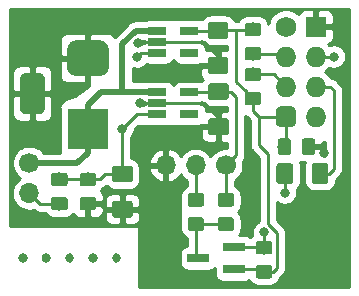
<source format=gbr>
G04 #@! TF.GenerationSoftware,KiCad,Pcbnew,(5.0.2-5)-5*
G04 #@! TF.CreationDate,2019-03-18T15:48:25+01:00*
G04 #@! TF.ProjectId,coffee-notification-button,636f6666-6565-42d6-9e6f-746966696361,00001*
G04 #@! TF.SameCoordinates,Original*
G04 #@! TF.FileFunction,Copper,L1,Top*
G04 #@! TF.FilePolarity,Positive*
%FSLAX46Y46*%
G04 Gerber Fmt 4.6, Leading zero omitted, Abs format (unit mm)*
G04 Created by KiCad (PCBNEW (5.0.2-5)-5) date 2019 March 18, Monday 15:48:25*
%MOMM*%
%LPD*%
G01*
G04 APERTURE LIST*
G04 #@! TA.AperFunction,NonConductor*
%ADD10C,0.350000*%
G04 #@! TD*
G04 #@! TA.AperFunction,Conductor*
%ADD11C,0.100000*%
G04 #@! TD*
G04 #@! TA.AperFunction,SMDPad,CuDef*
%ADD12C,1.425000*%
G04 #@! TD*
G04 #@! TA.AperFunction,ComponentPad*
%ADD13C,2.100000*%
G04 #@! TD*
G04 #@! TA.AperFunction,ComponentPad*
%ADD14C,3.000000*%
G04 #@! TD*
G04 #@! TA.AperFunction,ComponentPad*
%ADD15R,3.500000X3.500000*%
G04 #@! TD*
G04 #@! TA.AperFunction,ComponentPad*
%ADD16C,1.727200*%
G04 #@! TD*
G04 #@! TA.AperFunction,ComponentPad*
%ADD17R,1.727200X1.727200*%
G04 #@! TD*
G04 #@! TA.AperFunction,ComponentPad*
%ADD18O,1.727200X1.727200*%
G04 #@! TD*
G04 #@! TA.AperFunction,SMDPad,CuDef*
%ADD19C,1.150000*%
G04 #@! TD*
G04 #@! TA.AperFunction,SMDPad,CuDef*
%ADD20R,1.560000X0.650000*%
G04 #@! TD*
G04 #@! TA.AperFunction,ComponentPad*
%ADD21O,1.700000X1.700000*%
G04 #@! TD*
G04 #@! TA.AperFunction,ComponentPad*
%ADD22C,1.700000*%
G04 #@! TD*
G04 #@! TA.AperFunction,SMDPad,CuDef*
%ADD23R,1.900000X0.800000*%
G04 #@! TD*
G04 #@! TA.AperFunction,ViaPad*
%ADD24C,0.800000*%
G04 #@! TD*
G04 #@! TA.AperFunction,Conductor*
%ADD25C,0.508000*%
G04 #@! TD*
G04 #@! TA.AperFunction,Conductor*
%ADD26C,0.250000*%
G04 #@! TD*
G04 #@! TA.AperFunction,Conductor*
%ADD27C,0.254000*%
G04 #@! TD*
%ADD28C,0.254000*%
G04 APERTURE END LIST*
D10*
X105715314Y-106946704D02*
X105715314Y-107251466D01*
X105791504Y-107251466D02*
X105791504Y-106946704D01*
X105867695Y-106870514D02*
X105867695Y-107327657D01*
X105943885Y-107251466D02*
X105943885Y-106946704D01*
X106020076Y-106946704D02*
X106020076Y-107251466D01*
X105715314Y-107175276D02*
X105867695Y-107327657D01*
X106020076Y-107175276D01*
X105715314Y-107022895D02*
X105867695Y-106870514D01*
X106020076Y-107022895D01*
X105715314Y-106946704D02*
X105867695Y-106870514D01*
X106020076Y-106946704D01*
X106096266Y-107099085D01*
X106020076Y-107251466D01*
X105867695Y-107327657D01*
X105715314Y-107251466D01*
X105639123Y-107099085D01*
X105715314Y-106946704D01*
X107696266Y-106946704D02*
X107696266Y-107251466D01*
X107772457Y-107251466D02*
X107772457Y-106946704D01*
X107848647Y-106870514D02*
X107848647Y-107327657D01*
X107924838Y-107251466D02*
X107924838Y-106946704D01*
X108001028Y-106946704D02*
X108001028Y-107251466D01*
X107696266Y-107175276D02*
X107848647Y-107327657D01*
X108001028Y-107175276D01*
X107696266Y-107022895D02*
X107848647Y-106870514D01*
X108001028Y-107022895D01*
X107696266Y-106946704D02*
X107848647Y-106870514D01*
X108001028Y-106946704D01*
X108077219Y-107099085D01*
X108001028Y-107251466D01*
X107848647Y-107327657D01*
X107696266Y-107251466D01*
X107620076Y-107099085D01*
X107696266Y-106946704D01*
X109677219Y-106946704D02*
X109677219Y-107251466D01*
X109753409Y-107251466D02*
X109753409Y-106946704D01*
X109829600Y-106870514D02*
X109829600Y-107327657D01*
X109905790Y-107251466D02*
X109905790Y-106946704D01*
X109981980Y-106946704D02*
X109981980Y-107251466D01*
X109677219Y-107175276D02*
X109829600Y-107327657D01*
X109981980Y-107175276D01*
X109677219Y-107022895D02*
X109829600Y-106870514D01*
X109981980Y-107022895D01*
X109677219Y-106946704D02*
X109829600Y-106870514D01*
X109981980Y-106946704D01*
X110058171Y-107099085D01*
X109981980Y-107251466D01*
X109829600Y-107327657D01*
X109677219Y-107251466D01*
X109601028Y-107099085D01*
X109677219Y-106946704D01*
X111658171Y-106946704D02*
X111658171Y-107251466D01*
X111734361Y-107251466D02*
X111734361Y-106946704D01*
X111810552Y-106870514D02*
X111810552Y-107327657D01*
X111886742Y-107251466D02*
X111886742Y-106946704D01*
X111962933Y-106946704D02*
X111962933Y-107251466D01*
X111658171Y-107175276D02*
X111810552Y-107327657D01*
X111962933Y-107175276D01*
X111658171Y-107022895D02*
X111810552Y-106870514D01*
X111962933Y-107022895D01*
X111658171Y-106946704D02*
X111810552Y-106870514D01*
X111962933Y-106946704D01*
X112039123Y-107099085D01*
X111962933Y-107251466D01*
X111810552Y-107327657D01*
X111658171Y-107251466D01*
X111581980Y-107099085D01*
X111658171Y-106946704D01*
X113639123Y-106946704D02*
X113639123Y-107251466D01*
X113715314Y-107251466D02*
X113715314Y-106946704D01*
X113791504Y-106870514D02*
X113791504Y-107327657D01*
X113867695Y-107251466D02*
X113867695Y-106946704D01*
X113943885Y-106946704D02*
X113943885Y-107251466D01*
X113639123Y-107175276D02*
X113791504Y-107327657D01*
X113943885Y-107175276D01*
X113639123Y-107022895D02*
X113791504Y-106870514D01*
X113943885Y-107022895D01*
X113639123Y-106946704D02*
X113791504Y-106870514D01*
X113943885Y-106946704D01*
X114020076Y-107099085D01*
X113943885Y-107251466D01*
X113791504Y-107327657D01*
X113639123Y-107251466D01*
X113562933Y-107099085D01*
X113639123Y-106946704D01*
D11*
G04 #@! TO.N,/ENABLE*
G04 #@! TO.C,C4*
G36*
X114949504Y-99274204D02*
X114973773Y-99277804D01*
X114997571Y-99283765D01*
X115020671Y-99292030D01*
X115042849Y-99302520D01*
X115063893Y-99315133D01*
X115083598Y-99329747D01*
X115101777Y-99346223D01*
X115118253Y-99364402D01*
X115132867Y-99384107D01*
X115145480Y-99405151D01*
X115155970Y-99427329D01*
X115164235Y-99450429D01*
X115170196Y-99474227D01*
X115173796Y-99498496D01*
X115175000Y-99523000D01*
X115175000Y-100448000D01*
X115173796Y-100472504D01*
X115170196Y-100496773D01*
X115164235Y-100520571D01*
X115155970Y-100543671D01*
X115145480Y-100565849D01*
X115132867Y-100586893D01*
X115118253Y-100606598D01*
X115101777Y-100624777D01*
X115083598Y-100641253D01*
X115063893Y-100655867D01*
X115042849Y-100668480D01*
X115020671Y-100678970D01*
X114997571Y-100687235D01*
X114973773Y-100693196D01*
X114949504Y-100696796D01*
X114925000Y-100698000D01*
X113675000Y-100698000D01*
X113650496Y-100696796D01*
X113626227Y-100693196D01*
X113602429Y-100687235D01*
X113579329Y-100678970D01*
X113557151Y-100668480D01*
X113536107Y-100655867D01*
X113516402Y-100641253D01*
X113498223Y-100624777D01*
X113481747Y-100606598D01*
X113467133Y-100586893D01*
X113454520Y-100565849D01*
X113444030Y-100543671D01*
X113435765Y-100520571D01*
X113429804Y-100496773D01*
X113426204Y-100472504D01*
X113425000Y-100448000D01*
X113425000Y-99523000D01*
X113426204Y-99498496D01*
X113429804Y-99474227D01*
X113435765Y-99450429D01*
X113444030Y-99427329D01*
X113454520Y-99405151D01*
X113467133Y-99384107D01*
X113481747Y-99364402D01*
X113498223Y-99346223D01*
X113516402Y-99329747D01*
X113536107Y-99315133D01*
X113557151Y-99302520D01*
X113579329Y-99292030D01*
X113602429Y-99283765D01*
X113626227Y-99277804D01*
X113650496Y-99274204D01*
X113675000Y-99273000D01*
X114925000Y-99273000D01*
X114949504Y-99274204D01*
X114949504Y-99274204D01*
G37*
D12*
G04 #@! TD*
G04 #@! TO.P,C4,1*
G04 #@! TO.N,/ENABLE*
X114300000Y-99985500D03*
D11*
G04 #@! TO.N,GND*
G04 #@! TO.C,C4*
G36*
X114949504Y-102249204D02*
X114973773Y-102252804D01*
X114997571Y-102258765D01*
X115020671Y-102267030D01*
X115042849Y-102277520D01*
X115063893Y-102290133D01*
X115083598Y-102304747D01*
X115101777Y-102321223D01*
X115118253Y-102339402D01*
X115132867Y-102359107D01*
X115145480Y-102380151D01*
X115155970Y-102402329D01*
X115164235Y-102425429D01*
X115170196Y-102449227D01*
X115173796Y-102473496D01*
X115175000Y-102498000D01*
X115175000Y-103423000D01*
X115173796Y-103447504D01*
X115170196Y-103471773D01*
X115164235Y-103495571D01*
X115155970Y-103518671D01*
X115145480Y-103540849D01*
X115132867Y-103561893D01*
X115118253Y-103581598D01*
X115101777Y-103599777D01*
X115083598Y-103616253D01*
X115063893Y-103630867D01*
X115042849Y-103643480D01*
X115020671Y-103653970D01*
X114997571Y-103662235D01*
X114973773Y-103668196D01*
X114949504Y-103671796D01*
X114925000Y-103673000D01*
X113675000Y-103673000D01*
X113650496Y-103671796D01*
X113626227Y-103668196D01*
X113602429Y-103662235D01*
X113579329Y-103653970D01*
X113557151Y-103643480D01*
X113536107Y-103630867D01*
X113516402Y-103616253D01*
X113498223Y-103599777D01*
X113481747Y-103581598D01*
X113467133Y-103561893D01*
X113454520Y-103540849D01*
X113444030Y-103518671D01*
X113435765Y-103495571D01*
X113429804Y-103471773D01*
X113426204Y-103447504D01*
X113425000Y-103423000D01*
X113425000Y-102498000D01*
X113426204Y-102473496D01*
X113429804Y-102449227D01*
X113435765Y-102425429D01*
X113444030Y-102402329D01*
X113454520Y-102380151D01*
X113467133Y-102359107D01*
X113481747Y-102339402D01*
X113498223Y-102321223D01*
X113516402Y-102304747D01*
X113536107Y-102290133D01*
X113557151Y-102277520D01*
X113579329Y-102267030D01*
X113602429Y-102258765D01*
X113626227Y-102252804D01*
X113650496Y-102249204D01*
X113675000Y-102248000D01*
X114925000Y-102248000D01*
X114949504Y-102249204D01*
X114949504Y-102249204D01*
G37*
D12*
G04 #@! TD*
G04 #@! TO.P,C4,2*
G04 #@! TO.N,GND*
X114300000Y-102960500D03*
D11*
G04 #@! TO.N,GND*
G04 #@! TO.C,J2*
G36*
X107255459Y-91423528D02*
X107306422Y-91431088D01*
X107356399Y-91443606D01*
X107404909Y-91460963D01*
X107451483Y-91482991D01*
X107495674Y-91509478D01*
X107537056Y-91540170D01*
X107575231Y-91574769D01*
X107609830Y-91612944D01*
X107640522Y-91654326D01*
X107667009Y-91698517D01*
X107689037Y-91745091D01*
X107706394Y-91793601D01*
X107718912Y-91843578D01*
X107726472Y-91894541D01*
X107729000Y-91946000D01*
X107729000Y-94396000D01*
X107726472Y-94447459D01*
X107718912Y-94498422D01*
X107706394Y-94548399D01*
X107689037Y-94596909D01*
X107667009Y-94643483D01*
X107640522Y-94687674D01*
X107609830Y-94729056D01*
X107575231Y-94767231D01*
X107537056Y-94801830D01*
X107495674Y-94832522D01*
X107451483Y-94859009D01*
X107404909Y-94881037D01*
X107356399Y-94898394D01*
X107306422Y-94910912D01*
X107255459Y-94918472D01*
X107204000Y-94921000D01*
X106154000Y-94921000D01*
X106102541Y-94918472D01*
X106051578Y-94910912D01*
X106001601Y-94898394D01*
X105953091Y-94881037D01*
X105906517Y-94859009D01*
X105862326Y-94832522D01*
X105820944Y-94801830D01*
X105782769Y-94767231D01*
X105748170Y-94729056D01*
X105717478Y-94687674D01*
X105690991Y-94643483D01*
X105668963Y-94596909D01*
X105651606Y-94548399D01*
X105639088Y-94498422D01*
X105631528Y-94447459D01*
X105629000Y-94396000D01*
X105629000Y-91946000D01*
X105631528Y-91894541D01*
X105639088Y-91843578D01*
X105651606Y-91793601D01*
X105668963Y-91745091D01*
X105690991Y-91698517D01*
X105717478Y-91654326D01*
X105748170Y-91612944D01*
X105782769Y-91574769D01*
X105820944Y-91540170D01*
X105862326Y-91509478D01*
X105906517Y-91482991D01*
X105953091Y-91460963D01*
X106001601Y-91443606D01*
X106051578Y-91431088D01*
X106102541Y-91423528D01*
X106154000Y-91421000D01*
X107204000Y-91421000D01*
X107255459Y-91423528D01*
X107255459Y-91423528D01*
G37*
D13*
G04 #@! TD*
G04 #@! TO.P,J2,3*
G04 #@! TO.N,GND*
X106679000Y-93171000D03*
D11*
G04 #@! TO.N,GND*
G04 #@! TO.C,J2*
G36*
X112452513Y-88674611D02*
X112525318Y-88685411D01*
X112596714Y-88703295D01*
X112666013Y-88728090D01*
X112732548Y-88759559D01*
X112795678Y-88797398D01*
X112854795Y-88841242D01*
X112909330Y-88890670D01*
X112958758Y-88945205D01*
X113002602Y-89004322D01*
X113040441Y-89067452D01*
X113071910Y-89133987D01*
X113096705Y-89203286D01*
X113114589Y-89274682D01*
X113125389Y-89347487D01*
X113129000Y-89421000D01*
X113129000Y-90921000D01*
X113125389Y-90994513D01*
X113114589Y-91067318D01*
X113096705Y-91138714D01*
X113071910Y-91208013D01*
X113040441Y-91274548D01*
X113002602Y-91337678D01*
X112958758Y-91396795D01*
X112909330Y-91451330D01*
X112854795Y-91500758D01*
X112795678Y-91544602D01*
X112732548Y-91582441D01*
X112666013Y-91613910D01*
X112596714Y-91638705D01*
X112525318Y-91656589D01*
X112452513Y-91667389D01*
X112379000Y-91671000D01*
X110379000Y-91671000D01*
X110305487Y-91667389D01*
X110232682Y-91656589D01*
X110161286Y-91638705D01*
X110091987Y-91613910D01*
X110025452Y-91582441D01*
X109962322Y-91544602D01*
X109903205Y-91500758D01*
X109848670Y-91451330D01*
X109799242Y-91396795D01*
X109755398Y-91337678D01*
X109717559Y-91274548D01*
X109686090Y-91208013D01*
X109661295Y-91138714D01*
X109643411Y-91067318D01*
X109632611Y-90994513D01*
X109629000Y-90921000D01*
X109629000Y-89421000D01*
X109632611Y-89347487D01*
X109643411Y-89274682D01*
X109661295Y-89203286D01*
X109686090Y-89133987D01*
X109717559Y-89067452D01*
X109755398Y-89004322D01*
X109799242Y-88945205D01*
X109848670Y-88890670D01*
X109903205Y-88841242D01*
X109962322Y-88797398D01*
X110025452Y-88759559D01*
X110091987Y-88728090D01*
X110161286Y-88703295D01*
X110232682Y-88685411D01*
X110305487Y-88674611D01*
X110379000Y-88671000D01*
X112379000Y-88671000D01*
X112452513Y-88674611D01*
X112452513Y-88674611D01*
G37*
D14*
G04 #@! TD*
G04 #@! TO.P,J2,2*
G04 #@! TO.N,GND*
X111379000Y-90171000D03*
D15*
G04 #@! TO.P,J2,1*
G04 #@! TO.N,+BATT*
X111379000Y-96171000D03*
G04 #@! TD*
D16*
G04 #@! TO.P,U3,1*
G04 #@! TO.N,Net-(U3-Pad1)*
X128143000Y-87503000D03*
D17*
G04 #@! TO.P,U3,2*
G04 #@! TO.N,GND*
X130683000Y-87503000D03*
D18*
G04 #@! TO.P,U3,3*
G04 #@! TO.N,Net-(R1-Pad2)*
X128143000Y-90043000D03*
G04 #@! TO.P,U3,4*
G04 #@! TO.N,/LED_DATA*
X130683000Y-90043000D03*
G04 #@! TO.P,U3,5*
G04 #@! TO.N,Net-(R2-Pad2)*
X128143000Y-92583000D03*
G04 #@! TO.P,U3,6*
G04 #@! TO.N,/HOLD*
X130683000Y-92583000D03*
D11*
G04 #@! TD*
G04 #@! TO.N,+3V3*
G04 #@! TO.C,U3*
G36*
X128617124Y-94261479D02*
X128659040Y-94267697D01*
X128700145Y-94277993D01*
X128740043Y-94292269D01*
X128778349Y-94310386D01*
X128814695Y-94332171D01*
X128848731Y-94357414D01*
X128880129Y-94385871D01*
X128908586Y-94417269D01*
X128933829Y-94451305D01*
X128955614Y-94487651D01*
X128973731Y-94525957D01*
X128988007Y-94565855D01*
X128998303Y-94606960D01*
X129004521Y-94648876D01*
X129006600Y-94691200D01*
X129006600Y-95554800D01*
X129004521Y-95597124D01*
X128998303Y-95639040D01*
X128988007Y-95680145D01*
X128973731Y-95720043D01*
X128955614Y-95758349D01*
X128933829Y-95794695D01*
X128908586Y-95828731D01*
X128880129Y-95860129D01*
X128848731Y-95888586D01*
X128814695Y-95913829D01*
X128778349Y-95935614D01*
X128740043Y-95953731D01*
X128700145Y-95968007D01*
X128659040Y-95978303D01*
X128617124Y-95984521D01*
X128574800Y-95986600D01*
X127711200Y-95986600D01*
X127668876Y-95984521D01*
X127626960Y-95978303D01*
X127585855Y-95968007D01*
X127545957Y-95953731D01*
X127507651Y-95935614D01*
X127471305Y-95913829D01*
X127437269Y-95888586D01*
X127405871Y-95860129D01*
X127377414Y-95828731D01*
X127352171Y-95794695D01*
X127330386Y-95758349D01*
X127312269Y-95720043D01*
X127297993Y-95680145D01*
X127287697Y-95639040D01*
X127281479Y-95597124D01*
X127279400Y-95554800D01*
X127279400Y-94691200D01*
X127281479Y-94648876D01*
X127287697Y-94606960D01*
X127297993Y-94565855D01*
X127312269Y-94525957D01*
X127330386Y-94487651D01*
X127352171Y-94451305D01*
X127377414Y-94417269D01*
X127405871Y-94385871D01*
X127437269Y-94357414D01*
X127471305Y-94332171D01*
X127507651Y-94310386D01*
X127545957Y-94292269D01*
X127585855Y-94277993D01*
X127626960Y-94267697D01*
X127668876Y-94261479D01*
X127711200Y-94259400D01*
X128574800Y-94259400D01*
X128617124Y-94261479D01*
X128617124Y-94261479D01*
G37*
D16*
G04 #@! TO.P,U3,7*
G04 #@! TO.N,+3V3*
X128143000Y-95123000D03*
D18*
G04 #@! TO.P,U3,8*
G04 #@! TO.N,Net-(U3-Pad8)*
X130683000Y-95123000D03*
G04 #@! TD*
D11*
G04 #@! TO.N,+3V3*
G04 #@! TO.C,C3*
G36*
X128356505Y-96964204D02*
X128380773Y-96967804D01*
X128404572Y-96973765D01*
X128427671Y-96982030D01*
X128449850Y-96992520D01*
X128470893Y-97005132D01*
X128490599Y-97019747D01*
X128508777Y-97036223D01*
X128525253Y-97054401D01*
X128539868Y-97074107D01*
X128552480Y-97095150D01*
X128562970Y-97117329D01*
X128571235Y-97140428D01*
X128577196Y-97164227D01*
X128580796Y-97188495D01*
X128582000Y-97212999D01*
X128582000Y-98113001D01*
X128580796Y-98137505D01*
X128577196Y-98161773D01*
X128571235Y-98185572D01*
X128562970Y-98208671D01*
X128552480Y-98230850D01*
X128539868Y-98251893D01*
X128525253Y-98271599D01*
X128508777Y-98289777D01*
X128490599Y-98306253D01*
X128470893Y-98320868D01*
X128449850Y-98333480D01*
X128427671Y-98343970D01*
X128404572Y-98352235D01*
X128380773Y-98358196D01*
X128356505Y-98361796D01*
X128332001Y-98363000D01*
X127681999Y-98363000D01*
X127657495Y-98361796D01*
X127633227Y-98358196D01*
X127609428Y-98352235D01*
X127586329Y-98343970D01*
X127564150Y-98333480D01*
X127543107Y-98320868D01*
X127523401Y-98306253D01*
X127505223Y-98289777D01*
X127488747Y-98271599D01*
X127474132Y-98251893D01*
X127461520Y-98230850D01*
X127451030Y-98208671D01*
X127442765Y-98185572D01*
X127436804Y-98161773D01*
X127433204Y-98137505D01*
X127432000Y-98113001D01*
X127432000Y-97212999D01*
X127433204Y-97188495D01*
X127436804Y-97164227D01*
X127442765Y-97140428D01*
X127451030Y-97117329D01*
X127461520Y-97095150D01*
X127474132Y-97074107D01*
X127488747Y-97054401D01*
X127505223Y-97036223D01*
X127523401Y-97019747D01*
X127543107Y-97005132D01*
X127564150Y-96992520D01*
X127586329Y-96982030D01*
X127609428Y-96973765D01*
X127633227Y-96967804D01*
X127657495Y-96964204D01*
X127681999Y-96963000D01*
X128332001Y-96963000D01*
X128356505Y-96964204D01*
X128356505Y-96964204D01*
G37*
D19*
G04 #@! TD*
G04 #@! TO.P,C3,1*
G04 #@! TO.N,+3V3*
X128007000Y-97663000D03*
D11*
G04 #@! TO.N,GND*
G04 #@! TO.C,C3*
G36*
X130406505Y-96964204D02*
X130430773Y-96967804D01*
X130454572Y-96973765D01*
X130477671Y-96982030D01*
X130499850Y-96992520D01*
X130520893Y-97005132D01*
X130540599Y-97019747D01*
X130558777Y-97036223D01*
X130575253Y-97054401D01*
X130589868Y-97074107D01*
X130602480Y-97095150D01*
X130612970Y-97117329D01*
X130621235Y-97140428D01*
X130627196Y-97164227D01*
X130630796Y-97188495D01*
X130632000Y-97212999D01*
X130632000Y-98113001D01*
X130630796Y-98137505D01*
X130627196Y-98161773D01*
X130621235Y-98185572D01*
X130612970Y-98208671D01*
X130602480Y-98230850D01*
X130589868Y-98251893D01*
X130575253Y-98271599D01*
X130558777Y-98289777D01*
X130540599Y-98306253D01*
X130520893Y-98320868D01*
X130499850Y-98333480D01*
X130477671Y-98343970D01*
X130454572Y-98352235D01*
X130430773Y-98358196D01*
X130406505Y-98361796D01*
X130382001Y-98363000D01*
X129731999Y-98363000D01*
X129707495Y-98361796D01*
X129683227Y-98358196D01*
X129659428Y-98352235D01*
X129636329Y-98343970D01*
X129614150Y-98333480D01*
X129593107Y-98320868D01*
X129573401Y-98306253D01*
X129555223Y-98289777D01*
X129538747Y-98271599D01*
X129524132Y-98251893D01*
X129511520Y-98230850D01*
X129501030Y-98208671D01*
X129492765Y-98185572D01*
X129486804Y-98161773D01*
X129483204Y-98137505D01*
X129482000Y-98113001D01*
X129482000Y-97212999D01*
X129483204Y-97188495D01*
X129486804Y-97164227D01*
X129492765Y-97140428D01*
X129501030Y-97117329D01*
X129511520Y-97095150D01*
X129524132Y-97074107D01*
X129538747Y-97054401D01*
X129555223Y-97036223D01*
X129573401Y-97019747D01*
X129593107Y-97005132D01*
X129614150Y-96992520D01*
X129636329Y-96982030D01*
X129659428Y-96973765D01*
X129683227Y-96967804D01*
X129707495Y-96964204D01*
X129731999Y-96963000D01*
X130382001Y-96963000D01*
X130406505Y-96964204D01*
X130406505Y-96964204D01*
G37*
D19*
G04 #@! TD*
G04 #@! TO.P,C3,2*
G04 #@! TO.N,GND*
X130057000Y-97663000D03*
D11*
G04 #@! TO.N,GND*
G04 #@! TO.C,C2*
G36*
X123054279Y-90087719D02*
X123078548Y-90091319D01*
X123102346Y-90097280D01*
X123125446Y-90105545D01*
X123147624Y-90116035D01*
X123168668Y-90128648D01*
X123188373Y-90143262D01*
X123206552Y-90159738D01*
X123223028Y-90177917D01*
X123237642Y-90197622D01*
X123250255Y-90218666D01*
X123260745Y-90240844D01*
X123269010Y-90263944D01*
X123274971Y-90287742D01*
X123278571Y-90312011D01*
X123279775Y-90336515D01*
X123279775Y-91261515D01*
X123278571Y-91286019D01*
X123274971Y-91310288D01*
X123269010Y-91334086D01*
X123260745Y-91357186D01*
X123250255Y-91379364D01*
X123237642Y-91400408D01*
X123223028Y-91420113D01*
X123206552Y-91438292D01*
X123188373Y-91454768D01*
X123168668Y-91469382D01*
X123147624Y-91481995D01*
X123125446Y-91492485D01*
X123102346Y-91500750D01*
X123078548Y-91506711D01*
X123054279Y-91510311D01*
X123029775Y-91511515D01*
X121779775Y-91511515D01*
X121755271Y-91510311D01*
X121731002Y-91506711D01*
X121707204Y-91500750D01*
X121684104Y-91492485D01*
X121661926Y-91481995D01*
X121640882Y-91469382D01*
X121621177Y-91454768D01*
X121602998Y-91438292D01*
X121586522Y-91420113D01*
X121571908Y-91400408D01*
X121559295Y-91379364D01*
X121548805Y-91357186D01*
X121540540Y-91334086D01*
X121534579Y-91310288D01*
X121530979Y-91286019D01*
X121529775Y-91261515D01*
X121529775Y-90336515D01*
X121530979Y-90312011D01*
X121534579Y-90287742D01*
X121540540Y-90263944D01*
X121548805Y-90240844D01*
X121559295Y-90218666D01*
X121571908Y-90197622D01*
X121586522Y-90177917D01*
X121602998Y-90159738D01*
X121621177Y-90143262D01*
X121640882Y-90128648D01*
X121661926Y-90116035D01*
X121684104Y-90105545D01*
X121707204Y-90097280D01*
X121731002Y-90091319D01*
X121755271Y-90087719D01*
X121779775Y-90086515D01*
X123029775Y-90086515D01*
X123054279Y-90087719D01*
X123054279Y-90087719D01*
G37*
D12*
G04 #@! TD*
G04 #@! TO.P,C2,2*
G04 #@! TO.N,GND*
X122404775Y-90799015D03*
D11*
G04 #@! TO.N,+3V3*
G04 #@! TO.C,C2*
G36*
X123054279Y-87112719D02*
X123078548Y-87116319D01*
X123102346Y-87122280D01*
X123125446Y-87130545D01*
X123147624Y-87141035D01*
X123168668Y-87153648D01*
X123188373Y-87168262D01*
X123206552Y-87184738D01*
X123223028Y-87202917D01*
X123237642Y-87222622D01*
X123250255Y-87243666D01*
X123260745Y-87265844D01*
X123269010Y-87288944D01*
X123274971Y-87312742D01*
X123278571Y-87337011D01*
X123279775Y-87361515D01*
X123279775Y-88286515D01*
X123278571Y-88311019D01*
X123274971Y-88335288D01*
X123269010Y-88359086D01*
X123260745Y-88382186D01*
X123250255Y-88404364D01*
X123237642Y-88425408D01*
X123223028Y-88445113D01*
X123206552Y-88463292D01*
X123188373Y-88479768D01*
X123168668Y-88494382D01*
X123147624Y-88506995D01*
X123125446Y-88517485D01*
X123102346Y-88525750D01*
X123078548Y-88531711D01*
X123054279Y-88535311D01*
X123029775Y-88536515D01*
X121779775Y-88536515D01*
X121755271Y-88535311D01*
X121731002Y-88531711D01*
X121707204Y-88525750D01*
X121684104Y-88517485D01*
X121661926Y-88506995D01*
X121640882Y-88494382D01*
X121621177Y-88479768D01*
X121602998Y-88463292D01*
X121586522Y-88445113D01*
X121571908Y-88425408D01*
X121559295Y-88404364D01*
X121548805Y-88382186D01*
X121540540Y-88359086D01*
X121534579Y-88335288D01*
X121530979Y-88311019D01*
X121529775Y-88286515D01*
X121529775Y-87361515D01*
X121530979Y-87337011D01*
X121534579Y-87312742D01*
X121540540Y-87288944D01*
X121548805Y-87265844D01*
X121559295Y-87243666D01*
X121571908Y-87222622D01*
X121586522Y-87202917D01*
X121602998Y-87184738D01*
X121621177Y-87168262D01*
X121640882Y-87153648D01*
X121661926Y-87141035D01*
X121684104Y-87130545D01*
X121707204Y-87122280D01*
X121731002Y-87116319D01*
X121755271Y-87112719D01*
X121779775Y-87111515D01*
X123029775Y-87111515D01*
X123054279Y-87112719D01*
X123054279Y-87112719D01*
G37*
D12*
G04 #@! TD*
G04 #@! TO.P,C2,1*
G04 #@! TO.N,+3V3*
X122404775Y-87824015D03*
D11*
G04 #@! TO.N,+5V*
G04 #@! TO.C,C1*
G36*
X123077504Y-92289204D02*
X123101773Y-92292804D01*
X123125571Y-92298765D01*
X123148671Y-92307030D01*
X123170849Y-92317520D01*
X123191893Y-92330133D01*
X123211598Y-92344747D01*
X123229777Y-92361223D01*
X123246253Y-92379402D01*
X123260867Y-92399107D01*
X123273480Y-92420151D01*
X123283970Y-92442329D01*
X123292235Y-92465429D01*
X123298196Y-92489227D01*
X123301796Y-92513496D01*
X123303000Y-92538000D01*
X123303000Y-93463000D01*
X123301796Y-93487504D01*
X123298196Y-93511773D01*
X123292235Y-93535571D01*
X123283970Y-93558671D01*
X123273480Y-93580849D01*
X123260867Y-93601893D01*
X123246253Y-93621598D01*
X123229777Y-93639777D01*
X123211598Y-93656253D01*
X123191893Y-93670867D01*
X123170849Y-93683480D01*
X123148671Y-93693970D01*
X123125571Y-93702235D01*
X123101773Y-93708196D01*
X123077504Y-93711796D01*
X123053000Y-93713000D01*
X121803000Y-93713000D01*
X121778496Y-93711796D01*
X121754227Y-93708196D01*
X121730429Y-93702235D01*
X121707329Y-93693970D01*
X121685151Y-93683480D01*
X121664107Y-93670867D01*
X121644402Y-93656253D01*
X121626223Y-93639777D01*
X121609747Y-93621598D01*
X121595133Y-93601893D01*
X121582520Y-93580849D01*
X121572030Y-93558671D01*
X121563765Y-93535571D01*
X121557804Y-93511773D01*
X121554204Y-93487504D01*
X121553000Y-93463000D01*
X121553000Y-92538000D01*
X121554204Y-92513496D01*
X121557804Y-92489227D01*
X121563765Y-92465429D01*
X121572030Y-92442329D01*
X121582520Y-92420151D01*
X121595133Y-92399107D01*
X121609747Y-92379402D01*
X121626223Y-92361223D01*
X121644402Y-92344747D01*
X121664107Y-92330133D01*
X121685151Y-92317520D01*
X121707329Y-92307030D01*
X121730429Y-92298765D01*
X121754227Y-92292804D01*
X121778496Y-92289204D01*
X121803000Y-92288000D01*
X123053000Y-92288000D01*
X123077504Y-92289204D01*
X123077504Y-92289204D01*
G37*
D12*
G04 #@! TD*
G04 #@! TO.P,C1,1*
G04 #@! TO.N,+5V*
X122428000Y-93000500D03*
D11*
G04 #@! TO.N,GND*
G04 #@! TO.C,C1*
G36*
X123077504Y-95264204D02*
X123101773Y-95267804D01*
X123125571Y-95273765D01*
X123148671Y-95282030D01*
X123170849Y-95292520D01*
X123191893Y-95305133D01*
X123211598Y-95319747D01*
X123229777Y-95336223D01*
X123246253Y-95354402D01*
X123260867Y-95374107D01*
X123273480Y-95395151D01*
X123283970Y-95417329D01*
X123292235Y-95440429D01*
X123298196Y-95464227D01*
X123301796Y-95488496D01*
X123303000Y-95513000D01*
X123303000Y-96438000D01*
X123301796Y-96462504D01*
X123298196Y-96486773D01*
X123292235Y-96510571D01*
X123283970Y-96533671D01*
X123273480Y-96555849D01*
X123260867Y-96576893D01*
X123246253Y-96596598D01*
X123229777Y-96614777D01*
X123211598Y-96631253D01*
X123191893Y-96645867D01*
X123170849Y-96658480D01*
X123148671Y-96668970D01*
X123125571Y-96677235D01*
X123101773Y-96683196D01*
X123077504Y-96686796D01*
X123053000Y-96688000D01*
X121803000Y-96688000D01*
X121778496Y-96686796D01*
X121754227Y-96683196D01*
X121730429Y-96677235D01*
X121707329Y-96668970D01*
X121685151Y-96658480D01*
X121664107Y-96645867D01*
X121644402Y-96631253D01*
X121626223Y-96614777D01*
X121609747Y-96596598D01*
X121595133Y-96576893D01*
X121582520Y-96555849D01*
X121572030Y-96533671D01*
X121563765Y-96510571D01*
X121557804Y-96486773D01*
X121554204Y-96462504D01*
X121553000Y-96438000D01*
X121553000Y-95513000D01*
X121554204Y-95488496D01*
X121557804Y-95464227D01*
X121563765Y-95440429D01*
X121572030Y-95417329D01*
X121582520Y-95395151D01*
X121595133Y-95374107D01*
X121609747Y-95354402D01*
X121626223Y-95336223D01*
X121644402Y-95319747D01*
X121664107Y-95305133D01*
X121685151Y-95292520D01*
X121707329Y-95282030D01*
X121730429Y-95273765D01*
X121754227Y-95267804D01*
X121778496Y-95264204D01*
X121803000Y-95263000D01*
X123053000Y-95263000D01*
X123077504Y-95264204D01*
X123077504Y-95264204D01*
G37*
D12*
G04 #@! TD*
G04 #@! TO.P,C1,2*
G04 #@! TO.N,GND*
X122428000Y-95975500D03*
D11*
G04 #@! TO.N,/ENABLE*
G04 #@! TO.C,D1*
G36*
X128539504Y-99075204D02*
X128563773Y-99078804D01*
X128587571Y-99084765D01*
X128610671Y-99093030D01*
X128632849Y-99103520D01*
X128653893Y-99116133D01*
X128673598Y-99130747D01*
X128691777Y-99147223D01*
X128708253Y-99165402D01*
X128722867Y-99185107D01*
X128735480Y-99206151D01*
X128745970Y-99228329D01*
X128754235Y-99251429D01*
X128760196Y-99275227D01*
X128763796Y-99299496D01*
X128765000Y-99324000D01*
X128765000Y-100574000D01*
X128763796Y-100598504D01*
X128760196Y-100622773D01*
X128754235Y-100646571D01*
X128745970Y-100669671D01*
X128735480Y-100691849D01*
X128722867Y-100712893D01*
X128708253Y-100732598D01*
X128691777Y-100750777D01*
X128673598Y-100767253D01*
X128653893Y-100781867D01*
X128632849Y-100794480D01*
X128610671Y-100804970D01*
X128587571Y-100813235D01*
X128563773Y-100819196D01*
X128539504Y-100822796D01*
X128515000Y-100824000D01*
X127590000Y-100824000D01*
X127565496Y-100822796D01*
X127541227Y-100819196D01*
X127517429Y-100813235D01*
X127494329Y-100804970D01*
X127472151Y-100794480D01*
X127451107Y-100781867D01*
X127431402Y-100767253D01*
X127413223Y-100750777D01*
X127396747Y-100732598D01*
X127382133Y-100712893D01*
X127369520Y-100691849D01*
X127359030Y-100669671D01*
X127350765Y-100646571D01*
X127344804Y-100622773D01*
X127341204Y-100598504D01*
X127340000Y-100574000D01*
X127340000Y-99324000D01*
X127341204Y-99299496D01*
X127344804Y-99275227D01*
X127350765Y-99251429D01*
X127359030Y-99228329D01*
X127369520Y-99206151D01*
X127382133Y-99185107D01*
X127396747Y-99165402D01*
X127413223Y-99147223D01*
X127431402Y-99130747D01*
X127451107Y-99116133D01*
X127472151Y-99103520D01*
X127494329Y-99093030D01*
X127517429Y-99084765D01*
X127541227Y-99078804D01*
X127565496Y-99075204D01*
X127590000Y-99074000D01*
X128515000Y-99074000D01*
X128539504Y-99075204D01*
X128539504Y-99075204D01*
G37*
D12*
G04 #@! TD*
G04 #@! TO.P,D1,1*
G04 #@! TO.N,/ENABLE*
X128052500Y-99949000D03*
D11*
G04 #@! TO.N,/HOLD*
G04 #@! TO.C,D1*
G36*
X131514504Y-99075204D02*
X131538773Y-99078804D01*
X131562571Y-99084765D01*
X131585671Y-99093030D01*
X131607849Y-99103520D01*
X131628893Y-99116133D01*
X131648598Y-99130747D01*
X131666777Y-99147223D01*
X131683253Y-99165402D01*
X131697867Y-99185107D01*
X131710480Y-99206151D01*
X131720970Y-99228329D01*
X131729235Y-99251429D01*
X131735196Y-99275227D01*
X131738796Y-99299496D01*
X131740000Y-99324000D01*
X131740000Y-100574000D01*
X131738796Y-100598504D01*
X131735196Y-100622773D01*
X131729235Y-100646571D01*
X131720970Y-100669671D01*
X131710480Y-100691849D01*
X131697867Y-100712893D01*
X131683253Y-100732598D01*
X131666777Y-100750777D01*
X131648598Y-100767253D01*
X131628893Y-100781867D01*
X131607849Y-100794480D01*
X131585671Y-100804970D01*
X131562571Y-100813235D01*
X131538773Y-100819196D01*
X131514504Y-100822796D01*
X131490000Y-100824000D01*
X130565000Y-100824000D01*
X130540496Y-100822796D01*
X130516227Y-100819196D01*
X130492429Y-100813235D01*
X130469329Y-100804970D01*
X130447151Y-100794480D01*
X130426107Y-100781867D01*
X130406402Y-100767253D01*
X130388223Y-100750777D01*
X130371747Y-100732598D01*
X130357133Y-100712893D01*
X130344520Y-100691849D01*
X130334030Y-100669671D01*
X130325765Y-100646571D01*
X130319804Y-100622773D01*
X130316204Y-100598504D01*
X130315000Y-100574000D01*
X130315000Y-99324000D01*
X130316204Y-99299496D01*
X130319804Y-99275227D01*
X130325765Y-99251429D01*
X130334030Y-99228329D01*
X130344520Y-99206151D01*
X130357133Y-99185107D01*
X130371747Y-99165402D01*
X130388223Y-99147223D01*
X130406402Y-99130747D01*
X130426107Y-99116133D01*
X130447151Y-99103520D01*
X130469329Y-99093030D01*
X130492429Y-99084765D01*
X130516227Y-99078804D01*
X130540496Y-99075204D01*
X130565000Y-99074000D01*
X131490000Y-99074000D01*
X131514504Y-99075204D01*
X131514504Y-99075204D01*
G37*
D12*
G04 #@! TD*
G04 #@! TO.P,D1,2*
G04 #@! TO.N,/HOLD*
X131027500Y-99949000D03*
D20*
G04 #@! TO.P,U2,5*
G04 #@! TO.N,+3V3*
X119944775Y-87853515D03*
G04 #@! TO.P,U2,4*
G04 #@! TO.N,Net-(U2-Pad4)*
X119944775Y-89753515D03*
G04 #@! TO.P,U2,3*
G04 #@! TO.N,/ENABLE*
X117244775Y-89753515D03*
G04 #@! TO.P,U2,2*
G04 #@! TO.N,GND*
X117244775Y-88803515D03*
G04 #@! TO.P,U2,1*
G04 #@! TO.N,+BATT*
X117244775Y-87853515D03*
G04 #@! TD*
G04 #@! TO.P,U1,1*
G04 #@! TO.N,+BATT*
X117268000Y-93030000D03*
G04 #@! TO.P,U1,2*
G04 #@! TO.N,GND*
X117268000Y-93980000D03*
G04 #@! TO.P,U1,3*
G04 #@! TO.N,/ENABLE*
X117268000Y-94930000D03*
G04 #@! TO.P,U1,4*
G04 #@! TO.N,Net-(U1-Pad4)*
X119968000Y-94930000D03*
G04 #@! TO.P,U1,5*
G04 #@! TO.N,+5V*
X119968000Y-93030000D03*
G04 #@! TD*
D11*
G04 #@! TO.N,+3V3*
G04 #@! TO.C,R5*
G36*
X126763213Y-107693897D02*
X126787481Y-107697497D01*
X126811280Y-107703458D01*
X126834379Y-107711723D01*
X126856558Y-107722213D01*
X126877601Y-107734825D01*
X126897307Y-107749440D01*
X126915485Y-107765916D01*
X126931961Y-107784094D01*
X126946576Y-107803800D01*
X126959188Y-107824843D01*
X126969678Y-107847022D01*
X126977943Y-107870121D01*
X126983904Y-107893920D01*
X126987504Y-107918188D01*
X126988708Y-107942692D01*
X126988708Y-108592694D01*
X126987504Y-108617198D01*
X126983904Y-108641466D01*
X126977943Y-108665265D01*
X126969678Y-108688364D01*
X126959188Y-108710543D01*
X126946576Y-108731586D01*
X126931961Y-108751292D01*
X126915485Y-108769470D01*
X126897307Y-108785946D01*
X126877601Y-108800561D01*
X126856558Y-108813173D01*
X126834379Y-108823663D01*
X126811280Y-108831928D01*
X126787481Y-108837889D01*
X126763213Y-108841489D01*
X126738709Y-108842693D01*
X125838707Y-108842693D01*
X125814203Y-108841489D01*
X125789935Y-108837889D01*
X125766136Y-108831928D01*
X125743037Y-108823663D01*
X125720858Y-108813173D01*
X125699815Y-108800561D01*
X125680109Y-108785946D01*
X125661931Y-108769470D01*
X125645455Y-108751292D01*
X125630840Y-108731586D01*
X125618228Y-108710543D01*
X125607738Y-108688364D01*
X125599473Y-108665265D01*
X125593512Y-108641466D01*
X125589912Y-108617198D01*
X125588708Y-108592694D01*
X125588708Y-107942692D01*
X125589912Y-107918188D01*
X125593512Y-107893920D01*
X125599473Y-107870121D01*
X125607738Y-107847022D01*
X125618228Y-107824843D01*
X125630840Y-107803800D01*
X125645455Y-107784094D01*
X125661931Y-107765916D01*
X125680109Y-107749440D01*
X125699815Y-107734825D01*
X125720858Y-107722213D01*
X125743037Y-107711723D01*
X125766136Y-107703458D01*
X125789935Y-107697497D01*
X125814203Y-107693897D01*
X125838707Y-107692693D01*
X126738709Y-107692693D01*
X126763213Y-107693897D01*
X126763213Y-107693897D01*
G37*
D19*
G04 #@! TD*
G04 #@! TO.P,R5,1*
G04 #@! TO.N,+3V3*
X126288708Y-108267693D03*
D11*
G04 #@! TO.N,/LED_DATA*
G04 #@! TO.C,R5*
G36*
X126763213Y-105643897D02*
X126787481Y-105647497D01*
X126811280Y-105653458D01*
X126834379Y-105661723D01*
X126856558Y-105672213D01*
X126877601Y-105684825D01*
X126897307Y-105699440D01*
X126915485Y-105715916D01*
X126931961Y-105734094D01*
X126946576Y-105753800D01*
X126959188Y-105774843D01*
X126969678Y-105797022D01*
X126977943Y-105820121D01*
X126983904Y-105843920D01*
X126987504Y-105868188D01*
X126988708Y-105892692D01*
X126988708Y-106542694D01*
X126987504Y-106567198D01*
X126983904Y-106591466D01*
X126977943Y-106615265D01*
X126969678Y-106638364D01*
X126959188Y-106660543D01*
X126946576Y-106681586D01*
X126931961Y-106701292D01*
X126915485Y-106719470D01*
X126897307Y-106735946D01*
X126877601Y-106750561D01*
X126856558Y-106763173D01*
X126834379Y-106773663D01*
X126811280Y-106781928D01*
X126787481Y-106787889D01*
X126763213Y-106791489D01*
X126738709Y-106792693D01*
X125838707Y-106792693D01*
X125814203Y-106791489D01*
X125789935Y-106787889D01*
X125766136Y-106781928D01*
X125743037Y-106773663D01*
X125720858Y-106763173D01*
X125699815Y-106750561D01*
X125680109Y-106735946D01*
X125661931Y-106719470D01*
X125645455Y-106701292D01*
X125630840Y-106681586D01*
X125618228Y-106660543D01*
X125607738Y-106638364D01*
X125599473Y-106615265D01*
X125593512Y-106591466D01*
X125589912Y-106567198D01*
X125588708Y-106542694D01*
X125588708Y-105892692D01*
X125589912Y-105868188D01*
X125593512Y-105843920D01*
X125599473Y-105820121D01*
X125607738Y-105797022D01*
X125618228Y-105774843D01*
X125630840Y-105753800D01*
X125645455Y-105734094D01*
X125661931Y-105715916D01*
X125680109Y-105699440D01*
X125699815Y-105684825D01*
X125720858Y-105672213D01*
X125743037Y-105661723D01*
X125766136Y-105653458D01*
X125789935Y-105647497D01*
X125814203Y-105643897D01*
X125838707Y-105642693D01*
X126738709Y-105642693D01*
X126763213Y-105643897D01*
X126763213Y-105643897D01*
G37*
D19*
G04 #@! TD*
G04 #@! TO.P,R5,2*
G04 #@! TO.N,/LED_DATA*
X126288708Y-106217693D03*
D11*
G04 #@! TO.N,GND*
G04 #@! TO.C,R4*
G36*
X111853505Y-101924204D02*
X111877773Y-101927804D01*
X111901572Y-101933765D01*
X111924671Y-101942030D01*
X111946850Y-101952520D01*
X111967893Y-101965132D01*
X111987599Y-101979747D01*
X112005777Y-101996223D01*
X112022253Y-102014401D01*
X112036868Y-102034107D01*
X112049480Y-102055150D01*
X112059970Y-102077329D01*
X112068235Y-102100428D01*
X112074196Y-102124227D01*
X112077796Y-102148495D01*
X112079000Y-102172999D01*
X112079000Y-102823001D01*
X112077796Y-102847505D01*
X112074196Y-102871773D01*
X112068235Y-102895572D01*
X112059970Y-102918671D01*
X112049480Y-102940850D01*
X112036868Y-102961893D01*
X112022253Y-102981599D01*
X112005777Y-102999777D01*
X111987599Y-103016253D01*
X111967893Y-103030868D01*
X111946850Y-103043480D01*
X111924671Y-103053970D01*
X111901572Y-103062235D01*
X111877773Y-103068196D01*
X111853505Y-103071796D01*
X111829001Y-103073000D01*
X110928999Y-103073000D01*
X110904495Y-103071796D01*
X110880227Y-103068196D01*
X110856428Y-103062235D01*
X110833329Y-103053970D01*
X110811150Y-103043480D01*
X110790107Y-103030868D01*
X110770401Y-103016253D01*
X110752223Y-102999777D01*
X110735747Y-102981599D01*
X110721132Y-102961893D01*
X110708520Y-102940850D01*
X110698030Y-102918671D01*
X110689765Y-102895572D01*
X110683804Y-102871773D01*
X110680204Y-102847505D01*
X110679000Y-102823001D01*
X110679000Y-102172999D01*
X110680204Y-102148495D01*
X110683804Y-102124227D01*
X110689765Y-102100428D01*
X110698030Y-102077329D01*
X110708520Y-102055150D01*
X110721132Y-102034107D01*
X110735747Y-102014401D01*
X110752223Y-101996223D01*
X110770401Y-101979747D01*
X110790107Y-101965132D01*
X110811150Y-101952520D01*
X110833329Y-101942030D01*
X110856428Y-101933765D01*
X110880227Y-101927804D01*
X110904495Y-101924204D01*
X110928999Y-101923000D01*
X111829001Y-101923000D01*
X111853505Y-101924204D01*
X111853505Y-101924204D01*
G37*
D19*
G04 #@! TD*
G04 #@! TO.P,R4,2*
G04 #@! TO.N,GND*
X111379000Y-102498000D03*
D11*
G04 #@! TO.N,/ENABLE*
G04 #@! TO.C,R4*
G36*
X111853505Y-99874204D02*
X111877773Y-99877804D01*
X111901572Y-99883765D01*
X111924671Y-99892030D01*
X111946850Y-99902520D01*
X111967893Y-99915132D01*
X111987599Y-99929747D01*
X112005777Y-99946223D01*
X112022253Y-99964401D01*
X112036868Y-99984107D01*
X112049480Y-100005150D01*
X112059970Y-100027329D01*
X112068235Y-100050428D01*
X112074196Y-100074227D01*
X112077796Y-100098495D01*
X112079000Y-100122999D01*
X112079000Y-100773001D01*
X112077796Y-100797505D01*
X112074196Y-100821773D01*
X112068235Y-100845572D01*
X112059970Y-100868671D01*
X112049480Y-100890850D01*
X112036868Y-100911893D01*
X112022253Y-100931599D01*
X112005777Y-100949777D01*
X111987599Y-100966253D01*
X111967893Y-100980868D01*
X111946850Y-100993480D01*
X111924671Y-101003970D01*
X111901572Y-101012235D01*
X111877773Y-101018196D01*
X111853505Y-101021796D01*
X111829001Y-101023000D01*
X110928999Y-101023000D01*
X110904495Y-101021796D01*
X110880227Y-101018196D01*
X110856428Y-101012235D01*
X110833329Y-101003970D01*
X110811150Y-100993480D01*
X110790107Y-100980868D01*
X110770401Y-100966253D01*
X110752223Y-100949777D01*
X110735747Y-100931599D01*
X110721132Y-100911893D01*
X110708520Y-100890850D01*
X110698030Y-100868671D01*
X110689765Y-100845572D01*
X110683804Y-100821773D01*
X110680204Y-100797505D01*
X110679000Y-100773001D01*
X110679000Y-100122999D01*
X110680204Y-100098495D01*
X110683804Y-100074227D01*
X110689765Y-100050428D01*
X110698030Y-100027329D01*
X110708520Y-100005150D01*
X110721132Y-99984107D01*
X110735747Y-99964401D01*
X110752223Y-99946223D01*
X110770401Y-99929747D01*
X110790107Y-99915132D01*
X110811150Y-99902520D01*
X110833329Y-99892030D01*
X110856428Y-99883765D01*
X110880227Y-99877804D01*
X110904495Y-99874204D01*
X110928999Y-99873000D01*
X111829001Y-99873000D01*
X111853505Y-99874204D01*
X111853505Y-99874204D01*
G37*
D19*
G04 #@! TD*
G04 #@! TO.P,R4,1*
G04 #@! TO.N,/ENABLE*
X111379000Y-100448000D03*
D11*
G04 #@! TO.N,/ENABLE*
G04 #@! TO.C,R3*
G36*
X109440505Y-99874204D02*
X109464773Y-99877804D01*
X109488572Y-99883765D01*
X109511671Y-99892030D01*
X109533850Y-99902520D01*
X109554893Y-99915132D01*
X109574599Y-99929747D01*
X109592777Y-99946223D01*
X109609253Y-99964401D01*
X109623868Y-99984107D01*
X109636480Y-100005150D01*
X109646970Y-100027329D01*
X109655235Y-100050428D01*
X109661196Y-100074227D01*
X109664796Y-100098495D01*
X109666000Y-100122999D01*
X109666000Y-100773001D01*
X109664796Y-100797505D01*
X109661196Y-100821773D01*
X109655235Y-100845572D01*
X109646970Y-100868671D01*
X109636480Y-100890850D01*
X109623868Y-100911893D01*
X109609253Y-100931599D01*
X109592777Y-100949777D01*
X109574599Y-100966253D01*
X109554893Y-100980868D01*
X109533850Y-100993480D01*
X109511671Y-101003970D01*
X109488572Y-101012235D01*
X109464773Y-101018196D01*
X109440505Y-101021796D01*
X109416001Y-101023000D01*
X108515999Y-101023000D01*
X108491495Y-101021796D01*
X108467227Y-101018196D01*
X108443428Y-101012235D01*
X108420329Y-101003970D01*
X108398150Y-100993480D01*
X108377107Y-100980868D01*
X108357401Y-100966253D01*
X108339223Y-100949777D01*
X108322747Y-100931599D01*
X108308132Y-100911893D01*
X108295520Y-100890850D01*
X108285030Y-100868671D01*
X108276765Y-100845572D01*
X108270804Y-100821773D01*
X108267204Y-100797505D01*
X108266000Y-100773001D01*
X108266000Y-100122999D01*
X108267204Y-100098495D01*
X108270804Y-100074227D01*
X108276765Y-100050428D01*
X108285030Y-100027329D01*
X108295520Y-100005150D01*
X108308132Y-99984107D01*
X108322747Y-99964401D01*
X108339223Y-99946223D01*
X108357401Y-99929747D01*
X108377107Y-99915132D01*
X108398150Y-99902520D01*
X108420329Y-99892030D01*
X108443428Y-99883765D01*
X108467227Y-99877804D01*
X108491495Y-99874204D01*
X108515999Y-99873000D01*
X109416001Y-99873000D01*
X109440505Y-99874204D01*
X109440505Y-99874204D01*
G37*
D19*
G04 #@! TD*
G04 #@! TO.P,R3,1*
G04 #@! TO.N,/ENABLE*
X108966000Y-100448000D03*
D11*
G04 #@! TO.N,Net-(R3-Pad2)*
G04 #@! TO.C,R3*
G36*
X109440505Y-101924204D02*
X109464773Y-101927804D01*
X109488572Y-101933765D01*
X109511671Y-101942030D01*
X109533850Y-101952520D01*
X109554893Y-101965132D01*
X109574599Y-101979747D01*
X109592777Y-101996223D01*
X109609253Y-102014401D01*
X109623868Y-102034107D01*
X109636480Y-102055150D01*
X109646970Y-102077329D01*
X109655235Y-102100428D01*
X109661196Y-102124227D01*
X109664796Y-102148495D01*
X109666000Y-102172999D01*
X109666000Y-102823001D01*
X109664796Y-102847505D01*
X109661196Y-102871773D01*
X109655235Y-102895572D01*
X109646970Y-102918671D01*
X109636480Y-102940850D01*
X109623868Y-102961893D01*
X109609253Y-102981599D01*
X109592777Y-102999777D01*
X109574599Y-103016253D01*
X109554893Y-103030868D01*
X109533850Y-103043480D01*
X109511671Y-103053970D01*
X109488572Y-103062235D01*
X109464773Y-103068196D01*
X109440505Y-103071796D01*
X109416001Y-103073000D01*
X108515999Y-103073000D01*
X108491495Y-103071796D01*
X108467227Y-103068196D01*
X108443428Y-103062235D01*
X108420329Y-103053970D01*
X108398150Y-103043480D01*
X108377107Y-103030868D01*
X108357401Y-103016253D01*
X108339223Y-102999777D01*
X108322747Y-102981599D01*
X108308132Y-102961893D01*
X108295520Y-102940850D01*
X108285030Y-102918671D01*
X108276765Y-102895572D01*
X108270804Y-102871773D01*
X108267204Y-102847505D01*
X108266000Y-102823001D01*
X108266000Y-102172999D01*
X108267204Y-102148495D01*
X108270804Y-102124227D01*
X108276765Y-102100428D01*
X108285030Y-102077329D01*
X108295520Y-102055150D01*
X108308132Y-102034107D01*
X108322747Y-102014401D01*
X108339223Y-101996223D01*
X108357401Y-101979747D01*
X108377107Y-101965132D01*
X108398150Y-101952520D01*
X108420329Y-101942030D01*
X108443428Y-101933765D01*
X108467227Y-101927804D01*
X108491495Y-101924204D01*
X108515999Y-101923000D01*
X109416001Y-101923000D01*
X109440505Y-101924204D01*
X109440505Y-101924204D01*
G37*
D19*
G04 #@! TD*
G04 #@! TO.P,R3,2*
G04 #@! TO.N,Net-(R3-Pad2)*
X108966000Y-102498000D03*
D11*
G04 #@! TO.N,Net-(R2-Pad2)*
G04 #@! TO.C,R2*
G36*
X125823505Y-90984204D02*
X125847773Y-90987804D01*
X125871572Y-90993765D01*
X125894671Y-91002030D01*
X125916850Y-91012520D01*
X125937893Y-91025132D01*
X125957599Y-91039747D01*
X125975777Y-91056223D01*
X125992253Y-91074401D01*
X126006868Y-91094107D01*
X126019480Y-91115150D01*
X126029970Y-91137329D01*
X126038235Y-91160428D01*
X126044196Y-91184227D01*
X126047796Y-91208495D01*
X126049000Y-91232999D01*
X126049000Y-91883001D01*
X126047796Y-91907505D01*
X126044196Y-91931773D01*
X126038235Y-91955572D01*
X126029970Y-91978671D01*
X126019480Y-92000850D01*
X126006868Y-92021893D01*
X125992253Y-92041599D01*
X125975777Y-92059777D01*
X125957599Y-92076253D01*
X125937893Y-92090868D01*
X125916850Y-92103480D01*
X125894671Y-92113970D01*
X125871572Y-92122235D01*
X125847773Y-92128196D01*
X125823505Y-92131796D01*
X125799001Y-92133000D01*
X124898999Y-92133000D01*
X124874495Y-92131796D01*
X124850227Y-92128196D01*
X124826428Y-92122235D01*
X124803329Y-92113970D01*
X124781150Y-92103480D01*
X124760107Y-92090868D01*
X124740401Y-92076253D01*
X124722223Y-92059777D01*
X124705747Y-92041599D01*
X124691132Y-92021893D01*
X124678520Y-92000850D01*
X124668030Y-91978671D01*
X124659765Y-91955572D01*
X124653804Y-91931773D01*
X124650204Y-91907505D01*
X124649000Y-91883001D01*
X124649000Y-91232999D01*
X124650204Y-91208495D01*
X124653804Y-91184227D01*
X124659765Y-91160428D01*
X124668030Y-91137329D01*
X124678520Y-91115150D01*
X124691132Y-91094107D01*
X124705747Y-91074401D01*
X124722223Y-91056223D01*
X124740401Y-91039747D01*
X124760107Y-91025132D01*
X124781150Y-91012520D01*
X124803329Y-91002030D01*
X124826428Y-90993765D01*
X124850227Y-90987804D01*
X124874495Y-90984204D01*
X124898999Y-90983000D01*
X125799001Y-90983000D01*
X125823505Y-90984204D01*
X125823505Y-90984204D01*
G37*
D19*
G04 #@! TD*
G04 #@! TO.P,R2,2*
G04 #@! TO.N,Net-(R2-Pad2)*
X125349000Y-91558000D03*
D11*
G04 #@! TO.N,+3V3*
G04 #@! TO.C,R2*
G36*
X125823505Y-93034204D02*
X125847773Y-93037804D01*
X125871572Y-93043765D01*
X125894671Y-93052030D01*
X125916850Y-93062520D01*
X125937893Y-93075132D01*
X125957599Y-93089747D01*
X125975777Y-93106223D01*
X125992253Y-93124401D01*
X126006868Y-93144107D01*
X126019480Y-93165150D01*
X126029970Y-93187329D01*
X126038235Y-93210428D01*
X126044196Y-93234227D01*
X126047796Y-93258495D01*
X126049000Y-93282999D01*
X126049000Y-93933001D01*
X126047796Y-93957505D01*
X126044196Y-93981773D01*
X126038235Y-94005572D01*
X126029970Y-94028671D01*
X126019480Y-94050850D01*
X126006868Y-94071893D01*
X125992253Y-94091599D01*
X125975777Y-94109777D01*
X125957599Y-94126253D01*
X125937893Y-94140868D01*
X125916850Y-94153480D01*
X125894671Y-94163970D01*
X125871572Y-94172235D01*
X125847773Y-94178196D01*
X125823505Y-94181796D01*
X125799001Y-94183000D01*
X124898999Y-94183000D01*
X124874495Y-94181796D01*
X124850227Y-94178196D01*
X124826428Y-94172235D01*
X124803329Y-94163970D01*
X124781150Y-94153480D01*
X124760107Y-94140868D01*
X124740401Y-94126253D01*
X124722223Y-94109777D01*
X124705747Y-94091599D01*
X124691132Y-94071893D01*
X124678520Y-94050850D01*
X124668030Y-94028671D01*
X124659765Y-94005572D01*
X124653804Y-93981773D01*
X124650204Y-93957505D01*
X124649000Y-93933001D01*
X124649000Y-93282999D01*
X124650204Y-93258495D01*
X124653804Y-93234227D01*
X124659765Y-93210428D01*
X124668030Y-93187329D01*
X124678520Y-93165150D01*
X124691132Y-93144107D01*
X124705747Y-93124401D01*
X124722223Y-93106223D01*
X124740401Y-93089747D01*
X124760107Y-93075132D01*
X124781150Y-93062520D01*
X124803329Y-93052030D01*
X124826428Y-93043765D01*
X124850227Y-93037804D01*
X124874495Y-93034204D01*
X124898999Y-93033000D01*
X125799001Y-93033000D01*
X125823505Y-93034204D01*
X125823505Y-93034204D01*
G37*
D19*
G04 #@! TD*
G04 #@! TO.P,R2,1*
G04 #@! TO.N,+3V3*
X125349000Y-93608000D03*
D11*
G04 #@! TO.N,+3V3*
G04 #@! TO.C,R1*
G36*
X125823505Y-87174204D02*
X125847773Y-87177804D01*
X125871572Y-87183765D01*
X125894671Y-87192030D01*
X125916850Y-87202520D01*
X125937893Y-87215132D01*
X125957599Y-87229747D01*
X125975777Y-87246223D01*
X125992253Y-87264401D01*
X126006868Y-87284107D01*
X126019480Y-87305150D01*
X126029970Y-87327329D01*
X126038235Y-87350428D01*
X126044196Y-87374227D01*
X126047796Y-87398495D01*
X126049000Y-87422999D01*
X126049000Y-88073001D01*
X126047796Y-88097505D01*
X126044196Y-88121773D01*
X126038235Y-88145572D01*
X126029970Y-88168671D01*
X126019480Y-88190850D01*
X126006868Y-88211893D01*
X125992253Y-88231599D01*
X125975777Y-88249777D01*
X125957599Y-88266253D01*
X125937893Y-88280868D01*
X125916850Y-88293480D01*
X125894671Y-88303970D01*
X125871572Y-88312235D01*
X125847773Y-88318196D01*
X125823505Y-88321796D01*
X125799001Y-88323000D01*
X124898999Y-88323000D01*
X124874495Y-88321796D01*
X124850227Y-88318196D01*
X124826428Y-88312235D01*
X124803329Y-88303970D01*
X124781150Y-88293480D01*
X124760107Y-88280868D01*
X124740401Y-88266253D01*
X124722223Y-88249777D01*
X124705747Y-88231599D01*
X124691132Y-88211893D01*
X124678520Y-88190850D01*
X124668030Y-88168671D01*
X124659765Y-88145572D01*
X124653804Y-88121773D01*
X124650204Y-88097505D01*
X124649000Y-88073001D01*
X124649000Y-87422999D01*
X124650204Y-87398495D01*
X124653804Y-87374227D01*
X124659765Y-87350428D01*
X124668030Y-87327329D01*
X124678520Y-87305150D01*
X124691132Y-87284107D01*
X124705747Y-87264401D01*
X124722223Y-87246223D01*
X124740401Y-87229747D01*
X124760107Y-87215132D01*
X124781150Y-87202520D01*
X124803329Y-87192030D01*
X124826428Y-87183765D01*
X124850227Y-87177804D01*
X124874495Y-87174204D01*
X124898999Y-87173000D01*
X125799001Y-87173000D01*
X125823505Y-87174204D01*
X125823505Y-87174204D01*
G37*
D19*
G04 #@! TD*
G04 #@! TO.P,R1,1*
G04 #@! TO.N,+3V3*
X125349000Y-87748000D03*
D11*
G04 #@! TO.N,Net-(R1-Pad2)*
G04 #@! TO.C,R1*
G36*
X125823505Y-89224204D02*
X125847773Y-89227804D01*
X125871572Y-89233765D01*
X125894671Y-89242030D01*
X125916850Y-89252520D01*
X125937893Y-89265132D01*
X125957599Y-89279747D01*
X125975777Y-89296223D01*
X125992253Y-89314401D01*
X126006868Y-89334107D01*
X126019480Y-89355150D01*
X126029970Y-89377329D01*
X126038235Y-89400428D01*
X126044196Y-89424227D01*
X126047796Y-89448495D01*
X126049000Y-89472999D01*
X126049000Y-90123001D01*
X126047796Y-90147505D01*
X126044196Y-90171773D01*
X126038235Y-90195572D01*
X126029970Y-90218671D01*
X126019480Y-90240850D01*
X126006868Y-90261893D01*
X125992253Y-90281599D01*
X125975777Y-90299777D01*
X125957599Y-90316253D01*
X125937893Y-90330868D01*
X125916850Y-90343480D01*
X125894671Y-90353970D01*
X125871572Y-90362235D01*
X125847773Y-90368196D01*
X125823505Y-90371796D01*
X125799001Y-90373000D01*
X124898999Y-90373000D01*
X124874495Y-90371796D01*
X124850227Y-90368196D01*
X124826428Y-90362235D01*
X124803329Y-90353970D01*
X124781150Y-90343480D01*
X124760107Y-90330868D01*
X124740401Y-90316253D01*
X124722223Y-90299777D01*
X124705747Y-90281599D01*
X124691132Y-90261893D01*
X124678520Y-90240850D01*
X124668030Y-90218671D01*
X124659765Y-90195572D01*
X124653804Y-90171773D01*
X124650204Y-90147505D01*
X124649000Y-90123001D01*
X124649000Y-89472999D01*
X124650204Y-89448495D01*
X124653804Y-89424227D01*
X124659765Y-89400428D01*
X124668030Y-89377329D01*
X124678520Y-89355150D01*
X124691132Y-89334107D01*
X124705747Y-89314401D01*
X124722223Y-89296223D01*
X124740401Y-89279747D01*
X124760107Y-89265132D01*
X124781150Y-89252520D01*
X124803329Y-89242030D01*
X124826428Y-89233765D01*
X124850227Y-89227804D01*
X124874495Y-89224204D01*
X124898999Y-89223000D01*
X125799001Y-89223000D01*
X125823505Y-89224204D01*
X125823505Y-89224204D01*
G37*
D19*
G04 #@! TD*
G04 #@! TO.P,R1,2*
G04 #@! TO.N,Net-(R1-Pad2)*
X125349000Y-89798000D03*
D21*
G04 #@! TO.P,SW1,2*
G04 #@! TO.N,Net-(R3-Pad2)*
X106426000Y-101600000D03*
D22*
G04 #@! TO.P,SW1,1*
G04 #@! TO.N,+BATT*
X106426000Y-99060000D03*
G04 #@! TD*
G04 #@! TO.P,J1,1*
G04 #@! TO.N,+5V*
X123057965Y-99259572D03*
D21*
G04 #@! TO.P,J1,2*
G04 #@! TO.N,Net-(J1-Pad2)*
X120517965Y-99259572D03*
G04 #@! TO.P,J1,3*
G04 #@! TO.N,GND*
X117977965Y-99259572D03*
G04 #@! TD*
D23*
G04 #@! TO.P,Q1,1*
G04 #@! TO.N,+3V3*
X123724708Y-108065693D03*
G04 #@! TO.P,Q1,2*
G04 #@! TO.N,/LED_DATA*
X123724708Y-106165693D03*
G04 #@! TO.P,Q1,3*
G04 #@! TO.N,Net-(Q1-Pad3)*
X120724708Y-107115693D03*
G04 #@! TD*
D11*
G04 #@! TO.N,Net-(Q1-Pad3)*
G04 #@! TO.C,R6*
G36*
X123532470Y-103647776D02*
X123556738Y-103651376D01*
X123580537Y-103657337D01*
X123603636Y-103665602D01*
X123625815Y-103676092D01*
X123646858Y-103688704D01*
X123666564Y-103703319D01*
X123684742Y-103719795D01*
X123701218Y-103737973D01*
X123715833Y-103757679D01*
X123728445Y-103778722D01*
X123738935Y-103800901D01*
X123747200Y-103824000D01*
X123753161Y-103847799D01*
X123756761Y-103872067D01*
X123757965Y-103896571D01*
X123757965Y-104546573D01*
X123756761Y-104571077D01*
X123753161Y-104595345D01*
X123747200Y-104619144D01*
X123738935Y-104642243D01*
X123728445Y-104664422D01*
X123715833Y-104685465D01*
X123701218Y-104705171D01*
X123684742Y-104723349D01*
X123666564Y-104739825D01*
X123646858Y-104754440D01*
X123625815Y-104767052D01*
X123603636Y-104777542D01*
X123580537Y-104785807D01*
X123556738Y-104791768D01*
X123532470Y-104795368D01*
X123507966Y-104796572D01*
X122607964Y-104796572D01*
X122583460Y-104795368D01*
X122559192Y-104791768D01*
X122535393Y-104785807D01*
X122512294Y-104777542D01*
X122490115Y-104767052D01*
X122469072Y-104754440D01*
X122449366Y-104739825D01*
X122431188Y-104723349D01*
X122414712Y-104705171D01*
X122400097Y-104685465D01*
X122387485Y-104664422D01*
X122376995Y-104642243D01*
X122368730Y-104619144D01*
X122362769Y-104595345D01*
X122359169Y-104571077D01*
X122357965Y-104546573D01*
X122357965Y-103896571D01*
X122359169Y-103872067D01*
X122362769Y-103847799D01*
X122368730Y-103824000D01*
X122376995Y-103800901D01*
X122387485Y-103778722D01*
X122400097Y-103757679D01*
X122414712Y-103737973D01*
X122431188Y-103719795D01*
X122449366Y-103703319D01*
X122469072Y-103688704D01*
X122490115Y-103676092D01*
X122512294Y-103665602D01*
X122535393Y-103657337D01*
X122559192Y-103651376D01*
X122583460Y-103647776D01*
X122607964Y-103646572D01*
X123507966Y-103646572D01*
X123532470Y-103647776D01*
X123532470Y-103647776D01*
G37*
D19*
G04 #@! TD*
G04 #@! TO.P,R6,2*
G04 #@! TO.N,Net-(Q1-Pad3)*
X123057965Y-104221572D03*
D11*
G04 #@! TO.N,+5V*
G04 #@! TO.C,R6*
G36*
X123532470Y-101597776D02*
X123556738Y-101601376D01*
X123580537Y-101607337D01*
X123603636Y-101615602D01*
X123625815Y-101626092D01*
X123646858Y-101638704D01*
X123666564Y-101653319D01*
X123684742Y-101669795D01*
X123701218Y-101687973D01*
X123715833Y-101707679D01*
X123728445Y-101728722D01*
X123738935Y-101750901D01*
X123747200Y-101774000D01*
X123753161Y-101797799D01*
X123756761Y-101822067D01*
X123757965Y-101846571D01*
X123757965Y-102496573D01*
X123756761Y-102521077D01*
X123753161Y-102545345D01*
X123747200Y-102569144D01*
X123738935Y-102592243D01*
X123728445Y-102614422D01*
X123715833Y-102635465D01*
X123701218Y-102655171D01*
X123684742Y-102673349D01*
X123666564Y-102689825D01*
X123646858Y-102704440D01*
X123625815Y-102717052D01*
X123603636Y-102727542D01*
X123580537Y-102735807D01*
X123556738Y-102741768D01*
X123532470Y-102745368D01*
X123507966Y-102746572D01*
X122607964Y-102746572D01*
X122583460Y-102745368D01*
X122559192Y-102741768D01*
X122535393Y-102735807D01*
X122512294Y-102727542D01*
X122490115Y-102717052D01*
X122469072Y-102704440D01*
X122449366Y-102689825D01*
X122431188Y-102673349D01*
X122414712Y-102655171D01*
X122400097Y-102635465D01*
X122387485Y-102614422D01*
X122376995Y-102592243D01*
X122368730Y-102569144D01*
X122362769Y-102545345D01*
X122359169Y-102521077D01*
X122357965Y-102496573D01*
X122357965Y-101846571D01*
X122359169Y-101822067D01*
X122362769Y-101797799D01*
X122368730Y-101774000D01*
X122376995Y-101750901D01*
X122387485Y-101728722D01*
X122400097Y-101707679D01*
X122414712Y-101687973D01*
X122431188Y-101669795D01*
X122449366Y-101653319D01*
X122469072Y-101638704D01*
X122490115Y-101626092D01*
X122512294Y-101615602D01*
X122535393Y-101607337D01*
X122559192Y-101601376D01*
X122583460Y-101597776D01*
X122607964Y-101596572D01*
X123507966Y-101596572D01*
X123532470Y-101597776D01*
X123532470Y-101597776D01*
G37*
D19*
G04 #@! TD*
G04 #@! TO.P,R6,1*
G04 #@! TO.N,+5V*
X123057965Y-102171572D03*
D11*
G04 #@! TO.N,Net-(J1-Pad2)*
G04 #@! TO.C,R7*
G36*
X120992470Y-101597776D02*
X121016738Y-101601376D01*
X121040537Y-101607337D01*
X121063636Y-101615602D01*
X121085815Y-101626092D01*
X121106858Y-101638704D01*
X121126564Y-101653319D01*
X121144742Y-101669795D01*
X121161218Y-101687973D01*
X121175833Y-101707679D01*
X121188445Y-101728722D01*
X121198935Y-101750901D01*
X121207200Y-101774000D01*
X121213161Y-101797799D01*
X121216761Y-101822067D01*
X121217965Y-101846571D01*
X121217965Y-102496573D01*
X121216761Y-102521077D01*
X121213161Y-102545345D01*
X121207200Y-102569144D01*
X121198935Y-102592243D01*
X121188445Y-102614422D01*
X121175833Y-102635465D01*
X121161218Y-102655171D01*
X121144742Y-102673349D01*
X121126564Y-102689825D01*
X121106858Y-102704440D01*
X121085815Y-102717052D01*
X121063636Y-102727542D01*
X121040537Y-102735807D01*
X121016738Y-102741768D01*
X120992470Y-102745368D01*
X120967966Y-102746572D01*
X120067964Y-102746572D01*
X120043460Y-102745368D01*
X120019192Y-102741768D01*
X119995393Y-102735807D01*
X119972294Y-102727542D01*
X119950115Y-102717052D01*
X119929072Y-102704440D01*
X119909366Y-102689825D01*
X119891188Y-102673349D01*
X119874712Y-102655171D01*
X119860097Y-102635465D01*
X119847485Y-102614422D01*
X119836995Y-102592243D01*
X119828730Y-102569144D01*
X119822769Y-102545345D01*
X119819169Y-102521077D01*
X119817965Y-102496573D01*
X119817965Y-101846571D01*
X119819169Y-101822067D01*
X119822769Y-101797799D01*
X119828730Y-101774000D01*
X119836995Y-101750901D01*
X119847485Y-101728722D01*
X119860097Y-101707679D01*
X119874712Y-101687973D01*
X119891188Y-101669795D01*
X119909366Y-101653319D01*
X119929072Y-101638704D01*
X119950115Y-101626092D01*
X119972294Y-101615602D01*
X119995393Y-101607337D01*
X120019192Y-101601376D01*
X120043460Y-101597776D01*
X120067964Y-101596572D01*
X120967966Y-101596572D01*
X120992470Y-101597776D01*
X120992470Y-101597776D01*
G37*
D19*
G04 #@! TD*
G04 #@! TO.P,R7,1*
G04 #@! TO.N,Net-(J1-Pad2)*
X120517965Y-102171572D03*
D11*
G04 #@! TO.N,Net-(Q1-Pad3)*
G04 #@! TO.C,R7*
G36*
X120992470Y-103647776D02*
X121016738Y-103651376D01*
X121040537Y-103657337D01*
X121063636Y-103665602D01*
X121085815Y-103676092D01*
X121106858Y-103688704D01*
X121126564Y-103703319D01*
X121144742Y-103719795D01*
X121161218Y-103737973D01*
X121175833Y-103757679D01*
X121188445Y-103778722D01*
X121198935Y-103800901D01*
X121207200Y-103824000D01*
X121213161Y-103847799D01*
X121216761Y-103872067D01*
X121217965Y-103896571D01*
X121217965Y-104546573D01*
X121216761Y-104571077D01*
X121213161Y-104595345D01*
X121207200Y-104619144D01*
X121198935Y-104642243D01*
X121188445Y-104664422D01*
X121175833Y-104685465D01*
X121161218Y-104705171D01*
X121144742Y-104723349D01*
X121126564Y-104739825D01*
X121106858Y-104754440D01*
X121085815Y-104767052D01*
X121063636Y-104777542D01*
X121040537Y-104785807D01*
X121016738Y-104791768D01*
X120992470Y-104795368D01*
X120967966Y-104796572D01*
X120067964Y-104796572D01*
X120043460Y-104795368D01*
X120019192Y-104791768D01*
X119995393Y-104785807D01*
X119972294Y-104777542D01*
X119950115Y-104767052D01*
X119929072Y-104754440D01*
X119909366Y-104739825D01*
X119891188Y-104723349D01*
X119874712Y-104705171D01*
X119860097Y-104685465D01*
X119847485Y-104664422D01*
X119836995Y-104642243D01*
X119828730Y-104619144D01*
X119822769Y-104595345D01*
X119819169Y-104571077D01*
X119817965Y-104546573D01*
X119817965Y-103896571D01*
X119819169Y-103872067D01*
X119822769Y-103847799D01*
X119828730Y-103824000D01*
X119836995Y-103800901D01*
X119847485Y-103778722D01*
X119860097Y-103757679D01*
X119874712Y-103737973D01*
X119891188Y-103719795D01*
X119909366Y-103703319D01*
X119929072Y-103688704D01*
X119950115Y-103676092D01*
X119972294Y-103665602D01*
X119995393Y-103657337D01*
X120019192Y-103651376D01*
X120043460Y-103647776D01*
X120067964Y-103646572D01*
X120967966Y-103646572D01*
X120992470Y-103647776D01*
X120992470Y-103647776D01*
G37*
D19*
G04 #@! TD*
G04 #@! TO.P,R7,2*
G04 #@! TO.N,Net-(Q1-Pad3)*
X120517965Y-104221572D03*
D24*
G04 #@! TO.N,GND*
X115824000Y-93980000D03*
X131368800Y-98196400D03*
X130225800Y-105257600D03*
X105283000Y-86487000D03*
X125222000Y-99491800D03*
X115626850Y-88870891D03*
G04 #@! TO.N,/ENABLE*
X115570000Y-90043000D03*
X114300000Y-96139000D03*
X128052500Y-101563500D03*
G04 #@! TO.N,/LED_DATA*
X126288710Y-104927280D03*
X132207000Y-90043000D03*
G04 #@! TD*
D25*
G04 #@! TO.N,+BATT*
X107526000Y-99060000D02*
X106426000Y-99060000D01*
X108172000Y-99060000D02*
X107526000Y-99060000D01*
X111379000Y-96171000D02*
X111379000Y-98171000D01*
X110490000Y-99060000D02*
X111379000Y-98171000D01*
X107537000Y-99060000D02*
X110490000Y-99060000D01*
X111379000Y-96139000D02*
X111379000Y-94139000D01*
X111379000Y-94171000D02*
X112520000Y-93030000D01*
D26*
X117324775Y-87773515D02*
X117244775Y-87853515D01*
D25*
X114630200Y-93030000D02*
X117268000Y-93030000D01*
X112520000Y-93030000D02*
X114630200Y-93030000D01*
X114274600Y-89015387D02*
X114274600Y-93030000D01*
X115436472Y-87853515D02*
X114274600Y-89015387D01*
X117244775Y-87853515D02*
X115436472Y-87853515D01*
D26*
G04 #@! TO.N,GND*
X113447500Y-102960500D02*
X113447500Y-102960500D01*
X112277000Y-102498000D02*
X112812500Y-102960500D01*
X111379000Y-102498000D02*
X112277000Y-102498000D01*
X112812500Y-102960500D02*
X114300000Y-102960500D01*
X117268000Y-93980000D02*
X115824000Y-93980000D01*
X122404775Y-89986515D02*
X122404775Y-90799015D01*
X121221775Y-88803515D02*
X122404775Y-89986515D01*
X117244775Y-88803515D02*
X121221775Y-88803515D01*
X122428000Y-95163000D02*
X122428000Y-95975500D01*
X121245000Y-93980000D02*
X122428000Y-95163000D01*
X117268000Y-93980000D02*
X121245000Y-93980000D01*
X117244775Y-88803515D02*
X115694226Y-88803515D01*
X115694226Y-88803515D02*
X115626850Y-88870891D01*
G04 #@! TO.N,+5V*
X122555000Y-92583000D02*
X122555000Y-92583000D01*
X123057965Y-102171572D02*
X123057965Y-99259572D01*
X122398500Y-93030000D02*
X122428000Y-93000500D01*
X119968000Y-93030000D02*
X122398500Y-93030000D01*
X123952000Y-93472000D02*
X123952000Y-98365537D01*
X123952000Y-98365537D02*
X123057965Y-99259572D01*
X123480500Y-93000500D02*
X122428000Y-93000500D01*
X123952000Y-93472000D02*
X123480500Y-93000500D01*
G04 #@! TO.N,+3V3*
X126820016Y-108267693D02*
X126288708Y-108267693D01*
X126086708Y-108065693D02*
X126288708Y-108267693D01*
X123724708Y-108065693D02*
X126086708Y-108065693D01*
X122375275Y-87853515D02*
X122404775Y-87824015D01*
X119944775Y-87853515D02*
X122375275Y-87853515D01*
X125272985Y-87824015D02*
X125349000Y-87748000D01*
X122404775Y-87824015D02*
X125272985Y-87824015D01*
X125349000Y-94615000D02*
X125349000Y-93608000D01*
X125857000Y-95123000D02*
X125349000Y-94615000D01*
X128143000Y-95123000D02*
X125857000Y-95123000D01*
X128143000Y-97527000D02*
X128007000Y-97663000D01*
X128143000Y-95123000D02*
X128143000Y-97527000D01*
X125857000Y-97536000D02*
X125857000Y-95123000D01*
X126619000Y-98298000D02*
X125857000Y-97536000D01*
X126619000Y-104202279D02*
X126619000Y-98298000D01*
X127383628Y-107972773D02*
X127383628Y-104949196D01*
X127088708Y-108267693D02*
X127383628Y-107972773D01*
X127383628Y-104949196D02*
X126636711Y-104202279D01*
X126288708Y-108267693D02*
X127088708Y-108267693D01*
X123952000Y-92211000D02*
X124725628Y-92984628D01*
X123952000Y-87824015D02*
X123952000Y-92211000D01*
X124725628Y-92984628D02*
X125349000Y-93608000D01*
X122404775Y-87824015D02*
X123952000Y-87824015D01*
G04 #@! TO.N,/ENABLE*
X108966000Y-100448000D02*
X111379000Y-100448000D01*
X116779000Y-94930000D02*
X117268000Y-94930000D01*
X112404000Y-100448000D02*
X112866500Y-99985500D01*
X112866500Y-99985500D02*
X114300000Y-99985500D01*
X111379000Y-100448000D02*
X112404000Y-100448000D01*
X114300000Y-99985500D02*
X114300000Y-98298000D01*
X117268000Y-94930000D02*
X115509000Y-94930000D01*
X114300000Y-96139000D02*
X114300000Y-98298000D01*
X116144000Y-94930000D02*
X116144000Y-94930000D01*
X115509000Y-94930000D02*
X114300000Y-96139000D01*
X128052500Y-100076000D02*
X128052500Y-101563500D01*
X115859485Y-89753515D02*
X115570000Y-90043000D01*
X117244775Y-89753515D02*
X115859485Y-89753515D01*
G04 #@! TO.N,/HOLD*
X131904314Y-92583000D02*
X130683000Y-92583000D01*
X132207000Y-92885686D02*
X131904314Y-92583000D01*
X131826000Y-99949000D02*
X132207000Y-99568000D01*
X132207000Y-99568000D02*
X132207000Y-92885686D01*
X131027500Y-99949000D02*
X131826000Y-99949000D01*
G04 #@! TO.N,Net-(R1-Pad2)*
X127898000Y-89798000D02*
X128143000Y-90043000D01*
X125349000Y-89798000D02*
X127898000Y-89798000D01*
G04 #@! TO.N,Net-(R2-Pad2)*
X127118000Y-91558000D02*
X128143000Y-92583000D01*
X125349000Y-91558000D02*
X127118000Y-91558000D01*
G04 #@! TO.N,Net-(R3-Pad2)*
X107324000Y-102498000D02*
X106426000Y-101600000D01*
X108966000Y-102498000D02*
X107324000Y-102498000D01*
G04 #@! TO.N,/LED_DATA*
X126236708Y-106165693D02*
X126288708Y-106217693D01*
X123724708Y-106165693D02*
X126236708Y-106165693D01*
X126288708Y-104927280D02*
X126280679Y-104919251D01*
X126288708Y-106217693D02*
X126288708Y-104927280D01*
X130683000Y-90043000D02*
X132207000Y-90043000D01*
X131904314Y-90043000D02*
X132207000Y-90043000D01*
X132207000Y-90043000D02*
X131904314Y-90043000D01*
G04 #@! TO.N,Net-(J1-Pad2)*
X120517965Y-102171572D02*
X120517965Y-99259572D01*
G04 #@! TO.N,Net-(Q1-Pad3)*
X120068985Y-104670552D02*
X120517965Y-104221572D01*
X121317965Y-104221572D02*
X123057965Y-104221572D01*
X120517965Y-104221572D02*
X121317965Y-104221572D01*
X120517965Y-106908950D02*
X120724708Y-107115693D01*
X120517965Y-104221572D02*
X120517965Y-106908950D01*
G04 #@! TD*
D27*
G04 #@! TO.N,GND*
X104787700Y-85991700D02*
X133464300Y-85991700D01*
X104787700Y-86233000D02*
X127346281Y-86233000D01*
X128939720Y-86233000D02*
X129327774Y-86233000D01*
X130556000Y-86233000D02*
X130810000Y-86233000D01*
X132038226Y-86233000D02*
X133464300Y-86233000D01*
X104787700Y-86474300D02*
X121771074Y-86474300D01*
X123038477Y-86474300D02*
X127052359Y-86474300D01*
X130556000Y-86474300D02*
X130810000Y-86474300D01*
X132161200Y-86474300D02*
X133464300Y-86474300D01*
X104787700Y-86715600D02*
X121173689Y-86715600D01*
X123635862Y-86715600D02*
X124367834Y-86715600D01*
X126330167Y-86715600D02*
X126866774Y-86715600D01*
X130556000Y-86715600D02*
X130810000Y-86715600D01*
X132181600Y-86715600D02*
X133464300Y-86715600D01*
X104787700Y-86956900D02*
X116187132Y-86956900D01*
X123815630Y-86956900D02*
X124146010Y-86956900D01*
X126551991Y-86956900D02*
X126747130Y-86956900D01*
X130556000Y-86956900D02*
X130810000Y-86956900D01*
X132181600Y-86956900D02*
X133464300Y-86956900D01*
X104787700Y-87198200D02*
X114833638Y-87198200D01*
X126654373Y-87198200D02*
X126675670Y-87198200D01*
X130556000Y-87198200D02*
X130810000Y-87198200D01*
X132181600Y-87198200D02*
X133464300Y-87198200D01*
X104787700Y-87439500D02*
X114593252Y-87439500D01*
X130536000Y-87439500D02*
X133464300Y-87439500D01*
X104787700Y-87680800D02*
X114351952Y-87680800D01*
X132073650Y-87680800D02*
X133464300Y-87680800D01*
X104787700Y-87922100D02*
X114110652Y-87922100D01*
X132181600Y-87922100D02*
X133464300Y-87922100D01*
X104787700Y-88163400D02*
X109245707Y-88163400D01*
X111220650Y-88163400D02*
X111537350Y-88163400D01*
X113512294Y-88163400D02*
X113869352Y-88163400D01*
X132181600Y-88163400D02*
X133464300Y-88163400D01*
X104787700Y-88404700D02*
X109051986Y-88404700D01*
X111252000Y-88404700D02*
X111506000Y-88404700D01*
X132181600Y-88404700D02*
X133464300Y-88404700D01*
X104787700Y-88646000D02*
X108994000Y-88646000D01*
X111252000Y-88646000D02*
X111506000Y-88646000D01*
X132118187Y-88646000D02*
X133464300Y-88646000D01*
X104787700Y-88887300D02*
X108994000Y-88887300D01*
X111252000Y-88887300D02*
X111506000Y-88887300D01*
X131910287Y-88887300D02*
X133464300Y-88887300D01*
X104787700Y-89128600D02*
X108994000Y-89128600D01*
X111252000Y-89128600D02*
X111506000Y-89128600D01*
X132701454Y-89128600D02*
X133464300Y-89128600D01*
X104787700Y-89369900D02*
X108994000Y-89369900D01*
X111252000Y-89369900D02*
X111506000Y-89369900D01*
X132997611Y-89369900D02*
X133464300Y-89369900D01*
X104787700Y-89611200D02*
X108994000Y-89611200D01*
X111252000Y-89611200D02*
X111506000Y-89611200D01*
X133148419Y-89611200D02*
X133464300Y-89611200D01*
X104787700Y-89852500D02*
X108994000Y-89852500D01*
X111252000Y-89852500D02*
X111506000Y-89852500D01*
X133224385Y-89852500D02*
X133464300Y-89852500D01*
X104787700Y-90093800D02*
X111526000Y-90093800D01*
X133242000Y-90093800D02*
X133464300Y-90093800D01*
X104787700Y-90335100D02*
X109115650Y-90335100D01*
X111252000Y-90335100D02*
X111506000Y-90335100D01*
X133204174Y-90335100D02*
X133464300Y-90335100D01*
X104787700Y-90576400D02*
X108994000Y-90576400D01*
X111252000Y-90576400D02*
X111506000Y-90576400D01*
X133095377Y-90576400D02*
X133464300Y-90576400D01*
X104787700Y-90817700D02*
X105426161Y-90817700D01*
X106424950Y-90817700D02*
X106933050Y-90817700D01*
X107931840Y-90817700D02*
X108994000Y-90817700D01*
X111252000Y-90817700D02*
X111506000Y-90817700D01*
X132896011Y-90817700D02*
X133464300Y-90817700D01*
X104787700Y-91059000D02*
X105107173Y-91059000D01*
X106552000Y-91059000D02*
X106806000Y-91059000D01*
X108250828Y-91059000D02*
X108994000Y-91059000D01*
X111252000Y-91059000D02*
X111506000Y-91059000D01*
X131787843Y-91059000D02*
X132009540Y-91059000D01*
X132404459Y-91059000D02*
X133464300Y-91059000D01*
X104787700Y-91300300D02*
X105005569Y-91300300D01*
X106552000Y-91300300D02*
X106806000Y-91300300D01*
X108352432Y-91300300D02*
X108994000Y-91300300D01*
X111252000Y-91300300D02*
X111506000Y-91300300D01*
X131509819Y-91300300D02*
X133464300Y-91300300D01*
X104787700Y-91541600D02*
X104994000Y-91541600D01*
X106552000Y-91541600D02*
X106806000Y-91541600D01*
X108364000Y-91541600D02*
X108994000Y-91541600D01*
X111252000Y-91541600D02*
X111506000Y-91541600D01*
X131766999Y-91541600D02*
X133464300Y-91541600D01*
X104787700Y-91782900D02*
X104994000Y-91782900D01*
X106552000Y-91782900D02*
X106806000Y-91782900D01*
X108364000Y-91782900D02*
X109003818Y-91782900D01*
X111252000Y-91782900D02*
X111506000Y-91782900D01*
X131954583Y-91782900D02*
X133464300Y-91782900D01*
X104787700Y-92024200D02*
X104994000Y-92024200D01*
X106552000Y-92024200D02*
X106806000Y-92024200D01*
X108364000Y-92024200D02*
X109101292Y-92024200D01*
X111252000Y-92024200D02*
X111506000Y-92024200D01*
X132421409Y-92024200D02*
X133464300Y-92024200D01*
X104787700Y-92265500D02*
X104994000Y-92265500D01*
X106552000Y-92265500D02*
X106806000Y-92265500D01*
X108364000Y-92265500D02*
X109404915Y-92265500D01*
X111133750Y-92265500D02*
X111506000Y-92265500D01*
X132661615Y-92265500D02*
X133464300Y-92265500D01*
X104787700Y-92506800D02*
X104994000Y-92506800D01*
X106552000Y-92506800D02*
X106806000Y-92506800D01*
X108364000Y-92506800D02*
X111506000Y-92506800D01*
X132866236Y-92506800D02*
X133464300Y-92506800D01*
X104787700Y-92748100D02*
X104994000Y-92748100D01*
X106552000Y-92748100D02*
X106806000Y-92748100D01*
X108364000Y-92748100D02*
X111175682Y-92748100D01*
X132957126Y-92748100D02*
X133464300Y-92748100D01*
X104787700Y-92989400D02*
X105098150Y-92989400D01*
X106552000Y-92989400D02*
X106806000Y-92989400D01*
X108259850Y-92989400D02*
X110830968Y-92989400D01*
X132967000Y-92989400D02*
X133464300Y-92989400D01*
X104787700Y-93230700D02*
X110486253Y-93230700D01*
X132967000Y-93230700D02*
X133464300Y-93230700D01*
X104787700Y-93472000D02*
X104994000Y-93472000D01*
X106552000Y-93472000D02*
X106806000Y-93472000D01*
X108364000Y-93472000D02*
X109961390Y-93472000D01*
X132967000Y-93472000D02*
X133464300Y-93472000D01*
X104787700Y-93713300D02*
X104994000Y-93713300D01*
X106552000Y-93713300D02*
X106806000Y-93713300D01*
X108364000Y-93713300D02*
X109391098Y-93713300D01*
X132967000Y-93713300D02*
X133464300Y-93713300D01*
X104787700Y-93954600D02*
X104994000Y-93954600D01*
X106552000Y-93954600D02*
X106806000Y-93954600D01*
X108364000Y-93954600D02*
X109094597Y-93954600D01*
X120958891Y-93954600D02*
X121063640Y-93954600D01*
X132967000Y-93954600D02*
X133464300Y-93954600D01*
X104787700Y-94195900D02*
X104994000Y-94195900D01*
X106552000Y-94195900D02*
X106806000Y-94195900D01*
X108364000Y-94195900D02*
X109014164Y-94195900D01*
X121233724Y-94195900D02*
X121302906Y-94195900D01*
X132967000Y-94195900D02*
X133464300Y-94195900D01*
X104787700Y-94437200D02*
X104994000Y-94437200D01*
X106552000Y-94437200D02*
X106806000Y-94437200D01*
X108364000Y-94437200D02*
X108990928Y-94437200D01*
X121360672Y-94437200D02*
X123192000Y-94437200D01*
X132967000Y-94437200D02*
X133464300Y-94437200D01*
X104787700Y-94678500D02*
X104994000Y-94678500D01*
X106552000Y-94678500D02*
X106806000Y-94678500D01*
X108364000Y-94678500D02*
X108990928Y-94678500D01*
X122192750Y-94678500D02*
X122663250Y-94678500D01*
X132967000Y-94678500D02*
X133464300Y-94678500D01*
X104787700Y-94919800D02*
X104994000Y-94919800D01*
X106552000Y-94919800D02*
X106806000Y-94919800D01*
X108364000Y-94919800D02*
X108990928Y-94919800D01*
X122301000Y-94919800D02*
X122555000Y-94919800D01*
X132967000Y-94919800D02*
X133464300Y-94919800D01*
X104787700Y-95161100D02*
X105041133Y-95161100D01*
X106552000Y-95161100D02*
X106806000Y-95161100D01*
X108316866Y-95161100D02*
X108990928Y-95161100D01*
X122301000Y-95161100D02*
X122555000Y-95161100D01*
X132967000Y-95161100D02*
X133464300Y-95161100D01*
X104787700Y-95402400D02*
X105212374Y-95402400D01*
X106546850Y-95402400D02*
X106811150Y-95402400D01*
X108145626Y-95402400D02*
X108990928Y-95402400D01*
X122301000Y-95402400D02*
X122555000Y-95402400D01*
X132967000Y-95402400D02*
X133464300Y-95402400D01*
X104787700Y-95643700D02*
X108990928Y-95643700D01*
X122301000Y-95643700D02*
X122555000Y-95643700D01*
X132967000Y-95643700D02*
X133464300Y-95643700D01*
X104787700Y-95885000D02*
X108990928Y-95885000D01*
X115628802Y-95885000D02*
X116406041Y-95885000D01*
X118129959Y-95885000D02*
X119106041Y-95885000D01*
X120829959Y-95885000D02*
X122575000Y-95885000D01*
X132967000Y-95885000D02*
X133464300Y-95885000D01*
X104787700Y-96126300D02*
X108990928Y-96126300D01*
X115387501Y-96126300D02*
X121052950Y-96126300D01*
X122301000Y-96126300D02*
X122555000Y-96126300D01*
X132967000Y-96126300D02*
X133464300Y-96126300D01*
X104787700Y-96367600D02*
X108990928Y-96367600D01*
X115309805Y-96367600D02*
X120918000Y-96367600D01*
X122301000Y-96367600D02*
X122555000Y-96367600D01*
X132967000Y-96367600D02*
X133464300Y-96367600D01*
X104787700Y-96608900D02*
X108990928Y-96608900D01*
X115225636Y-96608900D02*
X120918000Y-96608900D01*
X122301000Y-96608900D02*
X122555000Y-96608900D01*
X132967000Y-96608900D02*
X133464300Y-96608900D01*
X104787700Y-96850200D02*
X108990928Y-96850200D01*
X115060000Y-96850200D02*
X120937823Y-96850200D01*
X122301000Y-96850200D02*
X122555000Y-96850200D01*
X132967000Y-96850200D02*
X133464300Y-96850200D01*
X104787700Y-97091500D02*
X108990928Y-97091500D01*
X115060000Y-97091500D02*
X121058901Y-97091500D01*
X122301000Y-97091500D02*
X122555000Y-97091500D01*
X132967000Y-97091500D02*
X133464300Y-97091500D01*
X104787700Y-97332800D02*
X108990928Y-97332800D01*
X115060000Y-97332800D02*
X123192001Y-97332800D01*
X132967000Y-97332800D02*
X133464300Y-97332800D01*
X104787700Y-97574100D02*
X108990928Y-97574100D01*
X115060000Y-97574100D02*
X123192001Y-97574100D01*
X132967000Y-97574100D02*
X133464300Y-97574100D01*
X104787700Y-97815400D02*
X105615747Y-97815400D01*
X107236254Y-97815400D02*
X108990928Y-97815400D01*
X115060000Y-97815400D02*
X120163096Y-97815400D01*
X120872835Y-97815400D02*
X122706451Y-97815400D01*
X132967000Y-97815400D02*
X133464300Y-97815400D01*
X104787700Y-98056700D02*
X105329193Y-98056700D01*
X107522807Y-98056700D02*
X109006590Y-98056700D01*
X115060000Y-98056700D02*
X117118848Y-98056700D01*
X117850965Y-98056700D02*
X118104965Y-98056700D01*
X118837083Y-98056700D02*
X119642851Y-98056700D01*
X121393080Y-98056700D02*
X122185261Y-98056700D01*
X132967000Y-98056700D02*
X133464300Y-98056700D01*
X104787700Y-98298000D02*
X105149158Y-98298000D01*
X115060000Y-98298000D02*
X116855094Y-98298000D01*
X117850965Y-98298000D02*
X118104965Y-98298000D01*
X119100837Y-98298000D02*
X119386047Y-98298000D01*
X121649884Y-98298000D02*
X121919430Y-98298000D01*
X132967000Y-98298000D02*
X133464300Y-98298000D01*
X104787700Y-98539300D02*
X105034329Y-98539300D01*
X115060000Y-98539300D02*
X116686835Y-98539300D01*
X117850965Y-98539300D02*
X118104965Y-98539300D01*
X132967000Y-98539300D02*
X133464300Y-98539300D01*
X104787700Y-98780600D02*
X104967484Y-98780600D01*
X115410912Y-98780600D02*
X116579790Y-98780600D01*
X117850965Y-98780600D02*
X118104965Y-98780600D01*
X132967000Y-98780600D02*
X133464300Y-98780600D01*
X104787700Y-99021900D02*
X104941000Y-99021900D01*
X115657075Y-99021900D02*
X116599060Y-99021900D01*
X117850965Y-99021900D02*
X118104965Y-99021900D01*
X129346924Y-99021900D02*
X129733078Y-99021900D01*
X132967000Y-99021900D02*
X133464300Y-99021900D01*
X104787700Y-99263200D02*
X104952326Y-99263200D01*
X115769755Y-99263200D02*
X118124965Y-99263200D01*
X129397084Y-99263200D02*
X129682917Y-99263200D01*
X132967000Y-99263200D02*
X133464300Y-99263200D01*
X104787700Y-99504500D02*
X105002765Y-99504500D01*
X115811250Y-99504500D02*
X116595253Y-99504500D01*
X117850965Y-99504500D02*
X118104965Y-99504500D01*
X129403072Y-99504500D02*
X129676928Y-99504500D01*
X132967000Y-99504500D02*
X133464300Y-99504500D01*
X104787700Y-99745800D02*
X105102715Y-99745800D01*
X115813072Y-99745800D02*
X116582363Y-99745800D01*
X117850965Y-99745800D02*
X118104965Y-99745800D01*
X129403072Y-99745800D02*
X129676928Y-99745800D01*
X132947262Y-99745800D02*
X133464300Y-99745800D01*
X104787700Y-99987100D02*
X105259474Y-99987100D01*
X115813072Y-99987100D02*
X116691156Y-99987100D01*
X117850965Y-99987100D02*
X118104965Y-99987100D01*
X129403072Y-99987100D02*
X129676928Y-99987100D01*
X132844740Y-99987100D02*
X133464300Y-99987100D01*
X104787700Y-100228400D02*
X105501704Y-100228400D01*
X115813072Y-100228400D02*
X116861633Y-100228400D01*
X117850965Y-100228400D02*
X118104965Y-100228400D01*
X119094296Y-100228400D02*
X119392001Y-100228400D01*
X129403072Y-100228400D02*
X129676928Y-100228400D01*
X132621401Y-100228400D02*
X133464300Y-100228400D01*
X104787700Y-100469700D02*
X105462456Y-100469700D01*
X115810934Y-100469700D02*
X117128575Y-100469700D01*
X117850965Y-100469700D02*
X118104965Y-100469700D01*
X118827354Y-100469700D02*
X119651691Y-100469700D01*
X129403072Y-100469700D02*
X129676928Y-100469700D01*
X132381840Y-100469700D02*
X133464300Y-100469700D01*
X104787700Y-100711000D02*
X105234524Y-100711000D01*
X115768784Y-100711000D02*
X119757966Y-100711000D01*
X129389578Y-100711000D02*
X129690421Y-100711000D01*
X132364578Y-100711000D02*
X133464300Y-100711000D01*
X104787700Y-100952300D02*
X105088380Y-100952300D01*
X115654448Y-100952300D02*
X119757966Y-100952300D01*
X129314919Y-100952300D02*
X129765080Y-100952300D01*
X132289919Y-100952300D02*
X133464300Y-100952300D01*
X104787700Y-101193600D02*
X104997460Y-101193600D01*
X112606310Y-101193600D02*
X113195074Y-101193600D01*
X115404925Y-101193600D02*
X119470478Y-101193600D01*
X129149824Y-101193600D02*
X129930175Y-101193600D01*
X132124824Y-101193600D02*
X133464300Y-101193600D01*
X104787700Y-101434900D02*
X104950076Y-101434900D01*
X112488926Y-101434900D02*
X119285883Y-101434900D01*
X129082197Y-101434900D02*
X130358424Y-101434900D01*
X131696575Y-101434900D02*
X133464300Y-101434900D01*
X104787700Y-101676200D02*
X104941320Y-101676200D01*
X112664092Y-101676200D02*
X113146113Y-101676200D01*
X114077450Y-101676200D02*
X114522550Y-101676200D01*
X115453888Y-101676200D02*
X119196674Y-101676200D01*
X129085359Y-101676200D02*
X133464300Y-101676200D01*
X104787700Y-101917500D02*
X104970492Y-101917500D01*
X112714000Y-101917500D02*
X112882125Y-101917500D01*
X114173000Y-101917500D02*
X114427000Y-101917500D01*
X115717876Y-101917500D02*
X119179893Y-101917500D01*
X129026144Y-101917500D02*
X133464300Y-101917500D01*
X104787700Y-102158800D02*
X105043689Y-102158800D01*
X112714000Y-102158800D02*
X112795303Y-102158800D01*
X114173000Y-102158800D02*
X114427000Y-102158800D01*
X115804698Y-102158800D02*
X119179893Y-102158800D01*
X128899517Y-102158800D02*
X133464300Y-102158800D01*
X104787700Y-102400100D02*
X105169839Y-102400100D01*
X111232000Y-102400100D02*
X112790000Y-102400100D01*
X114173000Y-102400100D02*
X114427000Y-102400100D01*
X115810000Y-102400100D02*
X119176800Y-102400100D01*
X127379000Y-102400100D02*
X127441609Y-102400100D01*
X128663390Y-102400100D02*
X133464300Y-102400100D01*
X104787700Y-102641400D02*
X105359594Y-102641400D01*
X111252000Y-102641400D02*
X111506000Y-102641400D01*
X112571650Y-102641400D02*
X112790000Y-102641400D01*
X114173000Y-102641400D02*
X114427000Y-102641400D01*
X115810000Y-102641400D02*
X119176800Y-102641400D01*
X127379000Y-102641400D02*
X133464300Y-102641400D01*
X104787700Y-102882700D02*
X105675551Y-102882700D01*
X111252000Y-102882700D02*
X111506000Y-102882700D01*
X112714000Y-102882700D02*
X119176800Y-102882700D01*
X127379000Y-102882700D02*
X133464300Y-102882700D01*
X104787700Y-103124000D02*
X106888789Y-103124000D01*
X111252000Y-103124000D02*
X111506000Y-103124000D01*
X112714000Y-103124000D02*
X112912250Y-103124000D01*
X114173000Y-103124000D02*
X114427000Y-103124000D01*
X115687750Y-103124000D02*
X119176800Y-103124000D01*
X127379000Y-103124000D02*
X133464300Y-103124000D01*
X104787700Y-103365300D02*
X107817736Y-103365300D01*
X111252000Y-103365300D02*
X111506000Y-103365300D01*
X112645244Y-103365300D02*
X112790000Y-103365300D01*
X114173000Y-103365300D02*
X114427000Y-103365300D01*
X115810000Y-103365300D02*
X119176800Y-103365300D01*
X127379000Y-103365300D02*
X133464300Y-103365300D01*
X104787700Y-103606600D02*
X108107166Y-103606600D01*
X109824833Y-103606600D02*
X110334618Y-103606600D01*
X111194650Y-103606600D02*
X111563350Y-103606600D01*
X112423381Y-103606600D02*
X112790000Y-103606600D01*
X114173000Y-103606600D02*
X114427000Y-103606600D01*
X115810000Y-103606600D02*
X119176800Y-103606600D01*
X127379000Y-103606600D02*
X133464300Y-103606600D01*
X104787700Y-103847900D02*
X112812349Y-103847900D01*
X114173000Y-103847900D02*
X114427000Y-103847900D01*
X115787650Y-103847900D02*
X119176800Y-103847900D01*
X127379000Y-103847900D02*
X133464300Y-103847900D01*
X104787700Y-104089200D02*
X112943174Y-104089200D01*
X114173000Y-104089200D02*
X114427000Y-104089200D01*
X115656826Y-104089200D02*
X119176800Y-104089200D01*
X127598433Y-104089200D02*
X133464300Y-104089200D01*
X104787700Y-104330500D02*
X119179326Y-104330500D01*
X127839733Y-104330500D02*
X133464300Y-104330500D01*
X115697000Y-104571800D02*
X119182377Y-104571800D01*
X128043661Y-104571800D02*
X133464300Y-104571800D01*
X115697000Y-104813100D02*
X119225250Y-104813100D01*
X128133901Y-104813100D02*
X133464300Y-104813100D01*
X115697000Y-105054400D02*
X119341411Y-105054400D01*
X128143628Y-105054400D02*
X133464300Y-105054400D01*
X115697000Y-105295700D02*
X119594639Y-105295700D01*
X128143628Y-105295700D02*
X133464300Y-105295700D01*
X115697000Y-105537000D02*
X119757965Y-105537000D01*
X128143628Y-105537000D02*
X133464300Y-105537000D01*
X115697000Y-105778300D02*
X119757965Y-105778300D01*
X128143628Y-105778300D02*
X133464300Y-105778300D01*
X115697000Y-106019600D02*
X119757965Y-106019600D01*
X128143628Y-106019600D02*
X133464300Y-106019600D01*
X115697000Y-106260900D02*
X119327920Y-106260900D01*
X128143628Y-106260900D02*
X133464300Y-106260900D01*
X115697000Y-106502200D02*
X119175898Y-106502200D01*
X128143628Y-106502200D02*
X133464300Y-106502200D01*
X115697000Y-106743500D02*
X119136636Y-106743500D01*
X128143628Y-106743500D02*
X133464300Y-106743500D01*
X115697000Y-106984800D02*
X119136636Y-106984800D01*
X128143628Y-106984800D02*
X133464300Y-106984800D01*
X115697000Y-107226100D02*
X119136636Y-107226100D01*
X128143628Y-107226100D02*
X133464300Y-107226100D01*
X115697000Y-107467400D02*
X119136636Y-107467400D01*
X128143628Y-107467400D02*
X133464300Y-107467400D01*
X115697000Y-107708700D02*
X119169682Y-107708700D01*
X128143628Y-107708700D02*
X133464300Y-107708700D01*
X115697000Y-107950000D02*
X119309671Y-107950000D01*
X128145062Y-107950000D02*
X133464300Y-107950000D01*
X115697000Y-108191300D02*
X122136636Y-108191300D01*
X128111536Y-108191300D02*
X133464300Y-108191300D01*
X115697000Y-108432600D02*
X122136636Y-108432600D01*
X127989426Y-108432600D02*
X133464300Y-108432600D01*
X115697000Y-108673900D02*
X122174293Y-108673900D01*
X127757302Y-108673900D02*
X133464300Y-108673900D01*
X115697000Y-108915200D02*
X122322145Y-108915200D01*
X127564441Y-108915200D02*
X133464300Y-108915200D01*
X115697000Y-109156500D02*
X125158095Y-109156500D01*
X127419320Y-109156500D02*
X133464300Y-109156500D01*
X115697000Y-109397800D02*
X125470111Y-109397800D01*
X127107304Y-109397800D02*
X133464300Y-109397800D01*
X133464301Y-109588300D02*
X133464301Y-109588300D01*
X133223001Y-85991700D02*
X133223001Y-89845546D01*
X133223001Y-90240455D02*
X133223001Y-109588300D01*
X132981701Y-85991700D02*
X132981701Y-89353990D01*
X132981701Y-90732010D02*
X132981701Y-109588300D01*
X132740401Y-85991700D02*
X132740401Y-89154624D01*
X132740401Y-90931377D02*
X132740401Y-92340269D01*
X132740401Y-100113418D02*
X132740401Y-109588300D01*
X132499101Y-85991700D02*
X132499101Y-89045826D01*
X132499101Y-91040175D02*
X132499101Y-92102986D01*
X132499101Y-100350700D02*
X132499101Y-109588300D01*
X132257801Y-85991700D02*
X132257801Y-89008000D01*
X132257801Y-91078000D02*
X132257801Y-91910188D01*
X132257801Y-101012391D02*
X132257801Y-109588300D01*
X132016501Y-85991700D02*
X132016501Y-86211275D01*
X132016501Y-87376000D02*
X132016501Y-87630000D01*
X132016501Y-88794725D02*
X132016501Y-89025615D01*
X132016501Y-91060384D02*
X132016501Y-91830373D01*
X132016501Y-101285229D02*
X132016501Y-109588300D01*
X131775201Y-85991700D02*
X131775201Y-86046771D01*
X131775201Y-87376000D02*
X131775201Y-87630000D01*
X131775201Y-88959230D02*
X131775201Y-89011596D01*
X131775201Y-91074405D02*
X131775201Y-91551595D01*
X131775201Y-101411050D02*
X131775201Y-109588300D01*
X131533901Y-85991700D02*
X131533901Y-86004400D01*
X131533901Y-87376000D02*
X131533901Y-87630000D01*
X131533901Y-91283338D02*
X131533901Y-91342663D01*
X131533901Y-101457749D02*
X131533901Y-109588300D01*
X131292601Y-85991700D02*
X131292601Y-86004400D01*
X131292601Y-87376000D02*
X131292601Y-87630000D01*
X131292601Y-101462072D02*
X131292601Y-109588300D01*
X131051301Y-85991700D02*
X131051301Y-86004400D01*
X131051301Y-87376000D02*
X131051301Y-87630000D01*
X131051301Y-101462072D02*
X131051301Y-109588300D01*
X130810001Y-85991700D02*
X130810001Y-86163149D01*
X130810001Y-87376000D02*
X130810001Y-87630000D01*
X130810001Y-101462072D02*
X130810001Y-109588300D01*
X130568701Y-85991700D02*
X130568701Y-86163150D01*
X130568701Y-86163150D02*
X130568701Y-87650000D01*
X130568701Y-101462072D02*
X130568701Y-109588300D01*
X130327401Y-85991700D02*
X130327401Y-86004400D01*
X130327401Y-101425489D02*
X130327401Y-109588300D01*
X130086101Y-85991700D02*
X130086101Y-86004400D01*
X130086101Y-101320148D02*
X130086101Y-109588300D01*
X129844801Y-85991700D02*
X129844801Y-86004400D01*
X129844801Y-101089570D02*
X129844801Y-109588300D01*
X129603501Y-85991700D02*
X129603501Y-86041509D01*
X129603501Y-98998000D02*
X129603501Y-109588300D01*
X129362201Y-85991700D02*
X129362201Y-86198573D01*
X129362201Y-98986610D02*
X129362201Y-99072265D01*
X129362201Y-100825736D02*
X129362201Y-109588300D01*
X129120901Y-85991700D02*
X129120901Y-86361560D01*
X129120901Y-101220067D02*
X129120901Y-109588300D01*
X128879601Y-85991700D02*
X128879601Y-86192831D01*
X128879601Y-102188607D02*
X128879601Y-109588300D01*
X128638301Y-85991700D02*
X128638301Y-86086088D01*
X128638301Y-102416865D02*
X128638301Y-109588300D01*
X128397001Y-85991700D02*
X128397001Y-86025565D01*
X128397001Y-102541080D02*
X128397001Y-109588300D01*
X128155701Y-85991700D02*
X128155701Y-86004400D01*
X128155701Y-102598249D02*
X128155701Y-109588300D01*
X127914401Y-85991700D02*
X127914401Y-86020511D01*
X127914401Y-102591307D02*
X127914401Y-104401623D01*
X127914401Y-108520348D02*
X127914401Y-109588300D01*
X127673101Y-85991700D02*
X127673101Y-86075565D01*
X127673101Y-102526623D02*
X127673101Y-104163868D01*
X127673101Y-108758101D02*
X127673101Y-109588300D01*
X127431801Y-85991700D02*
X127431801Y-86175857D01*
X127431801Y-102393546D02*
X127431801Y-103922568D01*
X127431801Y-109141293D02*
X127431801Y-109588300D01*
X127190501Y-85991700D02*
X127190501Y-86337088D01*
X127190501Y-109353331D02*
X127190501Y-109588300D01*
X126949201Y-85991700D02*
X126949201Y-86592237D01*
X126949201Y-109452406D02*
X126949201Y-109588300D01*
X126707901Y-85991700D02*
X126707901Y-87051604D01*
X126707901Y-109480765D02*
X126707901Y-109588300D01*
X126466601Y-85991700D02*
X126466601Y-86843339D01*
X126466601Y-109480765D02*
X126466601Y-109588300D01*
X126225301Y-85991700D02*
X126225301Y-86648737D01*
X126225301Y-109480765D02*
X126225301Y-109588300D01*
X125984001Y-85991700D02*
X125984001Y-86555556D01*
X125984001Y-109480765D02*
X125984001Y-109588300D01*
X125742701Y-85991700D02*
X125742701Y-86534928D01*
X125742701Y-109471309D02*
X125742701Y-109588300D01*
X125501401Y-85991700D02*
X125501401Y-86534928D01*
X125501401Y-109413936D02*
X125501401Y-109588300D01*
X125260101Y-85991700D02*
X125260101Y-86534928D01*
X125260101Y-109261159D02*
X125260101Y-109588300D01*
X125018801Y-85991700D02*
X125018801Y-86534928D01*
X125018801Y-109001790D02*
X125018801Y-109588300D01*
X124777501Y-85991700D02*
X124777501Y-86546894D01*
X124777501Y-109093642D02*
X124777501Y-109588300D01*
X124536201Y-85991700D02*
X124536201Y-86614794D01*
X124536201Y-109103765D02*
X124536201Y-109588300D01*
X124294901Y-85991700D02*
X124294901Y-86775454D01*
X124294901Y-109103765D02*
X124294901Y-109588300D01*
X124053601Y-85991700D02*
X124053601Y-87064015D01*
X124053601Y-109103765D02*
X124053601Y-109588300D01*
X123812301Y-85991700D02*
X123812301Y-86950674D01*
X123812301Y-109103765D02*
X123812301Y-109588300D01*
X123571001Y-85991700D02*
X123571001Y-86662372D01*
X123571001Y-109103765D02*
X123571001Y-109588300D01*
X123329701Y-85991700D02*
X123329701Y-86528933D01*
X123329701Y-109103765D02*
X123329701Y-109588300D01*
X123088401Y-85991700D02*
X123088401Y-86479218D01*
X123088401Y-94347586D02*
X123088401Y-94628000D01*
X123088401Y-97323000D02*
X123088401Y-97774572D01*
X123088401Y-109103765D02*
X123088401Y-109588300D01*
X122847101Y-85991700D02*
X122847101Y-86473443D01*
X122847101Y-94351072D02*
X122847101Y-94628000D01*
X122847101Y-97323000D02*
X122847101Y-97787422D01*
X122847101Y-109103765D02*
X122847101Y-109588300D01*
X122605801Y-85991700D02*
X122605801Y-86473443D01*
X122605801Y-94351072D02*
X122605801Y-94735949D01*
X122605801Y-97215051D02*
X122605801Y-97839512D01*
X122605801Y-109078028D02*
X122605801Y-109588300D01*
X122364501Y-85991700D02*
X122364501Y-86473443D01*
X122364501Y-94351072D02*
X122364501Y-97939461D01*
X122364501Y-108950507D02*
X122364501Y-109588300D01*
X122123201Y-85991700D02*
X122123201Y-86473443D01*
X122123201Y-94351072D02*
X122123201Y-94628000D01*
X122123201Y-95848500D02*
X122123201Y-96102500D01*
X122123201Y-97323000D02*
X122123201Y-98098167D01*
X122123201Y-107969088D02*
X122123201Y-109588300D01*
X121881901Y-85991700D02*
X121881901Y-86473443D01*
X121881901Y-94351072D02*
X121881901Y-94628000D01*
X121881901Y-95848500D02*
X121881901Y-96102500D01*
X121881901Y-97323000D02*
X121881901Y-98346746D01*
X121881901Y-108116415D02*
X121881901Y-109588300D01*
X121640601Y-85991700D02*
X121640601Y-86487150D01*
X121640601Y-94335077D02*
X121640601Y-94628000D01*
X121640601Y-95848500D02*
X121640601Y-96102500D01*
X121640601Y-97323000D02*
X121640601Y-98286690D01*
X121640601Y-108153765D02*
X121640601Y-109588300D01*
X121399301Y-85991700D02*
X121399301Y-86562757D01*
X121399301Y-94249343D02*
X121399301Y-94646132D01*
X121399301Y-95848500D02*
X121399301Y-96102500D01*
X121399301Y-97304867D02*
X121399301Y-98061806D01*
X121399301Y-108153765D02*
X121399301Y-109588300D01*
X121158001Y-85991700D02*
X121158001Y-86728474D01*
X121158001Y-94070202D02*
X121158001Y-94120017D01*
X121158001Y-95848500D02*
X121158001Y-96102500D01*
X121158001Y-97187778D02*
X121158001Y-97917856D01*
X121158001Y-108153765D02*
X121158001Y-109588300D01*
X120916701Y-85991700D02*
X120916701Y-86868000D01*
X120916701Y-93967399D02*
X120916701Y-93992602D01*
X120916701Y-95867399D02*
X120916701Y-96261250D01*
X120916701Y-96261250D02*
X120916701Y-97828707D01*
X120916701Y-108153765D02*
X120916701Y-109588300D01*
X120675401Y-85991700D02*
X120675401Y-86868000D01*
X120675401Y-95893072D02*
X120675401Y-96261250D01*
X120675401Y-96261250D02*
X120675401Y-97782894D01*
X120675401Y-108153765D02*
X120675401Y-109588300D01*
X120434101Y-85991700D02*
X120434101Y-86868000D01*
X120434101Y-95893072D02*
X120434101Y-96261250D01*
X120434101Y-96261250D02*
X120434101Y-97775646D01*
X120434101Y-108153765D02*
X120434101Y-109588300D01*
X120192801Y-85991700D02*
X120192801Y-86868000D01*
X120192801Y-95893072D02*
X120192801Y-96261250D01*
X120192801Y-96261250D02*
X120192801Y-97806388D01*
X120192801Y-108153765D02*
X120192801Y-109588300D01*
X119951501Y-85991700D02*
X119951501Y-86868000D01*
X119951501Y-95893072D02*
X119951501Y-96261250D01*
X119951501Y-96261250D02*
X119951501Y-97879586D01*
X119951501Y-108153765D02*
X119951501Y-109588300D01*
X119710201Y-85991700D02*
X119710201Y-86868000D01*
X119710201Y-95893072D02*
X119710201Y-96261250D01*
X119710201Y-96261250D02*
X119710201Y-98007507D01*
X119710201Y-100511636D02*
X119710201Y-101035674D01*
X119710201Y-105357469D02*
X119710201Y-106083974D01*
X119710201Y-108147411D02*
X119710201Y-109588300D01*
X119468901Y-85991700D02*
X119468901Y-86868000D01*
X119468901Y-95893072D02*
X119468901Y-96261250D01*
X119468901Y-96261250D02*
X119468901Y-98199456D01*
X119468901Y-100319687D02*
X119468901Y-101194893D01*
X119468901Y-105198250D02*
X119468901Y-106159131D01*
X119468901Y-108072254D02*
X119468901Y-109588300D01*
X119227601Y-85991700D02*
X119227601Y-86868000D01*
X119227601Y-95893072D02*
X119227601Y-96261250D01*
X119227601Y-96261250D02*
X119227601Y-98469640D01*
X119227601Y-100049505D02*
X119227601Y-101572296D01*
X119227601Y-104820847D02*
X119227601Y-106392198D01*
X119227601Y-107839187D02*
X119227601Y-109588300D01*
X118986301Y-85991700D02*
X118986301Y-86868000D01*
X118986301Y-95885000D02*
X118986301Y-96261250D01*
X118986301Y-96261250D02*
X118986301Y-98170934D01*
X118986301Y-100348211D02*
X118986301Y-109588300D01*
X118745001Y-85991700D02*
X118745001Y-86868000D01*
X118745001Y-95885000D02*
X118745001Y-96261250D01*
X118745001Y-96261250D02*
X118745001Y-97988018D01*
X118745001Y-100531127D02*
X118745001Y-109588300D01*
X118503701Y-85991700D02*
X118503701Y-86868000D01*
X118503701Y-95885000D02*
X118503701Y-96261250D01*
X118503701Y-96261250D02*
X118503701Y-97873053D01*
X118503701Y-100646092D02*
X118503701Y-109588300D01*
X118262401Y-85991700D02*
X118262401Y-86868000D01*
X118262401Y-95885000D02*
X118262401Y-96261250D01*
X118262401Y-96261250D02*
X118262401Y-97856332D01*
X118262401Y-100662811D02*
X118262401Y-109588300D01*
X118021101Y-85991700D02*
X118021101Y-86868000D01*
X118021101Y-95893072D02*
X118021101Y-96261250D01*
X118021101Y-96261250D02*
X118021101Y-109588300D01*
X117779801Y-85991700D02*
X117779801Y-86868000D01*
X117779801Y-95893072D02*
X117779801Y-96261250D01*
X117779801Y-96261250D02*
X117779801Y-97901862D01*
X117779801Y-99132572D02*
X117779801Y-99386572D01*
X117779801Y-100617283D02*
X117779801Y-109588300D01*
X117538501Y-85991700D02*
X117538501Y-86868000D01*
X117538501Y-95893072D02*
X117538501Y-96261250D01*
X117538501Y-96261250D02*
X117538501Y-97843142D01*
X117538501Y-99132572D02*
X117538501Y-99386572D01*
X117538501Y-100676001D02*
X117538501Y-109588300D01*
X117297201Y-85991700D02*
X117297201Y-86868000D01*
X117297201Y-95893072D02*
X117297201Y-96261250D01*
X117297201Y-96261250D02*
X117297201Y-97946894D01*
X117297201Y-99132572D02*
X117297201Y-99386572D01*
X117297201Y-100572249D02*
X117297201Y-109588300D01*
X117055901Y-85991700D02*
X117055901Y-86868000D01*
X117055901Y-95893072D02*
X117055901Y-96261250D01*
X117055901Y-96261250D02*
X117055901Y-98103651D01*
X117055901Y-99132572D02*
X117055901Y-99386572D01*
X117055901Y-100415492D02*
X117055901Y-109588300D01*
X116814601Y-85991700D02*
X116814601Y-86868000D01*
X116814601Y-95893072D02*
X116814601Y-96261250D01*
X116814601Y-96261250D02*
X116814601Y-98342922D01*
X116814601Y-99132572D02*
X116814601Y-99386572D01*
X116814601Y-100176221D02*
X116814601Y-109588300D01*
X116573301Y-85991700D02*
X116573301Y-86868000D01*
X116573301Y-95893072D02*
X116573301Y-96261250D01*
X116573301Y-96261250D02*
X116573301Y-98798892D01*
X116573301Y-98972823D02*
X116573301Y-99546320D01*
X116573301Y-99720251D02*
X116573301Y-109588300D01*
X116332001Y-85991700D02*
X116332001Y-86905218D01*
X116332001Y-95885000D02*
X116332001Y-96261250D01*
X116332001Y-96261250D02*
X116332001Y-98902681D01*
X116332001Y-98902681D02*
X116332001Y-99616463D01*
X116332001Y-99616463D02*
X116332001Y-109588300D01*
X116090701Y-85991700D02*
X116090701Y-86964515D01*
X116090701Y-95885000D02*
X116090701Y-96261250D01*
X116090701Y-96261250D02*
X116090701Y-98902681D01*
X116090701Y-98902681D02*
X116090701Y-99616463D01*
X116090701Y-99616463D02*
X116090701Y-109588300D01*
X115849401Y-85991700D02*
X115849401Y-86964515D01*
X115849401Y-95885000D02*
X115849401Y-96261250D01*
X115849401Y-96261250D02*
X115849401Y-98902681D01*
X115849401Y-98902681D02*
X115849401Y-99616463D01*
X115849401Y-99616463D02*
X115849401Y-109588300D01*
X115608101Y-85991700D02*
X115608101Y-86964515D01*
X115608101Y-95905701D02*
X115608101Y-96261250D01*
X115608101Y-96261250D02*
X115608101Y-98902681D01*
X115608101Y-98902681D02*
X115608101Y-98962226D01*
X115608101Y-101008775D02*
X115608101Y-101783075D01*
X115608101Y-102833500D02*
X115608101Y-103087500D01*
X115608101Y-104137925D02*
X115608101Y-104401579D01*
X115366801Y-85991700D02*
X115366801Y-86967076D01*
X115366801Y-96147001D02*
X115366801Y-96261250D01*
X115366801Y-96261250D02*
X115366801Y-98757023D01*
X115366801Y-101213978D02*
X115366801Y-101640128D01*
X115366801Y-102833500D02*
X115366801Y-103087500D01*
X115366801Y-104280873D02*
X115366801Y-104394000D01*
X115125501Y-85991700D02*
X115125501Y-87018844D01*
X115125501Y-96766502D02*
X115125501Y-98660258D01*
X115125501Y-101310743D02*
X115125501Y-101613000D01*
X115125501Y-102833500D02*
X115125501Y-103087500D01*
X115125501Y-104308000D02*
X115125501Y-104394000D01*
X114884201Y-85991700D02*
X114884201Y-87156703D01*
X114884201Y-101336072D02*
X114884201Y-101613000D01*
X114884201Y-102833500D02*
X114884201Y-103087500D01*
X114884201Y-104308000D02*
X114884201Y-104394000D01*
X114642901Y-85991700D02*
X114642901Y-87389850D01*
X114642901Y-101336072D02*
X114642901Y-101613000D01*
X114642901Y-102833500D02*
X114642901Y-103087500D01*
X114642901Y-104308000D02*
X114642901Y-104394000D01*
X114401601Y-85991700D02*
X114401601Y-87631150D01*
X114401601Y-101336072D02*
X114401601Y-101771750D01*
X114401601Y-101771750D02*
X114401601Y-103087500D01*
X114401601Y-103087500D02*
X114401601Y-104394000D01*
X114160301Y-85991700D02*
X114160301Y-87872450D01*
X114160301Y-101336072D02*
X114160301Y-101759051D01*
X114160301Y-102833500D02*
X114160301Y-103087500D01*
X114160301Y-104161949D02*
X114160301Y-104394000D01*
X113919001Y-85991700D02*
X113919001Y-88113750D01*
X113919001Y-101336072D02*
X113919001Y-101613000D01*
X113919001Y-102833500D02*
X113919001Y-103087500D01*
X113919001Y-104308000D02*
X113919001Y-104394000D01*
X113677701Y-85991700D02*
X113677701Y-88349219D01*
X113677701Y-101336072D02*
X113677701Y-101613000D01*
X113677701Y-102833500D02*
X113677701Y-103087500D01*
X113677701Y-104308000D02*
X113677701Y-104394000D01*
X113436401Y-85991700D02*
X113436401Y-88112691D01*
X113436401Y-101299185D02*
X113436401Y-101613000D01*
X113436401Y-102833500D02*
X113436401Y-103087500D01*
X113436401Y-104308000D02*
X113436401Y-104394000D01*
X113195101Y-85991700D02*
X113195101Y-88036708D01*
X113195101Y-101193613D02*
X113195101Y-101655908D01*
X113195101Y-102833500D02*
X113195101Y-103087500D01*
X113195101Y-104265091D02*
X113195101Y-104394000D01*
X112953801Y-85991700D02*
X112953801Y-88036000D01*
X112953801Y-100976060D02*
X112953801Y-101821173D01*
X112953801Y-102833500D02*
X112953801Y-103087500D01*
X112953801Y-104099827D02*
X112953801Y-104394000D01*
X112712501Y-85991700D02*
X112712501Y-88036000D01*
X112712501Y-101144858D02*
X112712501Y-101852923D01*
X112712501Y-102213749D02*
X112712501Y-102782251D01*
X112712501Y-103143078D02*
X112712501Y-103246250D01*
X112712501Y-103246250D02*
X112712501Y-104394000D01*
X112471201Y-85991700D02*
X112471201Y-88036000D01*
X112471201Y-101383612D02*
X112471201Y-101421353D01*
X112471201Y-102371000D02*
X112471201Y-102625000D01*
X112471201Y-103574649D02*
X112471201Y-104394000D01*
X112229901Y-85991700D02*
X112229901Y-88036000D01*
X112229901Y-102371000D02*
X112229901Y-102625000D01*
X112229901Y-103690425D02*
X112229901Y-104394000D01*
X111988601Y-85991700D02*
X111988601Y-88036000D01*
X111988601Y-102371000D02*
X111988601Y-102625000D01*
X111988601Y-103708000D02*
X111988601Y-104394000D01*
X111747301Y-85991700D02*
X111747301Y-88036000D01*
X111747301Y-102371000D02*
X111747301Y-102625000D01*
X111747301Y-103708000D02*
X111747301Y-104394000D01*
X111506001Y-85991700D02*
X111506001Y-88194749D01*
X111506001Y-90044000D02*
X111506001Y-90298000D01*
X111506001Y-102371000D02*
X111506001Y-102625000D01*
X111506001Y-103549251D02*
X111506001Y-104394000D01*
X111264701Y-85991700D02*
X111264701Y-92685786D01*
X111264701Y-102351000D02*
X111264701Y-102625000D01*
X111264701Y-102625000D02*
X111264701Y-104394000D01*
X111023401Y-85991700D02*
X111023401Y-88036000D01*
X111023401Y-90044000D02*
X111023401Y-90298000D01*
X111023401Y-92306000D02*
X111023401Y-92854696D01*
X111023401Y-103708000D02*
X111023401Y-104394000D01*
X110782101Y-85991700D02*
X110782101Y-88036000D01*
X110782101Y-90044000D02*
X110782101Y-90298000D01*
X110782101Y-92306000D02*
X110782101Y-93023606D01*
X110782101Y-103708000D02*
X110782101Y-104394000D01*
X110540801Y-85991700D02*
X110540801Y-88036000D01*
X110540801Y-90044000D02*
X110540801Y-90298000D01*
X110540801Y-92306000D02*
X110540801Y-93192516D01*
X110540801Y-103692950D02*
X110540801Y-104394000D01*
X110299501Y-85991700D02*
X110299501Y-88036000D01*
X110299501Y-90044000D02*
X110299501Y-90298000D01*
X110299501Y-92306000D02*
X110299501Y-93359296D01*
X110299501Y-103583135D02*
X110299501Y-104394000D01*
X110058201Y-85991700D02*
X110058201Y-88036000D01*
X110058201Y-90044000D02*
X110058201Y-90298000D01*
X110058201Y-92306000D02*
X110058201Y-93439729D01*
X110058201Y-103433612D02*
X110058201Y-104394000D01*
X109816901Y-85991700D02*
X109816901Y-88036000D01*
X109816901Y-90044000D02*
X109816901Y-90298000D01*
X109816901Y-92306000D02*
X109816901Y-93520163D01*
X109816901Y-103610840D02*
X109816901Y-104394000D01*
X109575601Y-85991700D02*
X109575601Y-88036000D01*
X109575601Y-90044000D02*
X109575601Y-90298000D01*
X109575601Y-92306000D02*
X109575601Y-93600596D01*
X109575601Y-103695353D02*
X109575601Y-104394000D01*
X109334301Y-85991700D02*
X109334301Y-88105749D01*
X109334301Y-90044000D02*
X109334301Y-90298000D01*
X109334301Y-92236250D02*
X109334301Y-93751164D01*
X109334301Y-103711072D02*
X109334301Y-104394000D01*
X109093001Y-85991700D02*
X109093001Y-88330209D01*
X109093001Y-89984251D02*
X109093001Y-90357749D01*
X109093001Y-92011790D02*
X109093001Y-93959387D01*
X109093001Y-103711072D02*
X109093001Y-104394000D01*
X108851701Y-85991700D02*
X108851701Y-88608458D01*
X108851701Y-88608458D02*
X108851701Y-90456750D01*
X108851701Y-90456750D02*
X108851701Y-98171000D01*
X108851701Y-103711072D02*
X108851701Y-104394000D01*
X108610401Y-85991700D02*
X108610401Y-88608458D01*
X108610401Y-88608458D02*
X108610401Y-90456750D01*
X108610401Y-90456750D02*
X108610401Y-98171000D01*
X108610401Y-103711072D02*
X108610401Y-104394000D01*
X108369101Y-85991700D02*
X108369101Y-88608458D01*
X108369101Y-88608458D02*
X108369101Y-90456750D01*
X108369101Y-90456750D02*
X108369101Y-98171000D01*
X108369101Y-103696603D02*
X108369101Y-104394000D01*
X108127801Y-85991700D02*
X108127801Y-88608458D01*
X108127801Y-88608458D02*
X108127801Y-90456750D01*
X108127801Y-90456750D02*
X108127801Y-90923762D01*
X108127801Y-93044000D02*
X108127801Y-93298000D01*
X108127801Y-95418239D02*
X108127801Y-98171000D01*
X108127801Y-103617629D02*
X108127801Y-104394000D01*
X107886501Y-85991700D02*
X107886501Y-88608458D01*
X107886501Y-88608458D02*
X107886501Y-90456750D01*
X107886501Y-90456750D02*
X107886501Y-90804889D01*
X107886501Y-93044000D02*
X107886501Y-93298000D01*
X107886501Y-95537112D02*
X107886501Y-98171000D01*
X107886501Y-103449089D02*
X107886501Y-104394000D01*
X107645201Y-85991700D02*
X107645201Y-88608458D01*
X107645201Y-88608458D02*
X107645201Y-90456750D01*
X107645201Y-90456750D02*
X107645201Y-90786000D01*
X107645201Y-93044000D02*
X107645201Y-93298000D01*
X107645201Y-95556000D02*
X107645201Y-98171000D01*
X107645201Y-103258000D02*
X107645201Y-104394000D01*
X107403901Y-85991700D02*
X107403901Y-88608458D01*
X107403901Y-88608458D02*
X107403901Y-90456750D01*
X107403901Y-90456750D02*
X107403901Y-90786000D01*
X107403901Y-93044000D02*
X107403901Y-93298000D01*
X107403901Y-95556000D02*
X107403901Y-97937794D01*
X107403901Y-103258000D02*
X107403901Y-104394000D01*
X107162601Y-85991700D02*
X107162601Y-88608458D01*
X107162601Y-88608458D02*
X107162601Y-90456750D01*
X107162601Y-90456750D02*
X107162601Y-90786000D01*
X107162601Y-93044000D02*
X107162601Y-93298000D01*
X107162601Y-95556000D02*
X107162601Y-97766187D01*
X107162601Y-103243237D02*
X107162601Y-104394000D01*
X106921301Y-85991700D02*
X106921301Y-88608458D01*
X106921301Y-88608458D02*
X106921301Y-90456750D01*
X106921301Y-90456750D02*
X106921301Y-90829449D01*
X106921301Y-93044000D02*
X106921301Y-93298000D01*
X106921301Y-95512551D02*
X106921301Y-97657809D01*
X106921301Y-103144507D02*
X106921301Y-104394000D01*
X106680001Y-85991700D02*
X106680001Y-88608458D01*
X106680001Y-88608458D02*
X106680001Y-90456750D01*
X106680001Y-90456750D02*
X106680001Y-90944750D01*
X106680001Y-90944750D02*
X106680001Y-93298000D01*
X106680001Y-93298000D02*
X106680001Y-97596432D01*
X106680001Y-103067169D02*
X106680001Y-104394000D01*
X106438701Y-85991700D02*
X106438701Y-88608458D01*
X106438701Y-88608458D02*
X106438701Y-90456750D01*
X106438701Y-90456750D02*
X106438701Y-90831451D01*
X106438701Y-93044000D02*
X106438701Y-93298000D01*
X106438701Y-95510549D02*
X106438701Y-97575000D01*
X106438701Y-103085000D02*
X106438701Y-104394000D01*
X106197401Y-85991700D02*
X106197401Y-88608458D01*
X106197401Y-88608458D02*
X106197401Y-90456750D01*
X106197401Y-90456750D02*
X106197401Y-90786000D01*
X106197401Y-93044000D02*
X106197401Y-93298000D01*
X106197401Y-95556000D02*
X106197401Y-97591378D01*
X106197401Y-103069669D02*
X106197401Y-104394000D01*
X105956101Y-85991700D02*
X105956101Y-88608458D01*
X105956101Y-88608458D02*
X105956101Y-90456750D01*
X105956101Y-90456750D02*
X105956101Y-90786000D01*
X105956101Y-93044000D02*
X105956101Y-93298000D01*
X105956101Y-95556000D02*
X105956101Y-97647286D01*
X105956101Y-103009278D02*
X105956101Y-104394000D01*
X105714801Y-85991700D02*
X105714801Y-88608458D01*
X105714801Y-88608458D02*
X105714801Y-90456750D01*
X105714801Y-90456750D02*
X105714801Y-90786000D01*
X105714801Y-93044000D02*
X105714801Y-93298000D01*
X105714801Y-95556000D02*
X105714801Y-97749213D01*
X105714801Y-102903679D02*
X105714801Y-104394000D01*
X105473501Y-85991700D02*
X105473501Y-88608458D01*
X105473501Y-88608458D02*
X105473501Y-90456750D01*
X105473501Y-90456750D02*
X105473501Y-90804490D01*
X105473501Y-93044000D02*
X105473501Y-93298000D01*
X105473501Y-95537509D02*
X105473501Y-97912392D01*
X105473501Y-100207608D02*
X105473501Y-100460635D01*
X105473501Y-102739364D02*
X105473501Y-104394000D01*
X105232201Y-85991700D02*
X105232201Y-88608458D01*
X105232201Y-88608458D02*
X105232201Y-90456750D01*
X105232201Y-90456750D02*
X105232201Y-90922424D01*
X105232201Y-93044000D02*
X105232201Y-93298000D01*
X105232201Y-95419575D02*
X105232201Y-98173717D01*
X105232201Y-99946282D02*
X105232201Y-100713829D01*
X105232201Y-102486170D02*
X105232201Y-104394000D01*
X104990901Y-85991700D02*
X104990901Y-88608458D01*
X104990901Y-88608458D02*
X104990901Y-90456750D01*
X104990901Y-90456750D02*
X104990901Y-91358458D01*
X104990901Y-91358458D02*
X104990901Y-93456750D01*
X104990901Y-93456750D02*
X104990901Y-98662872D01*
X104990901Y-99457127D02*
X104990901Y-101215220D01*
X104990901Y-101984779D02*
X104990901Y-104394000D01*
X124712000Y-95035486D02*
X124712000Y-95035486D01*
X124712000Y-95276786D02*
X124935985Y-95276786D01*
X124712000Y-95518086D02*
X125097001Y-95518086D01*
X124712000Y-95759386D02*
X125097001Y-95759386D01*
X124712000Y-96000686D02*
X125097001Y-96000686D01*
X124712000Y-96241986D02*
X125097001Y-96241986D01*
X124712000Y-96483286D02*
X125097001Y-96483286D01*
X124712000Y-96724586D02*
X125097001Y-96724586D01*
X124712000Y-96965886D02*
X125097001Y-96965886D01*
X124712000Y-97207186D02*
X125097001Y-97207186D01*
X124712000Y-97448486D02*
X125097001Y-97448486D01*
X124712000Y-97689786D02*
X125109453Y-97689786D01*
X124712000Y-97931086D02*
X125206423Y-97931086D01*
X124712000Y-98172386D02*
X125418584Y-98172386D01*
X124710934Y-98413686D02*
X125659884Y-98413686D01*
X124658394Y-98654986D02*
X125859001Y-98654986D01*
X124499796Y-98896286D02*
X125859001Y-98896286D01*
X124542965Y-99137586D02*
X125859001Y-99137586D01*
X124542965Y-99378886D02*
X125859001Y-99378886D01*
X124500327Y-99620186D02*
X125859001Y-99620186D01*
X124415996Y-99861486D02*
X125859001Y-99861486D01*
X124280541Y-100102786D02*
X125859001Y-100102786D01*
X124073558Y-100344086D02*
X125859001Y-100344086D01*
X123817965Y-100585386D02*
X125859001Y-100585386D01*
X123817965Y-100826686D02*
X125859001Y-100826686D01*
X123926179Y-101067986D02*
X125859001Y-101067986D01*
X124210343Y-101309286D02*
X125859001Y-101309286D01*
X124341744Y-101550586D02*
X125859001Y-101550586D01*
X124390652Y-101791886D02*
X125859001Y-101791886D01*
X124396037Y-102033186D02*
X125859001Y-102033186D01*
X124396037Y-102274486D02*
X125859001Y-102274486D01*
X124394144Y-102515786D02*
X125859001Y-102515786D01*
X124352503Y-102757086D02*
X125859001Y-102757086D01*
X124239454Y-102998386D02*
X125859001Y-102998386D01*
X124100684Y-103239686D02*
X125859001Y-103239686D01*
X124287956Y-103480986D02*
X125859001Y-103480986D01*
X124378661Y-103722286D02*
X125859001Y-103722286D01*
X124396037Y-103963586D02*
X125859001Y-103963586D01*
X124396037Y-104204886D02*
X125547393Y-104204886D01*
X124396037Y-104446186D02*
X125367710Y-104446186D01*
X124382158Y-104687486D02*
X125281131Y-104687486D01*
X124305793Y-104928786D02*
X125253710Y-104928786D01*
X124898763Y-105170086D02*
X125281730Y-105170086D01*
X125859001Y-98612803D02*
X125859001Y-98612803D01*
X125617701Y-98371502D02*
X125617701Y-104134578D01*
X125376401Y-98130202D02*
X125376401Y-104429696D01*
X125135101Y-97774336D02*
X125135101Y-105325728D01*
X124893801Y-95234602D02*
X124893801Y-105168581D01*
X124652501Y-98667223D02*
X124652501Y-105127621D01*
X124411201Y-99873063D02*
X124411201Y-105127621D01*
X124169901Y-100247743D02*
X124169901Y-101260008D01*
X124169901Y-103083137D02*
X124169901Y-103310008D01*
X123928601Y-100463826D02*
X123928601Y-101069281D01*
X131267000Y-97282000D02*
X131447000Y-97282000D01*
X129930000Y-97523300D02*
X130184000Y-97523300D01*
X131120950Y-97523300D02*
X131447000Y-97523300D01*
X129910000Y-97764600D02*
X131447000Y-97764600D01*
X131267000Y-98005900D02*
X131447000Y-98005900D01*
X131267000Y-98247200D02*
X131447000Y-98247200D01*
X131447000Y-97282000D02*
X131447000Y-98435928D01*
X131205700Y-97438550D02*
X131205700Y-97887450D01*
X130964400Y-97536000D02*
X130964400Y-97790000D01*
X130723100Y-97536000D02*
X130723100Y-97790000D01*
X130481800Y-97536000D02*
X130481800Y-97790000D01*
X130240500Y-97536000D02*
X130240500Y-97790000D01*
X129999200Y-97516000D02*
X129999200Y-97810000D01*
X115545709Y-93919000D02*
X116196110Y-93919000D01*
X115602313Y-94160300D02*
X115958450Y-94160300D01*
X116360841Y-93980000D02*
X116360841Y-93980000D01*
X116119541Y-93919000D02*
X116119541Y-94085923D01*
X115878241Y-93919000D02*
X115878241Y-94170000D01*
X115636941Y-93919000D02*
X115636941Y-94170000D01*
X121020337Y-88740552D02*
X121020337Y-88740552D01*
X121179672Y-88981852D02*
X121233910Y-88981852D01*
X121326053Y-89223152D02*
X123192000Y-89223152D01*
X121362847Y-89464452D02*
X121402196Y-89464452D01*
X122131962Y-89464452D02*
X122677588Y-89464452D01*
X122277775Y-89705752D02*
X122531775Y-89705752D01*
X122277775Y-89947052D02*
X122531775Y-89947052D01*
X122277775Y-90188352D02*
X122531775Y-90188352D01*
X118557106Y-90429652D02*
X118632443Y-90429652D01*
X122277775Y-90429652D02*
X122531775Y-90429652D01*
X118259279Y-90670952D02*
X118930270Y-90670952D01*
X120959279Y-90670952D02*
X121052462Y-90670952D01*
X122277775Y-90670952D02*
X122531775Y-90670952D01*
X116132022Y-90912252D02*
X122551775Y-90912252D01*
X115163600Y-91153552D02*
X120894775Y-91153552D01*
X115163600Y-91394852D02*
X120894775Y-91394852D01*
X115163600Y-91636152D02*
X120907126Y-91636152D01*
X115163600Y-91877452D02*
X121010578Y-91877452D01*
X115163600Y-92118752D02*
X116237733Y-92118752D01*
X118298268Y-92118752D02*
X118937733Y-92118752D01*
X120998268Y-92118752D02*
X121024968Y-92118752D01*
X118583640Y-92360052D02*
X118652361Y-92360052D01*
X123192000Y-89158609D02*
X123192000Y-89451515D01*
X122950700Y-89174587D02*
X122950700Y-89451515D01*
X122709400Y-89174587D02*
X122709400Y-89451515D01*
X122468100Y-89174587D02*
X122468100Y-90946015D01*
X122226800Y-89174587D02*
X122226800Y-89559290D01*
X122226800Y-90672015D02*
X122226800Y-90926015D01*
X121985500Y-89174587D02*
X121985500Y-89451515D01*
X121985500Y-90672015D02*
X121985500Y-90926015D01*
X121744200Y-89171083D02*
X121744200Y-89451515D01*
X121744200Y-90672015D02*
X121744200Y-90926015D01*
X121502900Y-89126090D02*
X121502900Y-89451515D01*
X121502900Y-90672015D02*
X121502900Y-90926015D01*
X121261600Y-89004576D02*
X121261600Y-89085785D01*
X121261600Y-90672015D02*
X121261600Y-90926015D01*
X121020300Y-88740572D02*
X121020300Y-88866458D01*
X121020300Y-90640572D02*
X121020300Y-90959240D01*
X121020300Y-91892002D02*
X121020300Y-92127483D01*
X120779000Y-90711247D02*
X120779000Y-92069982D01*
X120537700Y-90716587D02*
X120537700Y-92066928D01*
X120296400Y-90716587D02*
X120296400Y-92066928D01*
X120055100Y-90716587D02*
X120055100Y-92066928D01*
X119813800Y-90716587D02*
X119813800Y-92066928D01*
X119572500Y-90716587D02*
X119572500Y-92066928D01*
X119331200Y-90716587D02*
X119331200Y-92066928D01*
X119089900Y-90709212D02*
X119089900Y-92076589D01*
X118848600Y-90629534D02*
X118848600Y-92166394D01*
X118607300Y-90382612D02*
X118607300Y-92404318D01*
X118366000Y-90616145D02*
X118366000Y-92154957D01*
X118124700Y-90706746D02*
X118124700Y-92074483D01*
X117883400Y-90716587D02*
X117883400Y-92066928D01*
X117642100Y-90716587D02*
X117642100Y-92066928D01*
X117400800Y-90716587D02*
X117400800Y-92066928D01*
X117159500Y-90716587D02*
X117159500Y-92066928D01*
X116918200Y-90716587D02*
X116918200Y-92066928D01*
X116676900Y-90716587D02*
X116676900Y-92066928D01*
X116435600Y-90713713D02*
X116435600Y-92072088D01*
X116194300Y-90870640D02*
X116194300Y-92141000D01*
X115953000Y-91004633D02*
X115953000Y-92141000D01*
X115711700Y-91070092D02*
X115711700Y-92141000D01*
X115470400Y-91078000D02*
X115470400Y-92141000D01*
X115229100Y-91022070D02*
X115229100Y-92141000D01*
X115804708Y-88742515D02*
X116172885Y-88742515D01*
X115563408Y-88983815D02*
X115935225Y-88983815D01*
X116337616Y-88803515D02*
X116337616Y-88803515D01*
X116096316Y-88742515D02*
X116096316Y-88909438D01*
X115855016Y-88742515D02*
X115855016Y-88990278D01*
X115613716Y-88933507D02*
X115613716Y-89008000D01*
D28*
X133464301Y-109588300D02*
X115697000Y-109588300D01*
X115697000Y-104521000D01*
X115687333Y-104472399D01*
X115659803Y-104431197D01*
X115618601Y-104403667D01*
X115570000Y-104394000D01*
X104787700Y-104394000D01*
X104787700Y-101600000D01*
X104933815Y-101600000D01*
X104962487Y-101891111D01*
X105047401Y-102171034D01*
X105185294Y-102429014D01*
X105370866Y-102655134D01*
X105596986Y-102840706D01*
X105854966Y-102978599D01*
X106134889Y-103063513D01*
X106353050Y-103085000D01*
X106498950Y-103085000D01*
X106717111Y-103063513D01*
X106788645Y-103041813D01*
X106899724Y-103132974D01*
X107031753Y-103203546D01*
X107175014Y-103247003D01*
X107286667Y-103258000D01*
X107286675Y-103258000D01*
X107324000Y-103261676D01*
X107361325Y-103258000D01*
X107746386Y-103258000D01*
X107777595Y-103316387D01*
X107888038Y-103450962D01*
X108022613Y-103561405D01*
X108176149Y-103643472D01*
X108342745Y-103694008D01*
X108515999Y-103711072D01*
X109416001Y-103711072D01*
X109589255Y-103694008D01*
X109755851Y-103643472D01*
X109909387Y-103561405D01*
X110043962Y-103450962D01*
X110113261Y-103366521D01*
X110116270Y-103373785D01*
X110185763Y-103477789D01*
X110274211Y-103566237D01*
X110378215Y-103635730D01*
X110493777Y-103683597D01*
X110616458Y-103708000D01*
X111093250Y-103708000D01*
X111252000Y-103549250D01*
X111252000Y-102625000D01*
X111506000Y-102625000D01*
X111506000Y-103549250D01*
X111664750Y-103708000D01*
X112141542Y-103708000D01*
X112264223Y-103683597D01*
X112379785Y-103635730D01*
X112483789Y-103566237D01*
X112572237Y-103477789D01*
X112641730Y-103373785D01*
X112689597Y-103258223D01*
X112691978Y-103246250D01*
X112790000Y-103246250D01*
X112790000Y-103735542D01*
X112814403Y-103858223D01*
X112862270Y-103973785D01*
X112931763Y-104077789D01*
X113020211Y-104166237D01*
X113124215Y-104235730D01*
X113239777Y-104283597D01*
X113362458Y-104308000D01*
X114014250Y-104308000D01*
X114173000Y-104149250D01*
X114173000Y-103087500D01*
X114427000Y-103087500D01*
X114427000Y-104149250D01*
X114585750Y-104308000D01*
X115237542Y-104308000D01*
X115360223Y-104283597D01*
X115475785Y-104235730D01*
X115579789Y-104166237D01*
X115668237Y-104077789D01*
X115737730Y-103973785D01*
X115785597Y-103858223D01*
X115810000Y-103735542D01*
X115810000Y-103246250D01*
X115651250Y-103087500D01*
X114427000Y-103087500D01*
X114173000Y-103087500D01*
X112948750Y-103087500D01*
X112790000Y-103246250D01*
X112691978Y-103246250D01*
X112714000Y-103135542D01*
X112714000Y-102783750D01*
X112555250Y-102625000D01*
X111506000Y-102625000D01*
X111252000Y-102625000D01*
X111232000Y-102625000D01*
X111232000Y-102371000D01*
X111252000Y-102371000D01*
X111252000Y-102351000D01*
X111506000Y-102351000D01*
X111506000Y-102371000D01*
X112555250Y-102371000D01*
X112714000Y-102212250D01*
X112714000Y-102185458D01*
X112790000Y-102185458D01*
X112790000Y-102674750D01*
X112948750Y-102833500D01*
X114173000Y-102833500D01*
X114173000Y-101771750D01*
X114427000Y-101771750D01*
X114427000Y-102833500D01*
X115651250Y-102833500D01*
X115810000Y-102674750D01*
X115810000Y-102185458D01*
X115785597Y-102062777D01*
X115737730Y-101947215D01*
X115668237Y-101843211D01*
X115579789Y-101754763D01*
X115475785Y-101685270D01*
X115360223Y-101637403D01*
X115237542Y-101613000D01*
X114585750Y-101613000D01*
X114427000Y-101771750D01*
X114173000Y-101771750D01*
X114014250Y-101613000D01*
X113362458Y-101613000D01*
X113239777Y-101637403D01*
X113124215Y-101685270D01*
X113020211Y-101754763D01*
X112931763Y-101843211D01*
X112862270Y-101947215D01*
X112814403Y-102062777D01*
X112790000Y-102185458D01*
X112714000Y-102185458D01*
X112714000Y-101860458D01*
X112689597Y-101737777D01*
X112641730Y-101622215D01*
X112572237Y-101518211D01*
X112483789Y-101429763D01*
X112449657Y-101406957D01*
X112456962Y-101400962D01*
X112567405Y-101266387D01*
X112614459Y-101178356D01*
X112696247Y-101153546D01*
X112828276Y-101082974D01*
X112944001Y-100988001D01*
X112959426Y-100969206D01*
X113047038Y-101075962D01*
X113181614Y-101186405D01*
X113335150Y-101268472D01*
X113501746Y-101319008D01*
X113675000Y-101336072D01*
X114925000Y-101336072D01*
X115098254Y-101319008D01*
X115264850Y-101268472D01*
X115418386Y-101186405D01*
X115552962Y-101075962D01*
X115663405Y-100941386D01*
X115745472Y-100787850D01*
X115796008Y-100621254D01*
X115813072Y-100448000D01*
X115813072Y-99616463D01*
X116536484Y-99616463D01*
X116633808Y-99890824D01*
X116782787Y-100140927D01*
X116977696Y-100357160D01*
X117211045Y-100531213D01*
X117473866Y-100656397D01*
X117621075Y-100701048D01*
X117850965Y-100579727D01*
X117850965Y-99386572D01*
X116657151Y-99386572D01*
X116536484Y-99616463D01*
X115813072Y-99616463D01*
X115813072Y-99523000D01*
X115796008Y-99349746D01*
X115745472Y-99183150D01*
X115663405Y-99029614D01*
X115559235Y-98902681D01*
X116536484Y-98902681D01*
X116657151Y-99132572D01*
X117850965Y-99132572D01*
X117850965Y-97939417D01*
X117621075Y-97818096D01*
X117473866Y-97862747D01*
X117211045Y-97987931D01*
X116977696Y-98161984D01*
X116782787Y-98378217D01*
X116633808Y-98628320D01*
X116536484Y-98902681D01*
X115559235Y-98902681D01*
X115552962Y-98895038D01*
X115418386Y-98784595D01*
X115264850Y-98702528D01*
X115098254Y-98651992D01*
X115060000Y-98648224D01*
X115060000Y-96842711D01*
X115103937Y-96798774D01*
X115217205Y-96629256D01*
X115295226Y-96440898D01*
X115330959Y-96261250D01*
X120918000Y-96261250D01*
X120918000Y-96750542D01*
X120942403Y-96873223D01*
X120990270Y-96988785D01*
X121059763Y-97092789D01*
X121148211Y-97181237D01*
X121252215Y-97250730D01*
X121367777Y-97298597D01*
X121490458Y-97323000D01*
X122142250Y-97323000D01*
X122301000Y-97164250D01*
X122301000Y-96102500D01*
X121076750Y-96102500D01*
X120918000Y-96261250D01*
X115330959Y-96261250D01*
X115335000Y-96240939D01*
X115335000Y-96178801D01*
X115628802Y-95885000D01*
X116406041Y-95885000D01*
X116488000Y-95893072D01*
X118048000Y-95893072D01*
X118129959Y-95885000D01*
X119106041Y-95885000D01*
X119188000Y-95893072D01*
X120748000Y-95893072D01*
X120872482Y-95880812D01*
X120992180Y-95844502D01*
X121044686Y-95816436D01*
X121076750Y-95848500D01*
X122301000Y-95848500D01*
X122301000Y-94786750D01*
X122142250Y-94628000D01*
X121490458Y-94628000D01*
X121386072Y-94648764D01*
X121386072Y-94605000D01*
X121373812Y-94480518D01*
X121337502Y-94360820D01*
X121278537Y-94250506D01*
X121199185Y-94153815D01*
X121102494Y-94074463D01*
X120992180Y-94015498D01*
X120875159Y-93980000D01*
X120992180Y-93944502D01*
X121043562Y-93917037D01*
X121064595Y-93956386D01*
X121175038Y-94090962D01*
X121309614Y-94201405D01*
X121463150Y-94283472D01*
X121629746Y-94334008D01*
X121803000Y-94351072D01*
X123053000Y-94351072D01*
X123192000Y-94337382D01*
X123192000Y-94628000D01*
X122713750Y-94628000D01*
X122555000Y-94786750D01*
X122555000Y-95848500D01*
X122575000Y-95848500D01*
X122575000Y-96102500D01*
X122555000Y-96102500D01*
X122555000Y-97164250D01*
X122713750Y-97323000D01*
X123192001Y-97323000D01*
X123192001Y-97774572D01*
X122911705Y-97774572D01*
X122624807Y-97831640D01*
X122354554Y-97943582D01*
X122111333Y-98106097D01*
X121904490Y-98312940D01*
X121788550Y-98486457D01*
X121758671Y-98430558D01*
X121573099Y-98204438D01*
X121346979Y-98018866D01*
X121088999Y-97880973D01*
X120809076Y-97796059D01*
X120590915Y-97774572D01*
X120445015Y-97774572D01*
X120226854Y-97796059D01*
X119946931Y-97880973D01*
X119688951Y-98018866D01*
X119462831Y-98204438D01*
X119277259Y-98430558D01*
X119242764Y-98495095D01*
X119173143Y-98378217D01*
X118978234Y-98161984D01*
X118744885Y-97987931D01*
X118482064Y-97862747D01*
X118334855Y-97818096D01*
X118104965Y-97939417D01*
X118104965Y-99132572D01*
X118124965Y-99132572D01*
X118124965Y-99386572D01*
X118104965Y-99386572D01*
X118104965Y-100579727D01*
X118334855Y-100701048D01*
X118482064Y-100656397D01*
X118744885Y-100531213D01*
X118978234Y-100357160D01*
X119173143Y-100140927D01*
X119242764Y-100024049D01*
X119277259Y-100088586D01*
X119462831Y-100314706D01*
X119688951Y-100500278D01*
X119757966Y-100537167D01*
X119757965Y-101017045D01*
X119728114Y-101026100D01*
X119574578Y-101108167D01*
X119440003Y-101218610D01*
X119329560Y-101353185D01*
X119247493Y-101506721D01*
X119196957Y-101673317D01*
X119179893Y-101846571D01*
X119179893Y-102244850D01*
X119176800Y-102260400D01*
X119176800Y-104317800D01*
X119179893Y-104333350D01*
X119179893Y-104546573D01*
X119196957Y-104719827D01*
X119247493Y-104886423D01*
X119329560Y-105039959D01*
X119440003Y-105174534D01*
X119574578Y-105284977D01*
X119728114Y-105367044D01*
X119757965Y-105376099D01*
X119757966Y-106079270D01*
X119650226Y-106089881D01*
X119530528Y-106126191D01*
X119420214Y-106185156D01*
X119323523Y-106264508D01*
X119244171Y-106361199D01*
X119185206Y-106471513D01*
X119148896Y-106591211D01*
X119136636Y-106715693D01*
X119136636Y-107515693D01*
X119148896Y-107640175D01*
X119185206Y-107759873D01*
X119244171Y-107870187D01*
X119323523Y-107966878D01*
X119420214Y-108046230D01*
X119530528Y-108105195D01*
X119650226Y-108141505D01*
X119774708Y-108153765D01*
X121674708Y-108153765D01*
X121799190Y-108141505D01*
X121918888Y-108105195D01*
X122029202Y-108046230D01*
X122125893Y-107966878D01*
X122136636Y-107953788D01*
X122136636Y-108465693D01*
X122148896Y-108590175D01*
X122185206Y-108709873D01*
X122244171Y-108820187D01*
X122323523Y-108916878D01*
X122420214Y-108996230D01*
X122530528Y-109055195D01*
X122650226Y-109091505D01*
X122774708Y-109103765D01*
X124674708Y-109103765D01*
X124799190Y-109091505D01*
X124918888Y-109055195D01*
X125029202Y-108996230D01*
X125045241Y-108983067D01*
X125100303Y-109086080D01*
X125210746Y-109220655D01*
X125345321Y-109331098D01*
X125498857Y-109413165D01*
X125665453Y-109463701D01*
X125838707Y-109480765D01*
X126738709Y-109480765D01*
X126911963Y-109463701D01*
X127078559Y-109413165D01*
X127232095Y-109331098D01*
X127366670Y-109220655D01*
X127477113Y-109086080D01*
X127559180Y-108932544D01*
X127586560Y-108842285D01*
X127628709Y-108807694D01*
X127652512Y-108778690D01*
X127894626Y-108536576D01*
X127923629Y-108512774D01*
X128018602Y-108397049D01*
X128089174Y-108265020D01*
X128132631Y-108121759D01*
X128143628Y-108010106D01*
X128143628Y-108010096D01*
X128147304Y-107972773D01*
X128143628Y-107935450D01*
X128143628Y-104986518D01*
X128147304Y-104949195D01*
X128143628Y-104911872D01*
X128143628Y-104911863D01*
X128132631Y-104800210D01*
X128089174Y-104656949D01*
X128077460Y-104635034D01*
X128018602Y-104524919D01*
X127947427Y-104438193D01*
X127923629Y-104409195D01*
X127894630Y-104385397D01*
X127379000Y-103869767D01*
X127379000Y-102353711D01*
X127392726Y-102367437D01*
X127562244Y-102480705D01*
X127750602Y-102558726D01*
X127950561Y-102598500D01*
X128154439Y-102598500D01*
X128354398Y-102558726D01*
X128542756Y-102480705D01*
X128712274Y-102367437D01*
X128856437Y-102223274D01*
X128969705Y-102053756D01*
X129047726Y-101865398D01*
X129087500Y-101665439D01*
X129087500Y-101461561D01*
X129050892Y-101277521D01*
X129142962Y-101201962D01*
X129253405Y-101067386D01*
X129335472Y-100913850D01*
X129386008Y-100747254D01*
X129403072Y-100574000D01*
X129403072Y-99324000D01*
X129386008Y-99150746D01*
X129335472Y-98984150D01*
X129333764Y-98980954D01*
X129419458Y-98998000D01*
X129740327Y-98998000D01*
X129693992Y-99150746D01*
X129676928Y-99324000D01*
X129676928Y-100574000D01*
X129693992Y-100747254D01*
X129744528Y-100913850D01*
X129826595Y-101067386D01*
X129937038Y-101201962D01*
X130071614Y-101312405D01*
X130225150Y-101394472D01*
X130391746Y-101445008D01*
X130565000Y-101462072D01*
X131490000Y-101462072D01*
X131663254Y-101445008D01*
X131829850Y-101394472D01*
X131983386Y-101312405D01*
X132117962Y-101201962D01*
X132228405Y-101067386D01*
X132310472Y-100913850D01*
X132361008Y-100747254D01*
X132378072Y-100574000D01*
X132378072Y-100474292D01*
X132389804Y-100459997D01*
X132717998Y-100131803D01*
X132747001Y-100108001D01*
X132841974Y-99992276D01*
X132912546Y-99860247D01*
X132956003Y-99716986D01*
X132967000Y-99605333D01*
X132967000Y-99605324D01*
X132970676Y-99568001D01*
X132967000Y-99530678D01*
X132967000Y-92923011D01*
X132970676Y-92885686D01*
X132967000Y-92848361D01*
X132967000Y-92848353D01*
X132956003Y-92736700D01*
X132912546Y-92593439D01*
X132841974Y-92461410D01*
X132747001Y-92345685D01*
X132717997Y-92321882D01*
X132468118Y-92072003D01*
X132444315Y-92042999D01*
X132328590Y-91948026D01*
X132196561Y-91877454D01*
X132053300Y-91833997D01*
X131977926Y-91826573D01*
X131935069Y-91746394D01*
X131747797Y-91518203D01*
X131519606Y-91330931D01*
X131486060Y-91313000D01*
X131519606Y-91295069D01*
X131747797Y-91107797D01*
X131830315Y-91007248D01*
X131905102Y-91038226D01*
X132105061Y-91078000D01*
X132308939Y-91078000D01*
X132508898Y-91038226D01*
X132697256Y-90960205D01*
X132866774Y-90846937D01*
X133010937Y-90702774D01*
X133124205Y-90533256D01*
X133202226Y-90344898D01*
X133242000Y-90144939D01*
X133242000Y-89941061D01*
X133202226Y-89741102D01*
X133124205Y-89552744D01*
X133010937Y-89383226D01*
X132866774Y-89239063D01*
X132697256Y-89125795D01*
X132508898Y-89047774D01*
X132308939Y-89008000D01*
X132105061Y-89008000D01*
X131905102Y-89047774D01*
X131830315Y-89078752D01*
X131747797Y-88978203D01*
X131741624Y-88973137D01*
X131847385Y-88929330D01*
X131951389Y-88859837D01*
X132039837Y-88771389D01*
X132109330Y-88667385D01*
X132157197Y-88551823D01*
X132181600Y-88429142D01*
X132181600Y-87788750D01*
X132022850Y-87630000D01*
X130810000Y-87630000D01*
X130810000Y-87650000D01*
X130556000Y-87650000D01*
X130556000Y-87630000D01*
X130536000Y-87630000D01*
X130536000Y-87376000D01*
X130556000Y-87376000D01*
X130556000Y-86163150D01*
X130810000Y-86163150D01*
X130810000Y-87376000D01*
X132022850Y-87376000D01*
X132181600Y-87217250D01*
X132181600Y-86576858D01*
X132157197Y-86454177D01*
X132109330Y-86338615D01*
X132039837Y-86234611D01*
X131951389Y-86146163D01*
X131847385Y-86076670D01*
X131731823Y-86028803D01*
X131609142Y-86004400D01*
X130968750Y-86004400D01*
X130810000Y-86163150D01*
X130556000Y-86163150D01*
X130397250Y-86004400D01*
X129756858Y-86004400D01*
X129634177Y-86028803D01*
X129518615Y-86076670D01*
X129414611Y-86146163D01*
X129326163Y-86234611D01*
X129256670Y-86338615D01*
X129210184Y-86450843D01*
X129098302Y-86338961D01*
X128852853Y-86174958D01*
X128580125Y-86061990D01*
X128290599Y-86004400D01*
X127995401Y-86004400D01*
X127705875Y-86061990D01*
X127433147Y-86174958D01*
X127187698Y-86338961D01*
X126978961Y-86547698D01*
X126814958Y-86793147D01*
X126701990Y-87065875D01*
X126667235Y-87240603D01*
X126619472Y-87083149D01*
X126537405Y-86929613D01*
X126426962Y-86795038D01*
X126292387Y-86684595D01*
X126138851Y-86602528D01*
X125972255Y-86551992D01*
X125799001Y-86534928D01*
X124898999Y-86534928D01*
X124725745Y-86551992D01*
X124559149Y-86602528D01*
X124405613Y-86684595D01*
X124271038Y-86795038D01*
X124160595Y-86929613D01*
X124088755Y-87064015D01*
X123989333Y-87064015D01*
X123952000Y-87060338D01*
X123914667Y-87064015D01*
X123863094Y-87064015D01*
X123850247Y-87021665D01*
X123768180Y-86868129D01*
X123657737Y-86733553D01*
X123523161Y-86623110D01*
X123369625Y-86541043D01*
X123203029Y-86490507D01*
X123029775Y-86473443D01*
X121779775Y-86473443D01*
X121606521Y-86490507D01*
X121439925Y-86541043D01*
X121286389Y-86623110D01*
X121151813Y-86733553D01*
X121041476Y-86868000D01*
X116459000Y-86868000D01*
X116410399Y-86877667D01*
X116378572Y-86898933D01*
X116340293Y-86902703D01*
X116220595Y-86939013D01*
X116172885Y-86964515D01*
X115480131Y-86964515D01*
X115436471Y-86960215D01*
X115392811Y-86964515D01*
X115392805Y-86964515D01*
X115295396Y-86974109D01*
X115262196Y-86977379D01*
X115190928Y-86998998D01*
X115094621Y-87028212D01*
X114940181Y-87110762D01*
X114804813Y-87221856D01*
X114776977Y-87255774D01*
X113680037Y-88352715D01*
X113622237Y-88266211D01*
X113533789Y-88177763D01*
X113429785Y-88108270D01*
X113314223Y-88060403D01*
X113191542Y-88036000D01*
X111664750Y-88036000D01*
X111506000Y-88194750D01*
X111506000Y-90044000D01*
X111526000Y-90044000D01*
X111526000Y-90298000D01*
X111506000Y-90298000D01*
X111506000Y-92516877D01*
X110305310Y-93357360D01*
X109560839Y-93605517D01*
X109530553Y-93620330D01*
X109149553Y-93874330D01*
X109124057Y-93896789D01*
X109099517Y-93939839D01*
X108972517Y-94320839D01*
X108968414Y-94385646D01*
X108987330Y-94431447D01*
X108990928Y-94436844D01*
X108990928Y-97921000D01*
X109003188Y-98045482D01*
X109039498Y-98165180D01*
X109042609Y-98171000D01*
X107617983Y-98171000D01*
X107579475Y-98113368D01*
X107372632Y-97906525D01*
X107129411Y-97744010D01*
X106859158Y-97632068D01*
X106572260Y-97575000D01*
X106279740Y-97575000D01*
X105992842Y-97632068D01*
X105722589Y-97744010D01*
X105479368Y-97906525D01*
X105272525Y-98113368D01*
X105110010Y-98356589D01*
X104998068Y-98626842D01*
X104941000Y-98913740D01*
X104941000Y-99206260D01*
X104998068Y-99493158D01*
X105110010Y-99763411D01*
X105272525Y-100006632D01*
X105479368Y-100213475D01*
X105652885Y-100329415D01*
X105596986Y-100359294D01*
X105370866Y-100544866D01*
X105185294Y-100770986D01*
X105047401Y-101028966D01*
X104962487Y-101308889D01*
X104933815Y-101600000D01*
X104787700Y-101600000D01*
X104787700Y-93456750D01*
X104994000Y-93456750D01*
X104994000Y-94983542D01*
X105018403Y-95106223D01*
X105066270Y-95221785D01*
X105135763Y-95325789D01*
X105224211Y-95414237D01*
X105328215Y-95483730D01*
X105443777Y-95531597D01*
X105566458Y-95556000D01*
X106393250Y-95556000D01*
X106552000Y-95397250D01*
X106552000Y-93298000D01*
X106806000Y-93298000D01*
X106806000Y-95397250D01*
X106964750Y-95556000D01*
X107791542Y-95556000D01*
X107914223Y-95531597D01*
X108029785Y-95483730D01*
X108133789Y-95414237D01*
X108222237Y-95325789D01*
X108291730Y-95221785D01*
X108339597Y-95106223D01*
X108364000Y-94983542D01*
X108364000Y-93456750D01*
X108205250Y-93298000D01*
X106806000Y-93298000D01*
X106552000Y-93298000D01*
X105152750Y-93298000D01*
X104994000Y-93456750D01*
X104787700Y-93456750D01*
X104787700Y-91358458D01*
X104994000Y-91358458D01*
X104994000Y-92885250D01*
X105152750Y-93044000D01*
X106552000Y-93044000D01*
X106552000Y-90944750D01*
X106806000Y-90944750D01*
X106806000Y-93044000D01*
X108205250Y-93044000D01*
X108364000Y-92885250D01*
X108364000Y-91358458D01*
X108339597Y-91235777D01*
X108291730Y-91120215D01*
X108222237Y-91016211D01*
X108133789Y-90927763D01*
X108029785Y-90858270D01*
X107914223Y-90810403D01*
X107791542Y-90786000D01*
X106964750Y-90786000D01*
X106806000Y-90944750D01*
X106552000Y-90944750D01*
X106393250Y-90786000D01*
X105566458Y-90786000D01*
X105443777Y-90810403D01*
X105328215Y-90858270D01*
X105224211Y-90927763D01*
X105135763Y-91016211D01*
X105066270Y-91120215D01*
X105018403Y-91235777D01*
X104994000Y-91358458D01*
X104787700Y-91358458D01*
X104787700Y-90456750D01*
X108994000Y-90456750D01*
X108994000Y-91733542D01*
X109018403Y-91856223D01*
X109066270Y-91971785D01*
X109135763Y-92075789D01*
X109224211Y-92164237D01*
X109328215Y-92233730D01*
X109443777Y-92281597D01*
X109566458Y-92306000D01*
X111093250Y-92306000D01*
X111252000Y-92147250D01*
X111252000Y-90298000D01*
X109152750Y-90298000D01*
X108994000Y-90456750D01*
X104787700Y-90456750D01*
X104787700Y-88608458D01*
X108994000Y-88608458D01*
X108994000Y-89885250D01*
X109152750Y-90044000D01*
X111252000Y-90044000D01*
X111252000Y-88194750D01*
X111093250Y-88036000D01*
X109566458Y-88036000D01*
X109443777Y-88060403D01*
X109328215Y-88108270D01*
X109224211Y-88177763D01*
X109135763Y-88266211D01*
X109066270Y-88370215D01*
X109018403Y-88485777D01*
X108994000Y-88608458D01*
X104787700Y-88608458D01*
X104787700Y-85991700D01*
X133464300Y-85991700D01*
X133464301Y-109588300D01*
D27*
X104787700Y-85991700D02*
X133464300Y-85991700D01*
X104787700Y-86233000D02*
X127346281Y-86233000D01*
X128939720Y-86233000D02*
X129327774Y-86233000D01*
X130556000Y-86233000D02*
X130810000Y-86233000D01*
X132038226Y-86233000D02*
X133464300Y-86233000D01*
X104787700Y-86474300D02*
X121771074Y-86474300D01*
X123038477Y-86474300D02*
X127052359Y-86474300D01*
X130556000Y-86474300D02*
X130810000Y-86474300D01*
X132161200Y-86474300D02*
X133464300Y-86474300D01*
X104787700Y-86715600D02*
X121173689Y-86715600D01*
X123635862Y-86715600D02*
X124367834Y-86715600D01*
X126330167Y-86715600D02*
X126866774Y-86715600D01*
X130556000Y-86715600D02*
X130810000Y-86715600D01*
X132181600Y-86715600D02*
X133464300Y-86715600D01*
X104787700Y-86956900D02*
X116187132Y-86956900D01*
X123815630Y-86956900D02*
X124146010Y-86956900D01*
X126551991Y-86956900D02*
X126747130Y-86956900D01*
X130556000Y-86956900D02*
X130810000Y-86956900D01*
X132181600Y-86956900D02*
X133464300Y-86956900D01*
X104787700Y-87198200D02*
X114833638Y-87198200D01*
X126654373Y-87198200D02*
X126675670Y-87198200D01*
X130556000Y-87198200D02*
X130810000Y-87198200D01*
X132181600Y-87198200D02*
X133464300Y-87198200D01*
X104787700Y-87439500D02*
X114593252Y-87439500D01*
X130536000Y-87439500D02*
X133464300Y-87439500D01*
X104787700Y-87680800D02*
X114351952Y-87680800D01*
X132073650Y-87680800D02*
X133464300Y-87680800D01*
X104787700Y-87922100D02*
X114110652Y-87922100D01*
X132181600Y-87922100D02*
X133464300Y-87922100D01*
X104787700Y-88163400D02*
X109245707Y-88163400D01*
X111220650Y-88163400D02*
X111537350Y-88163400D01*
X113512294Y-88163400D02*
X113869352Y-88163400D01*
X132181600Y-88163400D02*
X133464300Y-88163400D01*
X104787700Y-88404700D02*
X109051986Y-88404700D01*
X111252000Y-88404700D02*
X111506000Y-88404700D01*
X132181600Y-88404700D02*
X133464300Y-88404700D01*
X104787700Y-88646000D02*
X108994000Y-88646000D01*
X111252000Y-88646000D02*
X111506000Y-88646000D01*
X132118187Y-88646000D02*
X133464300Y-88646000D01*
X104787700Y-88887300D02*
X108994000Y-88887300D01*
X111252000Y-88887300D02*
X111506000Y-88887300D01*
X131910287Y-88887300D02*
X133464300Y-88887300D01*
X104787700Y-89128600D02*
X108994000Y-89128600D01*
X111252000Y-89128600D02*
X111506000Y-89128600D01*
X132701454Y-89128600D02*
X133464300Y-89128600D01*
X104787700Y-89369900D02*
X108994000Y-89369900D01*
X111252000Y-89369900D02*
X111506000Y-89369900D01*
X132997611Y-89369900D02*
X133464300Y-89369900D01*
X104787700Y-89611200D02*
X108994000Y-89611200D01*
X111252000Y-89611200D02*
X111506000Y-89611200D01*
X133148419Y-89611200D02*
X133464300Y-89611200D01*
X104787700Y-89852500D02*
X108994000Y-89852500D01*
X111252000Y-89852500D02*
X111506000Y-89852500D01*
X133224385Y-89852500D02*
X133464300Y-89852500D01*
X104787700Y-90093800D02*
X111526000Y-90093800D01*
X133242000Y-90093800D02*
X133464300Y-90093800D01*
X104787700Y-90335100D02*
X109115650Y-90335100D01*
X111252000Y-90335100D02*
X111506000Y-90335100D01*
X133204174Y-90335100D02*
X133464300Y-90335100D01*
X104787700Y-90576400D02*
X108994000Y-90576400D01*
X111252000Y-90576400D02*
X111506000Y-90576400D01*
X133095377Y-90576400D02*
X133464300Y-90576400D01*
X104787700Y-90817700D02*
X105426161Y-90817700D01*
X106424950Y-90817700D02*
X106933050Y-90817700D01*
X107931840Y-90817700D02*
X108994000Y-90817700D01*
X111252000Y-90817700D02*
X111506000Y-90817700D01*
X132896011Y-90817700D02*
X133464300Y-90817700D01*
X104787700Y-91059000D02*
X105107173Y-91059000D01*
X106552000Y-91059000D02*
X106806000Y-91059000D01*
X108250828Y-91059000D02*
X108994000Y-91059000D01*
X111252000Y-91059000D02*
X111506000Y-91059000D01*
X131787843Y-91059000D02*
X132009540Y-91059000D01*
X132404459Y-91059000D02*
X133464300Y-91059000D01*
X104787700Y-91300300D02*
X105005569Y-91300300D01*
X106552000Y-91300300D02*
X106806000Y-91300300D01*
X108352432Y-91300300D02*
X108994000Y-91300300D01*
X111252000Y-91300300D02*
X111506000Y-91300300D01*
X131509819Y-91300300D02*
X133464300Y-91300300D01*
X104787700Y-91541600D02*
X104994000Y-91541600D01*
X106552000Y-91541600D02*
X106806000Y-91541600D01*
X108364000Y-91541600D02*
X108994000Y-91541600D01*
X111252000Y-91541600D02*
X111506000Y-91541600D01*
X131766999Y-91541600D02*
X133464300Y-91541600D01*
X104787700Y-91782900D02*
X104994000Y-91782900D01*
X106552000Y-91782900D02*
X106806000Y-91782900D01*
X108364000Y-91782900D02*
X109003818Y-91782900D01*
X111252000Y-91782900D02*
X111506000Y-91782900D01*
X131954583Y-91782900D02*
X133464300Y-91782900D01*
X104787700Y-92024200D02*
X104994000Y-92024200D01*
X106552000Y-92024200D02*
X106806000Y-92024200D01*
X108364000Y-92024200D02*
X109101292Y-92024200D01*
X111252000Y-92024200D02*
X111506000Y-92024200D01*
X132421409Y-92024200D02*
X133464300Y-92024200D01*
X104787700Y-92265500D02*
X104994000Y-92265500D01*
X106552000Y-92265500D02*
X106806000Y-92265500D01*
X108364000Y-92265500D02*
X109404915Y-92265500D01*
X111133750Y-92265500D02*
X111506000Y-92265500D01*
X132661615Y-92265500D02*
X133464300Y-92265500D01*
X104787700Y-92506800D02*
X104994000Y-92506800D01*
X106552000Y-92506800D02*
X106806000Y-92506800D01*
X108364000Y-92506800D02*
X111506000Y-92506800D01*
X132866236Y-92506800D02*
X133464300Y-92506800D01*
X104787700Y-92748100D02*
X104994000Y-92748100D01*
X106552000Y-92748100D02*
X106806000Y-92748100D01*
X108364000Y-92748100D02*
X111175682Y-92748100D01*
X132957126Y-92748100D02*
X133464300Y-92748100D01*
X104787700Y-92989400D02*
X105098150Y-92989400D01*
X106552000Y-92989400D02*
X106806000Y-92989400D01*
X108259850Y-92989400D02*
X110830968Y-92989400D01*
X132967000Y-92989400D02*
X133464300Y-92989400D01*
X104787700Y-93230700D02*
X110486253Y-93230700D01*
X132967000Y-93230700D02*
X133464300Y-93230700D01*
X104787700Y-93472000D02*
X104994000Y-93472000D01*
X106552000Y-93472000D02*
X106806000Y-93472000D01*
X108364000Y-93472000D02*
X109961390Y-93472000D01*
X132967000Y-93472000D02*
X133464300Y-93472000D01*
X104787700Y-93713300D02*
X104994000Y-93713300D01*
X106552000Y-93713300D02*
X106806000Y-93713300D01*
X108364000Y-93713300D02*
X109391098Y-93713300D01*
X132967000Y-93713300D02*
X133464300Y-93713300D01*
X104787700Y-93954600D02*
X104994000Y-93954600D01*
X106552000Y-93954600D02*
X106806000Y-93954600D01*
X108364000Y-93954600D02*
X109094597Y-93954600D01*
X120958891Y-93954600D02*
X121063640Y-93954600D01*
X132967000Y-93954600D02*
X133464300Y-93954600D01*
X104787700Y-94195900D02*
X104994000Y-94195900D01*
X106552000Y-94195900D02*
X106806000Y-94195900D01*
X108364000Y-94195900D02*
X109014164Y-94195900D01*
X121233724Y-94195900D02*
X121302906Y-94195900D01*
X132967000Y-94195900D02*
X133464300Y-94195900D01*
X104787700Y-94437200D02*
X104994000Y-94437200D01*
X106552000Y-94437200D02*
X106806000Y-94437200D01*
X108364000Y-94437200D02*
X108990928Y-94437200D01*
X121360672Y-94437200D02*
X123192000Y-94437200D01*
X132967000Y-94437200D02*
X133464300Y-94437200D01*
X104787700Y-94678500D02*
X104994000Y-94678500D01*
X106552000Y-94678500D02*
X106806000Y-94678500D01*
X108364000Y-94678500D02*
X108990928Y-94678500D01*
X122192750Y-94678500D02*
X122663250Y-94678500D01*
X132967000Y-94678500D02*
X133464300Y-94678500D01*
X104787700Y-94919800D02*
X104994000Y-94919800D01*
X106552000Y-94919800D02*
X106806000Y-94919800D01*
X108364000Y-94919800D02*
X108990928Y-94919800D01*
X122301000Y-94919800D02*
X122555000Y-94919800D01*
X132967000Y-94919800D02*
X133464300Y-94919800D01*
X104787700Y-95161100D02*
X105041133Y-95161100D01*
X106552000Y-95161100D02*
X106806000Y-95161100D01*
X108316866Y-95161100D02*
X108990928Y-95161100D01*
X122301000Y-95161100D02*
X122555000Y-95161100D01*
X132967000Y-95161100D02*
X133464300Y-95161100D01*
X104787700Y-95402400D02*
X105212374Y-95402400D01*
X106546850Y-95402400D02*
X106811150Y-95402400D01*
X108145626Y-95402400D02*
X108990928Y-95402400D01*
X122301000Y-95402400D02*
X122555000Y-95402400D01*
X132967000Y-95402400D02*
X133464300Y-95402400D01*
X104787700Y-95643700D02*
X108990928Y-95643700D01*
X122301000Y-95643700D02*
X122555000Y-95643700D01*
X132967000Y-95643700D02*
X133464300Y-95643700D01*
X104787700Y-95885000D02*
X108990928Y-95885000D01*
X115628802Y-95885000D02*
X116406041Y-95885000D01*
X118129959Y-95885000D02*
X119106041Y-95885000D01*
X120829959Y-95885000D02*
X122575000Y-95885000D01*
X132967000Y-95885000D02*
X133464300Y-95885000D01*
X104787700Y-96126300D02*
X108990928Y-96126300D01*
X115387501Y-96126300D02*
X121052950Y-96126300D01*
X122301000Y-96126300D02*
X122555000Y-96126300D01*
X132967000Y-96126300D02*
X133464300Y-96126300D01*
X104787700Y-96367600D02*
X108990928Y-96367600D01*
X115309805Y-96367600D02*
X120918000Y-96367600D01*
X122301000Y-96367600D02*
X122555000Y-96367600D01*
X132967000Y-96367600D02*
X133464300Y-96367600D01*
X104787700Y-96608900D02*
X108990928Y-96608900D01*
X115225636Y-96608900D02*
X120918000Y-96608900D01*
X122301000Y-96608900D02*
X122555000Y-96608900D01*
X132967000Y-96608900D02*
X133464300Y-96608900D01*
X104787700Y-96850200D02*
X108990928Y-96850200D01*
X115060000Y-96850200D02*
X120937823Y-96850200D01*
X122301000Y-96850200D02*
X122555000Y-96850200D01*
X132967000Y-96850200D02*
X133464300Y-96850200D01*
X104787700Y-97091500D02*
X108990928Y-97091500D01*
X115060000Y-97091500D02*
X121058901Y-97091500D01*
X122301000Y-97091500D02*
X122555000Y-97091500D01*
X132967000Y-97091500D02*
X133464300Y-97091500D01*
X104787700Y-97332800D02*
X108990928Y-97332800D01*
X115060000Y-97332800D02*
X123192001Y-97332800D01*
X132967000Y-97332800D02*
X133464300Y-97332800D01*
X104787700Y-97574100D02*
X108990928Y-97574100D01*
X115060000Y-97574100D02*
X123192001Y-97574100D01*
X132967000Y-97574100D02*
X133464300Y-97574100D01*
X104787700Y-97815400D02*
X105615747Y-97815400D01*
X107236254Y-97815400D02*
X108990928Y-97815400D01*
X115060000Y-97815400D02*
X120163096Y-97815400D01*
X120872835Y-97815400D02*
X122706451Y-97815400D01*
X132967000Y-97815400D02*
X133464300Y-97815400D01*
X104787700Y-98056700D02*
X105329193Y-98056700D01*
X107522807Y-98056700D02*
X109006590Y-98056700D01*
X115060000Y-98056700D02*
X117118848Y-98056700D01*
X117850965Y-98056700D02*
X118104965Y-98056700D01*
X118837083Y-98056700D02*
X119642851Y-98056700D01*
X121393080Y-98056700D02*
X122185261Y-98056700D01*
X132967000Y-98056700D02*
X133464300Y-98056700D01*
X104787700Y-98298000D02*
X105149158Y-98298000D01*
X115060000Y-98298000D02*
X116855094Y-98298000D01*
X117850965Y-98298000D02*
X118104965Y-98298000D01*
X119100837Y-98298000D02*
X119386047Y-98298000D01*
X121649884Y-98298000D02*
X121919430Y-98298000D01*
X132967000Y-98298000D02*
X133464300Y-98298000D01*
X104787700Y-98539300D02*
X105034329Y-98539300D01*
X115060000Y-98539300D02*
X116686835Y-98539300D01*
X117850965Y-98539300D02*
X118104965Y-98539300D01*
X132967000Y-98539300D02*
X133464300Y-98539300D01*
X104787700Y-98780600D02*
X104967484Y-98780600D01*
X115410912Y-98780600D02*
X116579790Y-98780600D01*
X117850965Y-98780600D02*
X118104965Y-98780600D01*
X132967000Y-98780600D02*
X133464300Y-98780600D01*
X104787700Y-99021900D02*
X104941000Y-99021900D01*
X115657075Y-99021900D02*
X116599060Y-99021900D01*
X117850965Y-99021900D02*
X118104965Y-99021900D01*
X129346924Y-99021900D02*
X129733078Y-99021900D01*
X132967000Y-99021900D02*
X133464300Y-99021900D01*
X104787700Y-99263200D02*
X104952326Y-99263200D01*
X115769755Y-99263200D02*
X118124965Y-99263200D01*
X129397084Y-99263200D02*
X129682917Y-99263200D01*
X132967000Y-99263200D02*
X133464300Y-99263200D01*
X104787700Y-99504500D02*
X105002765Y-99504500D01*
X115811250Y-99504500D02*
X116595253Y-99504500D01*
X117850965Y-99504500D02*
X118104965Y-99504500D01*
X129403072Y-99504500D02*
X129676928Y-99504500D01*
X132967000Y-99504500D02*
X133464300Y-99504500D01*
X104787700Y-99745800D02*
X105102715Y-99745800D01*
X115813072Y-99745800D02*
X116582363Y-99745800D01*
X117850965Y-99745800D02*
X118104965Y-99745800D01*
X129403072Y-99745800D02*
X129676928Y-99745800D01*
X132947262Y-99745800D02*
X133464300Y-99745800D01*
X104787700Y-99987100D02*
X105259474Y-99987100D01*
X115813072Y-99987100D02*
X116691156Y-99987100D01*
X117850965Y-99987100D02*
X118104965Y-99987100D01*
X129403072Y-99987100D02*
X129676928Y-99987100D01*
X132844740Y-99987100D02*
X133464300Y-99987100D01*
X104787700Y-100228400D02*
X105501704Y-100228400D01*
X115813072Y-100228400D02*
X116861633Y-100228400D01*
X117850965Y-100228400D02*
X118104965Y-100228400D01*
X119094296Y-100228400D02*
X119392001Y-100228400D01*
X129403072Y-100228400D02*
X129676928Y-100228400D01*
X132621401Y-100228400D02*
X133464300Y-100228400D01*
X104787700Y-100469700D02*
X105462456Y-100469700D01*
X115810934Y-100469700D02*
X117128575Y-100469700D01*
X117850965Y-100469700D02*
X118104965Y-100469700D01*
X118827354Y-100469700D02*
X119651691Y-100469700D01*
X129403072Y-100469700D02*
X129676928Y-100469700D01*
X132381840Y-100469700D02*
X133464300Y-100469700D01*
X104787700Y-100711000D02*
X105234524Y-100711000D01*
X115768784Y-100711000D02*
X119757966Y-100711000D01*
X129389578Y-100711000D02*
X129690421Y-100711000D01*
X132364578Y-100711000D02*
X133464300Y-100711000D01*
X104787700Y-100952300D02*
X105088380Y-100952300D01*
X115654448Y-100952300D02*
X119757966Y-100952300D01*
X129314919Y-100952300D02*
X129765080Y-100952300D01*
X132289919Y-100952300D02*
X133464300Y-100952300D01*
X104787700Y-101193600D02*
X104997460Y-101193600D01*
X112606310Y-101193600D02*
X113195074Y-101193600D01*
X115404925Y-101193600D02*
X119470478Y-101193600D01*
X129149824Y-101193600D02*
X129930175Y-101193600D01*
X132124824Y-101193600D02*
X133464300Y-101193600D01*
X104787700Y-101434900D02*
X104950076Y-101434900D01*
X112488926Y-101434900D02*
X119285883Y-101434900D01*
X129082197Y-101434900D02*
X130358424Y-101434900D01*
X131696575Y-101434900D02*
X133464300Y-101434900D01*
X104787700Y-101676200D02*
X104941320Y-101676200D01*
X112664092Y-101676200D02*
X113146113Y-101676200D01*
X114077450Y-101676200D02*
X114522550Y-101676200D01*
X115453888Y-101676200D02*
X119196674Y-101676200D01*
X129085359Y-101676200D02*
X133464300Y-101676200D01*
X104787700Y-101917500D02*
X104970492Y-101917500D01*
X112714000Y-101917500D02*
X112882125Y-101917500D01*
X114173000Y-101917500D02*
X114427000Y-101917500D01*
X115717876Y-101917500D02*
X119179893Y-101917500D01*
X129026144Y-101917500D02*
X133464300Y-101917500D01*
X104787700Y-102158800D02*
X105043689Y-102158800D01*
X112714000Y-102158800D02*
X112795303Y-102158800D01*
X114173000Y-102158800D02*
X114427000Y-102158800D01*
X115804698Y-102158800D02*
X119179893Y-102158800D01*
X128899517Y-102158800D02*
X133464300Y-102158800D01*
X104787700Y-102400100D02*
X105169839Y-102400100D01*
X111232000Y-102400100D02*
X112790000Y-102400100D01*
X114173000Y-102400100D02*
X114427000Y-102400100D01*
X115810000Y-102400100D02*
X119176800Y-102400100D01*
X127379000Y-102400100D02*
X127441609Y-102400100D01*
X128663390Y-102400100D02*
X133464300Y-102400100D01*
X104787700Y-102641400D02*
X105359594Y-102641400D01*
X111252000Y-102641400D02*
X111506000Y-102641400D01*
X112571650Y-102641400D02*
X112790000Y-102641400D01*
X114173000Y-102641400D02*
X114427000Y-102641400D01*
X115810000Y-102641400D02*
X119176800Y-102641400D01*
X127379000Y-102641400D02*
X133464300Y-102641400D01*
X104787700Y-102882700D02*
X105675551Y-102882700D01*
X111252000Y-102882700D02*
X111506000Y-102882700D01*
X112714000Y-102882700D02*
X119176800Y-102882700D01*
X127379000Y-102882700D02*
X133464300Y-102882700D01*
X104787700Y-103124000D02*
X106888789Y-103124000D01*
X111252000Y-103124000D02*
X111506000Y-103124000D01*
X112714000Y-103124000D02*
X112912250Y-103124000D01*
X114173000Y-103124000D02*
X114427000Y-103124000D01*
X115687750Y-103124000D02*
X119176800Y-103124000D01*
X127379000Y-103124000D02*
X133464300Y-103124000D01*
X104787700Y-103365300D02*
X107817736Y-103365300D01*
X111252000Y-103365300D02*
X111506000Y-103365300D01*
X112645244Y-103365300D02*
X112790000Y-103365300D01*
X114173000Y-103365300D02*
X114427000Y-103365300D01*
X115810000Y-103365300D02*
X119176800Y-103365300D01*
X127379000Y-103365300D02*
X133464300Y-103365300D01*
X104787700Y-103606600D02*
X108107166Y-103606600D01*
X109824833Y-103606600D02*
X110334618Y-103606600D01*
X111194650Y-103606600D02*
X111563350Y-103606600D01*
X112423381Y-103606600D02*
X112790000Y-103606600D01*
X114173000Y-103606600D02*
X114427000Y-103606600D01*
X115810000Y-103606600D02*
X119176800Y-103606600D01*
X127379000Y-103606600D02*
X133464300Y-103606600D01*
X104787700Y-103847900D02*
X112812349Y-103847900D01*
X114173000Y-103847900D02*
X114427000Y-103847900D01*
X115787650Y-103847900D02*
X119176800Y-103847900D01*
X127379000Y-103847900D02*
X133464300Y-103847900D01*
X104787700Y-104089200D02*
X112943174Y-104089200D01*
X114173000Y-104089200D02*
X114427000Y-104089200D01*
X115656826Y-104089200D02*
X119176800Y-104089200D01*
X127598433Y-104089200D02*
X133464300Y-104089200D01*
X104787700Y-104330500D02*
X119179326Y-104330500D01*
X127839733Y-104330500D02*
X133464300Y-104330500D01*
X115697000Y-104571800D02*
X119182377Y-104571800D01*
X128043661Y-104571800D02*
X133464300Y-104571800D01*
X115697000Y-104813100D02*
X119225250Y-104813100D01*
X128133901Y-104813100D02*
X133464300Y-104813100D01*
X115697000Y-105054400D02*
X119341411Y-105054400D01*
X128143628Y-105054400D02*
X133464300Y-105054400D01*
X115697000Y-105295700D02*
X119594639Y-105295700D01*
X128143628Y-105295700D02*
X133464300Y-105295700D01*
X115697000Y-105537000D02*
X119757965Y-105537000D01*
X128143628Y-105537000D02*
X133464300Y-105537000D01*
X115697000Y-105778300D02*
X119757965Y-105778300D01*
X128143628Y-105778300D02*
X133464300Y-105778300D01*
X115697000Y-106019600D02*
X119757965Y-106019600D01*
X128143628Y-106019600D02*
X133464300Y-106019600D01*
X115697000Y-106260900D02*
X119327920Y-106260900D01*
X128143628Y-106260900D02*
X133464300Y-106260900D01*
X115697000Y-106502200D02*
X119175898Y-106502200D01*
X128143628Y-106502200D02*
X133464300Y-106502200D01*
X115697000Y-106743500D02*
X119136636Y-106743500D01*
X128143628Y-106743500D02*
X133464300Y-106743500D01*
X115697000Y-106984800D02*
X119136636Y-106984800D01*
X128143628Y-106984800D02*
X133464300Y-106984800D01*
X115697000Y-107226100D02*
X119136636Y-107226100D01*
X128143628Y-107226100D02*
X133464300Y-107226100D01*
X115697000Y-107467400D02*
X119136636Y-107467400D01*
X128143628Y-107467400D02*
X133464300Y-107467400D01*
X115697000Y-107708700D02*
X119169682Y-107708700D01*
X128143628Y-107708700D02*
X133464300Y-107708700D01*
X115697000Y-107950000D02*
X119309671Y-107950000D01*
X128145062Y-107950000D02*
X133464300Y-107950000D01*
X115697000Y-108191300D02*
X122136636Y-108191300D01*
X128111536Y-108191300D02*
X133464300Y-108191300D01*
X115697000Y-108432600D02*
X122136636Y-108432600D01*
X127989426Y-108432600D02*
X133464300Y-108432600D01*
X115697000Y-108673900D02*
X122174293Y-108673900D01*
X127757302Y-108673900D02*
X133464300Y-108673900D01*
X115697000Y-108915200D02*
X122322145Y-108915200D01*
X127564441Y-108915200D02*
X133464300Y-108915200D01*
X115697000Y-109156500D02*
X125158095Y-109156500D01*
X127419320Y-109156500D02*
X133464300Y-109156500D01*
X115697000Y-109397800D02*
X125470111Y-109397800D01*
X127107304Y-109397800D02*
X133464300Y-109397800D01*
X133464301Y-109588300D02*
X133464301Y-109588300D01*
X133223001Y-85991700D02*
X133223001Y-89845546D01*
X133223001Y-90240455D02*
X133223001Y-109588300D01*
X132981701Y-85991700D02*
X132981701Y-89353990D01*
X132981701Y-90732010D02*
X132981701Y-109588300D01*
X132740401Y-85991700D02*
X132740401Y-89154624D01*
X132740401Y-90931377D02*
X132740401Y-92340269D01*
X132740401Y-100113418D02*
X132740401Y-109588300D01*
X132499101Y-85991700D02*
X132499101Y-89045826D01*
X132499101Y-91040175D02*
X132499101Y-92102986D01*
X132499101Y-100350700D02*
X132499101Y-109588300D01*
X132257801Y-85991700D02*
X132257801Y-89008000D01*
X132257801Y-91078000D02*
X132257801Y-91910188D01*
X132257801Y-101012391D02*
X132257801Y-109588300D01*
X132016501Y-85991700D02*
X132016501Y-86211275D01*
X132016501Y-87376000D02*
X132016501Y-87630000D01*
X132016501Y-88794725D02*
X132016501Y-89025615D01*
X132016501Y-91060384D02*
X132016501Y-91830373D01*
X132016501Y-101285229D02*
X132016501Y-109588300D01*
X131775201Y-85991700D02*
X131775201Y-86046771D01*
X131775201Y-87376000D02*
X131775201Y-87630000D01*
X131775201Y-88959230D02*
X131775201Y-89011596D01*
X131775201Y-91074405D02*
X131775201Y-91551595D01*
X131775201Y-101411050D02*
X131775201Y-109588300D01*
X131533901Y-85991700D02*
X131533901Y-86004400D01*
X131533901Y-87376000D02*
X131533901Y-87630000D01*
X131533901Y-91283338D02*
X131533901Y-91342663D01*
X131533901Y-101457749D02*
X131533901Y-109588300D01*
X131292601Y-85991700D02*
X131292601Y-86004400D01*
X131292601Y-87376000D02*
X131292601Y-87630000D01*
X131292601Y-101462072D02*
X131292601Y-109588300D01*
X131051301Y-85991700D02*
X131051301Y-86004400D01*
X131051301Y-87376000D02*
X131051301Y-87630000D01*
X131051301Y-101462072D02*
X131051301Y-109588300D01*
X130810001Y-85991700D02*
X130810001Y-86163149D01*
X130810001Y-87376000D02*
X130810001Y-87630000D01*
X130810001Y-101462072D02*
X130810001Y-109588300D01*
X130568701Y-85991700D02*
X130568701Y-86163150D01*
X130568701Y-86163150D02*
X130568701Y-87650000D01*
X130568701Y-101462072D02*
X130568701Y-109588300D01*
X130327401Y-85991700D02*
X130327401Y-86004400D01*
X130327401Y-101425489D02*
X130327401Y-109588300D01*
X130086101Y-85991700D02*
X130086101Y-86004400D01*
X130086101Y-101320148D02*
X130086101Y-109588300D01*
X129844801Y-85991700D02*
X129844801Y-86004400D01*
X129844801Y-101089570D02*
X129844801Y-109588300D01*
X129603501Y-85991700D02*
X129603501Y-86041509D01*
X129603501Y-98998000D02*
X129603501Y-109588300D01*
X129362201Y-85991700D02*
X129362201Y-86198573D01*
X129362201Y-98986610D02*
X129362201Y-99072265D01*
X129362201Y-100825736D02*
X129362201Y-109588300D01*
X129120901Y-85991700D02*
X129120901Y-86361560D01*
X129120901Y-101220067D02*
X129120901Y-109588300D01*
X128879601Y-85991700D02*
X128879601Y-86192831D01*
X128879601Y-102188607D02*
X128879601Y-109588300D01*
X128638301Y-85991700D02*
X128638301Y-86086088D01*
X128638301Y-102416865D02*
X128638301Y-109588300D01*
X128397001Y-85991700D02*
X128397001Y-86025565D01*
X128397001Y-102541080D02*
X128397001Y-109588300D01*
X128155701Y-85991700D02*
X128155701Y-86004400D01*
X128155701Y-102598249D02*
X128155701Y-109588300D01*
X127914401Y-85991700D02*
X127914401Y-86020511D01*
X127914401Y-102591307D02*
X127914401Y-104401623D01*
X127914401Y-108520348D02*
X127914401Y-109588300D01*
X127673101Y-85991700D02*
X127673101Y-86075565D01*
X127673101Y-102526623D02*
X127673101Y-104163868D01*
X127673101Y-108758101D02*
X127673101Y-109588300D01*
X127431801Y-85991700D02*
X127431801Y-86175857D01*
X127431801Y-102393546D02*
X127431801Y-103922568D01*
X127431801Y-109141293D02*
X127431801Y-109588300D01*
X127190501Y-85991700D02*
X127190501Y-86337088D01*
X127190501Y-109353331D02*
X127190501Y-109588300D01*
X126949201Y-85991700D02*
X126949201Y-86592237D01*
X126949201Y-109452406D02*
X126949201Y-109588300D01*
X126707901Y-85991700D02*
X126707901Y-87051604D01*
X126707901Y-109480765D02*
X126707901Y-109588300D01*
X126466601Y-85991700D02*
X126466601Y-86843339D01*
X126466601Y-109480765D02*
X126466601Y-109588300D01*
X126225301Y-85991700D02*
X126225301Y-86648737D01*
X126225301Y-109480765D02*
X126225301Y-109588300D01*
X125984001Y-85991700D02*
X125984001Y-86555556D01*
X125984001Y-109480765D02*
X125984001Y-109588300D01*
X125742701Y-85991700D02*
X125742701Y-86534928D01*
X125742701Y-109471309D02*
X125742701Y-109588300D01*
X125501401Y-85991700D02*
X125501401Y-86534928D01*
X125501401Y-109413936D02*
X125501401Y-109588300D01*
X125260101Y-85991700D02*
X125260101Y-86534928D01*
X125260101Y-109261159D02*
X125260101Y-109588300D01*
X125018801Y-85991700D02*
X125018801Y-86534928D01*
X125018801Y-109001790D02*
X125018801Y-109588300D01*
X124777501Y-85991700D02*
X124777501Y-86546894D01*
X124777501Y-109093642D02*
X124777501Y-109588300D01*
X124536201Y-85991700D02*
X124536201Y-86614794D01*
X124536201Y-109103765D02*
X124536201Y-109588300D01*
X124294901Y-85991700D02*
X124294901Y-86775454D01*
X124294901Y-109103765D02*
X124294901Y-109588300D01*
X124053601Y-85991700D02*
X124053601Y-87064015D01*
X124053601Y-109103765D02*
X124053601Y-109588300D01*
X123812301Y-85991700D02*
X123812301Y-86950674D01*
X123812301Y-109103765D02*
X123812301Y-109588300D01*
X123571001Y-85991700D02*
X123571001Y-86662372D01*
X123571001Y-109103765D02*
X123571001Y-109588300D01*
X123329701Y-85991700D02*
X123329701Y-86528933D01*
X123329701Y-109103765D02*
X123329701Y-109588300D01*
X123088401Y-85991700D02*
X123088401Y-86479218D01*
X123088401Y-94347586D02*
X123088401Y-94628000D01*
X123088401Y-97323000D02*
X123088401Y-97774572D01*
X123088401Y-109103765D02*
X123088401Y-109588300D01*
X122847101Y-85991700D02*
X122847101Y-86473443D01*
X122847101Y-94351072D02*
X122847101Y-94628000D01*
X122847101Y-97323000D02*
X122847101Y-97787422D01*
X122847101Y-109103765D02*
X122847101Y-109588300D01*
X122605801Y-85991700D02*
X122605801Y-86473443D01*
X122605801Y-94351072D02*
X122605801Y-94735949D01*
X122605801Y-97215051D02*
X122605801Y-97839512D01*
X122605801Y-109078028D02*
X122605801Y-109588300D01*
X122364501Y-85991700D02*
X122364501Y-86473443D01*
X122364501Y-94351072D02*
X122364501Y-97939461D01*
X122364501Y-108950507D02*
X122364501Y-109588300D01*
X122123201Y-85991700D02*
X122123201Y-86473443D01*
X122123201Y-94351072D02*
X122123201Y-94628000D01*
X122123201Y-95848500D02*
X122123201Y-96102500D01*
X122123201Y-97323000D02*
X122123201Y-98098167D01*
X122123201Y-107969088D02*
X122123201Y-109588300D01*
X121881901Y-85991700D02*
X121881901Y-86473443D01*
X121881901Y-94351072D02*
X121881901Y-94628000D01*
X121881901Y-95848500D02*
X121881901Y-96102500D01*
X121881901Y-97323000D02*
X121881901Y-98346746D01*
X121881901Y-108116415D02*
X121881901Y-109588300D01*
X121640601Y-85991700D02*
X121640601Y-86487150D01*
X121640601Y-94335077D02*
X121640601Y-94628000D01*
X121640601Y-95848500D02*
X121640601Y-96102500D01*
X121640601Y-97323000D02*
X121640601Y-98286690D01*
X121640601Y-108153765D02*
X121640601Y-109588300D01*
X121399301Y-85991700D02*
X121399301Y-86562757D01*
X121399301Y-94249343D02*
X121399301Y-94646132D01*
X121399301Y-95848500D02*
X121399301Y-96102500D01*
X121399301Y-97304867D02*
X121399301Y-98061806D01*
X121399301Y-108153765D02*
X121399301Y-109588300D01*
X121158001Y-85991700D02*
X121158001Y-86728474D01*
X121158001Y-94070202D02*
X121158001Y-94120017D01*
X121158001Y-95848500D02*
X121158001Y-96102500D01*
X121158001Y-97187778D02*
X121158001Y-97917856D01*
X121158001Y-108153765D02*
X121158001Y-109588300D01*
X120916701Y-85991700D02*
X120916701Y-86868000D01*
X120916701Y-93967399D02*
X120916701Y-93992602D01*
X120916701Y-95867399D02*
X120916701Y-96261250D01*
X120916701Y-96261250D02*
X120916701Y-97828707D01*
X120916701Y-108153765D02*
X120916701Y-109588300D01*
X120675401Y-85991700D02*
X120675401Y-86868000D01*
X120675401Y-95893072D02*
X120675401Y-96261250D01*
X120675401Y-96261250D02*
X120675401Y-97782894D01*
X120675401Y-108153765D02*
X120675401Y-109588300D01*
X120434101Y-85991700D02*
X120434101Y-86868000D01*
X120434101Y-95893072D02*
X120434101Y-96261250D01*
X120434101Y-96261250D02*
X120434101Y-97775646D01*
X120434101Y-108153765D02*
X120434101Y-109588300D01*
X120192801Y-85991700D02*
X120192801Y-86868000D01*
X120192801Y-95893072D02*
X120192801Y-96261250D01*
X120192801Y-96261250D02*
X120192801Y-97806388D01*
X120192801Y-108153765D02*
X120192801Y-109588300D01*
X119951501Y-85991700D02*
X119951501Y-86868000D01*
X119951501Y-95893072D02*
X119951501Y-96261250D01*
X119951501Y-96261250D02*
X119951501Y-97879586D01*
X119951501Y-108153765D02*
X119951501Y-109588300D01*
X119710201Y-85991700D02*
X119710201Y-86868000D01*
X119710201Y-95893072D02*
X119710201Y-96261250D01*
X119710201Y-96261250D02*
X119710201Y-98007507D01*
X119710201Y-100511636D02*
X119710201Y-101035674D01*
X119710201Y-105357469D02*
X119710201Y-106083974D01*
X119710201Y-108147411D02*
X119710201Y-109588300D01*
X119468901Y-85991700D02*
X119468901Y-86868000D01*
X119468901Y-95893072D02*
X119468901Y-96261250D01*
X119468901Y-96261250D02*
X119468901Y-98199456D01*
X119468901Y-100319687D02*
X119468901Y-101194893D01*
X119468901Y-105198250D02*
X119468901Y-106159131D01*
X119468901Y-108072254D02*
X119468901Y-109588300D01*
X119227601Y-85991700D02*
X119227601Y-86868000D01*
X119227601Y-95893072D02*
X119227601Y-96261250D01*
X119227601Y-96261250D02*
X119227601Y-98469640D01*
X119227601Y-100049505D02*
X119227601Y-101572296D01*
X119227601Y-104820847D02*
X119227601Y-106392198D01*
X119227601Y-107839187D02*
X119227601Y-109588300D01*
X118986301Y-85991700D02*
X118986301Y-86868000D01*
X118986301Y-95885000D02*
X118986301Y-96261250D01*
X118986301Y-96261250D02*
X118986301Y-98170934D01*
X118986301Y-100348211D02*
X118986301Y-109588300D01*
X118745001Y-85991700D02*
X118745001Y-86868000D01*
X118745001Y-95885000D02*
X118745001Y-96261250D01*
X118745001Y-96261250D02*
X118745001Y-97988018D01*
X118745001Y-100531127D02*
X118745001Y-109588300D01*
X118503701Y-85991700D02*
X118503701Y-86868000D01*
X118503701Y-95885000D02*
X118503701Y-96261250D01*
X118503701Y-96261250D02*
X118503701Y-97873053D01*
X118503701Y-100646092D02*
X118503701Y-109588300D01*
X118262401Y-85991700D02*
X118262401Y-86868000D01*
X118262401Y-95885000D02*
X118262401Y-96261250D01*
X118262401Y-96261250D02*
X118262401Y-97856332D01*
X118262401Y-100662811D02*
X118262401Y-109588300D01*
X118021101Y-85991700D02*
X118021101Y-86868000D01*
X118021101Y-95893072D02*
X118021101Y-96261250D01*
X118021101Y-96261250D02*
X118021101Y-109588300D01*
X117779801Y-85991700D02*
X117779801Y-86868000D01*
X117779801Y-95893072D02*
X117779801Y-96261250D01*
X117779801Y-96261250D02*
X117779801Y-97901862D01*
X117779801Y-99132572D02*
X117779801Y-99386572D01*
X117779801Y-100617283D02*
X117779801Y-109588300D01*
X117538501Y-85991700D02*
X117538501Y-86868000D01*
X117538501Y-95893072D02*
X117538501Y-96261250D01*
X117538501Y-96261250D02*
X117538501Y-97843142D01*
X117538501Y-99132572D02*
X117538501Y-99386572D01*
X117538501Y-100676001D02*
X117538501Y-109588300D01*
X117297201Y-85991700D02*
X117297201Y-86868000D01*
X117297201Y-95893072D02*
X117297201Y-96261250D01*
X117297201Y-96261250D02*
X117297201Y-97946894D01*
X117297201Y-99132572D02*
X117297201Y-99386572D01*
X117297201Y-100572249D02*
X117297201Y-109588300D01*
X117055901Y-85991700D02*
X117055901Y-86868000D01*
X117055901Y-95893072D02*
X117055901Y-96261250D01*
X117055901Y-96261250D02*
X117055901Y-98103651D01*
X117055901Y-99132572D02*
X117055901Y-99386572D01*
X117055901Y-100415492D02*
X117055901Y-109588300D01*
X116814601Y-85991700D02*
X116814601Y-86868000D01*
X116814601Y-95893072D02*
X116814601Y-96261250D01*
X116814601Y-96261250D02*
X116814601Y-98342922D01*
X116814601Y-99132572D02*
X116814601Y-99386572D01*
X116814601Y-100176221D02*
X116814601Y-109588300D01*
X116573301Y-85991700D02*
X116573301Y-86868000D01*
X116573301Y-95893072D02*
X116573301Y-96261250D01*
X116573301Y-96261250D02*
X116573301Y-98798892D01*
X116573301Y-98972823D02*
X116573301Y-99546320D01*
X116573301Y-99720251D02*
X116573301Y-109588300D01*
X116332001Y-85991700D02*
X116332001Y-86905218D01*
X116332001Y-95885000D02*
X116332001Y-96261250D01*
X116332001Y-96261250D02*
X116332001Y-98902681D01*
X116332001Y-98902681D02*
X116332001Y-99616463D01*
X116332001Y-99616463D02*
X116332001Y-109588300D01*
X116090701Y-85991700D02*
X116090701Y-86964515D01*
X116090701Y-95885000D02*
X116090701Y-96261250D01*
X116090701Y-96261250D02*
X116090701Y-98902681D01*
X116090701Y-98902681D02*
X116090701Y-99616463D01*
X116090701Y-99616463D02*
X116090701Y-109588300D01*
X115849401Y-85991700D02*
X115849401Y-86964515D01*
X115849401Y-95885000D02*
X115849401Y-96261250D01*
X115849401Y-96261250D02*
X115849401Y-98902681D01*
X115849401Y-98902681D02*
X115849401Y-99616463D01*
X115849401Y-99616463D02*
X115849401Y-109588300D01*
X115608101Y-85991700D02*
X115608101Y-86964515D01*
X115608101Y-95905701D02*
X115608101Y-96261250D01*
X115608101Y-96261250D02*
X115608101Y-98902681D01*
X115608101Y-98902681D02*
X115608101Y-98962226D01*
X115608101Y-101008775D02*
X115608101Y-101783075D01*
X115608101Y-102833500D02*
X115608101Y-103087500D01*
X115608101Y-104137925D02*
X115608101Y-104401579D01*
X115366801Y-85991700D02*
X115366801Y-86967076D01*
X115366801Y-96147001D02*
X115366801Y-96261250D01*
X115366801Y-96261250D02*
X115366801Y-98757023D01*
X115366801Y-101213978D02*
X115366801Y-101640128D01*
X115366801Y-102833500D02*
X115366801Y-103087500D01*
X115366801Y-104280873D02*
X115366801Y-104394000D01*
X115125501Y-85991700D02*
X115125501Y-87018844D01*
X115125501Y-96766502D02*
X115125501Y-98660258D01*
X115125501Y-101310743D02*
X115125501Y-101613000D01*
X115125501Y-102833500D02*
X115125501Y-103087500D01*
X115125501Y-104308000D02*
X115125501Y-104394000D01*
X114884201Y-85991700D02*
X114884201Y-87156703D01*
X114884201Y-101336072D02*
X114884201Y-101613000D01*
X114884201Y-102833500D02*
X114884201Y-103087500D01*
X114884201Y-104308000D02*
X114884201Y-104394000D01*
X114642901Y-85991700D02*
X114642901Y-87389850D01*
X114642901Y-101336072D02*
X114642901Y-101613000D01*
X114642901Y-102833500D02*
X114642901Y-103087500D01*
X114642901Y-104308000D02*
X114642901Y-104394000D01*
X114401601Y-85991700D02*
X114401601Y-87631150D01*
X114401601Y-101336072D02*
X114401601Y-101771750D01*
X114401601Y-101771750D02*
X114401601Y-103087500D01*
X114401601Y-103087500D02*
X114401601Y-104394000D01*
X114160301Y-85991700D02*
X114160301Y-87872450D01*
X114160301Y-101336072D02*
X114160301Y-101759051D01*
X114160301Y-102833500D02*
X114160301Y-103087500D01*
X114160301Y-104161949D02*
X114160301Y-104394000D01*
X113919001Y-85991700D02*
X113919001Y-88113750D01*
X113919001Y-101336072D02*
X113919001Y-101613000D01*
X113919001Y-102833500D02*
X113919001Y-103087500D01*
X113919001Y-104308000D02*
X113919001Y-104394000D01*
X113677701Y-85991700D02*
X113677701Y-88349219D01*
X113677701Y-101336072D02*
X113677701Y-101613000D01*
X113677701Y-102833500D02*
X113677701Y-103087500D01*
X113677701Y-104308000D02*
X113677701Y-104394000D01*
X113436401Y-85991700D02*
X113436401Y-88112691D01*
X113436401Y-101299185D02*
X113436401Y-101613000D01*
X113436401Y-102833500D02*
X113436401Y-103087500D01*
X113436401Y-104308000D02*
X113436401Y-104394000D01*
X113195101Y-85991700D02*
X113195101Y-88036708D01*
X113195101Y-101193613D02*
X113195101Y-101655908D01*
X113195101Y-102833500D02*
X113195101Y-103087500D01*
X113195101Y-104265091D02*
X113195101Y-104394000D01*
X112953801Y-85991700D02*
X112953801Y-88036000D01*
X112953801Y-100976060D02*
X112953801Y-101821173D01*
X112953801Y-102833500D02*
X112953801Y-103087500D01*
X112953801Y-104099827D02*
X112953801Y-104394000D01*
X112712501Y-85991700D02*
X112712501Y-88036000D01*
X112712501Y-101144858D02*
X112712501Y-101852923D01*
X112712501Y-102213749D02*
X112712501Y-102782251D01*
X112712501Y-103143078D02*
X112712501Y-103246250D01*
X112712501Y-103246250D02*
X112712501Y-104394000D01*
X112471201Y-85991700D02*
X112471201Y-88036000D01*
X112471201Y-101383612D02*
X112471201Y-101421353D01*
X112471201Y-102371000D02*
X112471201Y-102625000D01*
X112471201Y-103574649D02*
X112471201Y-104394000D01*
X112229901Y-85991700D02*
X112229901Y-88036000D01*
X112229901Y-102371000D02*
X112229901Y-102625000D01*
X112229901Y-103690425D02*
X112229901Y-104394000D01*
X111988601Y-85991700D02*
X111988601Y-88036000D01*
X111988601Y-102371000D02*
X111988601Y-102625000D01*
X111988601Y-103708000D02*
X111988601Y-104394000D01*
X111747301Y-85991700D02*
X111747301Y-88036000D01*
X111747301Y-102371000D02*
X111747301Y-102625000D01*
X111747301Y-103708000D02*
X111747301Y-104394000D01*
X111506001Y-85991700D02*
X111506001Y-88194749D01*
X111506001Y-90044000D02*
X111506001Y-90298000D01*
X111506001Y-102371000D02*
X111506001Y-102625000D01*
X111506001Y-103549251D02*
X111506001Y-104394000D01*
X111264701Y-85991700D02*
X111264701Y-92685786D01*
X111264701Y-102351000D02*
X111264701Y-102625000D01*
X111264701Y-102625000D02*
X111264701Y-104394000D01*
X111023401Y-85991700D02*
X111023401Y-88036000D01*
X111023401Y-90044000D02*
X111023401Y-90298000D01*
X111023401Y-92306000D02*
X111023401Y-92854696D01*
X111023401Y-103708000D02*
X111023401Y-104394000D01*
X110782101Y-85991700D02*
X110782101Y-88036000D01*
X110782101Y-90044000D02*
X110782101Y-90298000D01*
X110782101Y-92306000D02*
X110782101Y-93023606D01*
X110782101Y-103708000D02*
X110782101Y-104394000D01*
X110540801Y-85991700D02*
X110540801Y-88036000D01*
X110540801Y-90044000D02*
X110540801Y-90298000D01*
X110540801Y-92306000D02*
X110540801Y-93192516D01*
X110540801Y-103692950D02*
X110540801Y-104394000D01*
X110299501Y-85991700D02*
X110299501Y-88036000D01*
X110299501Y-90044000D02*
X110299501Y-90298000D01*
X110299501Y-92306000D02*
X110299501Y-93359296D01*
X110299501Y-103583135D02*
X110299501Y-104394000D01*
X110058201Y-85991700D02*
X110058201Y-88036000D01*
X110058201Y-90044000D02*
X110058201Y-90298000D01*
X110058201Y-92306000D02*
X110058201Y-93439729D01*
X110058201Y-103433612D02*
X110058201Y-104394000D01*
X109816901Y-85991700D02*
X109816901Y-88036000D01*
X109816901Y-90044000D02*
X109816901Y-90298000D01*
X109816901Y-92306000D02*
X109816901Y-93520163D01*
X109816901Y-103610840D02*
X109816901Y-104394000D01*
X109575601Y-85991700D02*
X109575601Y-88036000D01*
X109575601Y-90044000D02*
X109575601Y-90298000D01*
X109575601Y-92306000D02*
X109575601Y-93600596D01*
X109575601Y-103695353D02*
X109575601Y-104394000D01*
X109334301Y-85991700D02*
X109334301Y-88105749D01*
X109334301Y-90044000D02*
X109334301Y-90298000D01*
X109334301Y-92236250D02*
X109334301Y-93751164D01*
X109334301Y-103711072D02*
X109334301Y-104394000D01*
X109093001Y-85991700D02*
X109093001Y-88330209D01*
X109093001Y-89984251D02*
X109093001Y-90357749D01*
X109093001Y-92011790D02*
X109093001Y-93959387D01*
X109093001Y-103711072D02*
X109093001Y-104394000D01*
X108851701Y-85991700D02*
X108851701Y-88608458D01*
X108851701Y-88608458D02*
X108851701Y-90456750D01*
X108851701Y-90456750D02*
X108851701Y-98171000D01*
X108851701Y-103711072D02*
X108851701Y-104394000D01*
X108610401Y-85991700D02*
X108610401Y-88608458D01*
X108610401Y-88608458D02*
X108610401Y-90456750D01*
X108610401Y-90456750D02*
X108610401Y-98171000D01*
X108610401Y-103711072D02*
X108610401Y-104394000D01*
X108369101Y-85991700D02*
X108369101Y-88608458D01*
X108369101Y-88608458D02*
X108369101Y-90456750D01*
X108369101Y-90456750D02*
X108369101Y-98171000D01*
X108369101Y-103696603D02*
X108369101Y-104394000D01*
X108127801Y-85991700D02*
X108127801Y-88608458D01*
X108127801Y-88608458D02*
X108127801Y-90456750D01*
X108127801Y-90456750D02*
X108127801Y-90923762D01*
X108127801Y-93044000D02*
X108127801Y-93298000D01*
X108127801Y-95418239D02*
X108127801Y-98171000D01*
X108127801Y-103617629D02*
X108127801Y-104394000D01*
X107886501Y-85991700D02*
X107886501Y-88608458D01*
X107886501Y-88608458D02*
X107886501Y-90456750D01*
X107886501Y-90456750D02*
X107886501Y-90804889D01*
X107886501Y-93044000D02*
X107886501Y-93298000D01*
X107886501Y-95537112D02*
X107886501Y-98171000D01*
X107886501Y-103449089D02*
X107886501Y-104394000D01*
X107645201Y-85991700D02*
X107645201Y-88608458D01*
X107645201Y-88608458D02*
X107645201Y-90456750D01*
X107645201Y-90456750D02*
X107645201Y-90786000D01*
X107645201Y-93044000D02*
X107645201Y-93298000D01*
X107645201Y-95556000D02*
X107645201Y-98171000D01*
X107645201Y-103258000D02*
X107645201Y-104394000D01*
X107403901Y-85991700D02*
X107403901Y-88608458D01*
X107403901Y-88608458D02*
X107403901Y-90456750D01*
X107403901Y-90456750D02*
X107403901Y-90786000D01*
X107403901Y-93044000D02*
X107403901Y-93298000D01*
X107403901Y-95556000D02*
X107403901Y-97937794D01*
X107403901Y-103258000D02*
X107403901Y-104394000D01*
X107162601Y-85991700D02*
X107162601Y-88608458D01*
X107162601Y-88608458D02*
X107162601Y-90456750D01*
X107162601Y-90456750D02*
X107162601Y-90786000D01*
X107162601Y-93044000D02*
X107162601Y-93298000D01*
X107162601Y-95556000D02*
X107162601Y-97766187D01*
X107162601Y-103243237D02*
X107162601Y-104394000D01*
X106921301Y-85991700D02*
X106921301Y-88608458D01*
X106921301Y-88608458D02*
X106921301Y-90456750D01*
X106921301Y-90456750D02*
X106921301Y-90829449D01*
X106921301Y-93044000D02*
X106921301Y-93298000D01*
X106921301Y-95512551D02*
X106921301Y-97657809D01*
X106921301Y-103144507D02*
X106921301Y-104394000D01*
X106680001Y-85991700D02*
X106680001Y-88608458D01*
X106680001Y-88608458D02*
X106680001Y-90456750D01*
X106680001Y-90456750D02*
X106680001Y-90944750D01*
X106680001Y-90944750D02*
X106680001Y-93298000D01*
X106680001Y-93298000D02*
X106680001Y-97596432D01*
X106680001Y-103067169D02*
X106680001Y-104394000D01*
X106438701Y-85991700D02*
X106438701Y-88608458D01*
X106438701Y-88608458D02*
X106438701Y-90456750D01*
X106438701Y-90456750D02*
X106438701Y-90831451D01*
X106438701Y-93044000D02*
X106438701Y-93298000D01*
X106438701Y-95510549D02*
X106438701Y-97575000D01*
X106438701Y-103085000D02*
X106438701Y-104394000D01*
X106197401Y-85991700D02*
X106197401Y-88608458D01*
X106197401Y-88608458D02*
X106197401Y-90456750D01*
X106197401Y-90456750D02*
X106197401Y-90786000D01*
X106197401Y-93044000D02*
X106197401Y-93298000D01*
X106197401Y-95556000D02*
X106197401Y-97591378D01*
X106197401Y-103069669D02*
X106197401Y-104394000D01*
X105956101Y-85991700D02*
X105956101Y-88608458D01*
X105956101Y-88608458D02*
X105956101Y-90456750D01*
X105956101Y-90456750D02*
X105956101Y-90786000D01*
X105956101Y-93044000D02*
X105956101Y-93298000D01*
X105956101Y-95556000D02*
X105956101Y-97647286D01*
X105956101Y-103009278D02*
X105956101Y-104394000D01*
X105714801Y-85991700D02*
X105714801Y-88608458D01*
X105714801Y-88608458D02*
X105714801Y-90456750D01*
X105714801Y-90456750D02*
X105714801Y-90786000D01*
X105714801Y-93044000D02*
X105714801Y-93298000D01*
X105714801Y-95556000D02*
X105714801Y-97749213D01*
X105714801Y-102903679D02*
X105714801Y-104394000D01*
X105473501Y-85991700D02*
X105473501Y-88608458D01*
X105473501Y-88608458D02*
X105473501Y-90456750D01*
X105473501Y-90456750D02*
X105473501Y-90804490D01*
X105473501Y-93044000D02*
X105473501Y-93298000D01*
X105473501Y-95537509D02*
X105473501Y-97912392D01*
X105473501Y-100207608D02*
X105473501Y-100460635D01*
X105473501Y-102739364D02*
X105473501Y-104394000D01*
X105232201Y-85991700D02*
X105232201Y-88608458D01*
X105232201Y-88608458D02*
X105232201Y-90456750D01*
X105232201Y-90456750D02*
X105232201Y-90922424D01*
X105232201Y-93044000D02*
X105232201Y-93298000D01*
X105232201Y-95419575D02*
X105232201Y-98173717D01*
X105232201Y-99946282D02*
X105232201Y-100713829D01*
X105232201Y-102486170D02*
X105232201Y-104394000D01*
X104990901Y-85991700D02*
X104990901Y-88608458D01*
X104990901Y-88608458D02*
X104990901Y-90456750D01*
X104990901Y-90456750D02*
X104990901Y-91358458D01*
X104990901Y-91358458D02*
X104990901Y-93456750D01*
X104990901Y-93456750D02*
X104990901Y-98662872D01*
X104990901Y-99457127D02*
X104990901Y-101215220D01*
X104990901Y-101984779D02*
X104990901Y-104394000D01*
X124712000Y-95035486D02*
X124712000Y-95035486D01*
X124712000Y-95276786D02*
X124935985Y-95276786D01*
X124712000Y-95518086D02*
X125097001Y-95518086D01*
X124712000Y-95759386D02*
X125097001Y-95759386D01*
X124712000Y-96000686D02*
X125097001Y-96000686D01*
X124712000Y-96241986D02*
X125097001Y-96241986D01*
X124712000Y-96483286D02*
X125097001Y-96483286D01*
X124712000Y-96724586D02*
X125097001Y-96724586D01*
X124712000Y-96965886D02*
X125097001Y-96965886D01*
X124712000Y-97207186D02*
X125097001Y-97207186D01*
X124712000Y-97448486D02*
X125097001Y-97448486D01*
X124712000Y-97689786D02*
X125109453Y-97689786D01*
X124712000Y-97931086D02*
X125206423Y-97931086D01*
X124712000Y-98172386D02*
X125418584Y-98172386D01*
X124710934Y-98413686D02*
X125659884Y-98413686D01*
X124658394Y-98654986D02*
X125859001Y-98654986D01*
X124499796Y-98896286D02*
X125859001Y-98896286D01*
X124542965Y-99137586D02*
X125859001Y-99137586D01*
X124542965Y-99378886D02*
X125859001Y-99378886D01*
X124500327Y-99620186D02*
X125859001Y-99620186D01*
X124415996Y-99861486D02*
X125859001Y-99861486D01*
X124280541Y-100102786D02*
X125859001Y-100102786D01*
X124073558Y-100344086D02*
X125859001Y-100344086D01*
X123817965Y-100585386D02*
X125859001Y-100585386D01*
X123817965Y-100826686D02*
X125859001Y-100826686D01*
X123926179Y-101067986D02*
X125859001Y-101067986D01*
X124210343Y-101309286D02*
X125859001Y-101309286D01*
X124341744Y-101550586D02*
X125859001Y-101550586D01*
X124390652Y-101791886D02*
X125859001Y-101791886D01*
X124396037Y-102033186D02*
X125859001Y-102033186D01*
X124396037Y-102274486D02*
X125859001Y-102274486D01*
X124394144Y-102515786D02*
X125859001Y-102515786D01*
X124352503Y-102757086D02*
X125859001Y-102757086D01*
X124239454Y-102998386D02*
X125859001Y-102998386D01*
X124100684Y-103239686D02*
X125859001Y-103239686D01*
X124287956Y-103480986D02*
X125859001Y-103480986D01*
X124378661Y-103722286D02*
X125859001Y-103722286D01*
X124396037Y-103963586D02*
X125859001Y-103963586D01*
X124396037Y-104204886D02*
X125547393Y-104204886D01*
X124396037Y-104446186D02*
X125367710Y-104446186D01*
X124382158Y-104687486D02*
X125281131Y-104687486D01*
X124305793Y-104928786D02*
X125253710Y-104928786D01*
X124898763Y-105170086D02*
X125281730Y-105170086D01*
X125859001Y-98612803D02*
X125859001Y-98612803D01*
X125617701Y-98371502D02*
X125617701Y-104134578D01*
X125376401Y-98130202D02*
X125376401Y-104429696D01*
X125135101Y-97774336D02*
X125135101Y-105325728D01*
X124893801Y-95234602D02*
X124893801Y-105168581D01*
X124652501Y-98667223D02*
X124652501Y-105127621D01*
X124411201Y-99873063D02*
X124411201Y-105127621D01*
X124169901Y-100247743D02*
X124169901Y-101260008D01*
X124169901Y-103083137D02*
X124169901Y-103310008D01*
X123928601Y-100463826D02*
X123928601Y-101069281D01*
X131267000Y-97282000D02*
X131447000Y-97282000D01*
X129930000Y-97523300D02*
X130184000Y-97523300D01*
X131120950Y-97523300D02*
X131447000Y-97523300D01*
X129910000Y-97764600D02*
X131447000Y-97764600D01*
X131267000Y-98005900D02*
X131447000Y-98005900D01*
X131267000Y-98247200D02*
X131447000Y-98247200D01*
X131447000Y-97282000D02*
X131447000Y-98435928D01*
X131205700Y-97438550D02*
X131205700Y-97887450D01*
X130964400Y-97536000D02*
X130964400Y-97790000D01*
X130723100Y-97536000D02*
X130723100Y-97790000D01*
X130481800Y-97536000D02*
X130481800Y-97790000D01*
X130240500Y-97536000D02*
X130240500Y-97790000D01*
X129999200Y-97516000D02*
X129999200Y-97810000D01*
X115545709Y-93919000D02*
X116196110Y-93919000D01*
X115602313Y-94160300D02*
X115958450Y-94160300D01*
X116360841Y-93980000D02*
X116360841Y-93980000D01*
X116119541Y-93919000D02*
X116119541Y-94085923D01*
X115878241Y-93919000D02*
X115878241Y-94170000D01*
X115636941Y-93919000D02*
X115636941Y-94170000D01*
X121020337Y-88740552D02*
X121020337Y-88740552D01*
X121179672Y-88981852D02*
X121233910Y-88981852D01*
X121326053Y-89223152D02*
X123192000Y-89223152D01*
X121362847Y-89464452D02*
X121402196Y-89464452D01*
X122131962Y-89464452D02*
X122677588Y-89464452D01*
X122277775Y-89705752D02*
X122531775Y-89705752D01*
X122277775Y-89947052D02*
X122531775Y-89947052D01*
X122277775Y-90188352D02*
X122531775Y-90188352D01*
X118557106Y-90429652D02*
X118632443Y-90429652D01*
X122277775Y-90429652D02*
X122531775Y-90429652D01*
X118259279Y-90670952D02*
X118930270Y-90670952D01*
X120959279Y-90670952D02*
X121052462Y-90670952D01*
X122277775Y-90670952D02*
X122531775Y-90670952D01*
X116132022Y-90912252D02*
X122551775Y-90912252D01*
X115163600Y-91153552D02*
X120894775Y-91153552D01*
X115163600Y-91394852D02*
X120894775Y-91394852D01*
X115163600Y-91636152D02*
X120907126Y-91636152D01*
X115163600Y-91877452D02*
X121010578Y-91877452D01*
X115163600Y-92118752D02*
X116237733Y-92118752D01*
X118298268Y-92118752D02*
X118937733Y-92118752D01*
X120998268Y-92118752D02*
X121024968Y-92118752D01*
X118583640Y-92360052D02*
X118652361Y-92360052D01*
X123192000Y-89158609D02*
X123192000Y-89451515D01*
X122950700Y-89174587D02*
X122950700Y-89451515D01*
X122709400Y-89174587D02*
X122709400Y-89451515D01*
X122468100Y-89174587D02*
X122468100Y-90946015D01*
X122226800Y-89174587D02*
X122226800Y-89559290D01*
X122226800Y-90672015D02*
X122226800Y-90926015D01*
X121985500Y-89174587D02*
X121985500Y-89451515D01*
X121985500Y-90672015D02*
X121985500Y-90926015D01*
X121744200Y-89171083D02*
X121744200Y-89451515D01*
X121744200Y-90672015D02*
X121744200Y-90926015D01*
X121502900Y-89126090D02*
X121502900Y-89451515D01*
X121502900Y-90672015D02*
X121502900Y-90926015D01*
X121261600Y-89004576D02*
X121261600Y-89085785D01*
X121261600Y-90672015D02*
X121261600Y-90926015D01*
X121020300Y-88740572D02*
X121020300Y-88866458D01*
X121020300Y-90640572D02*
X121020300Y-90959240D01*
X121020300Y-91892002D02*
X121020300Y-92127483D01*
X120779000Y-90711247D02*
X120779000Y-92069982D01*
X120537700Y-90716587D02*
X120537700Y-92066928D01*
X120296400Y-90716587D02*
X120296400Y-92066928D01*
X120055100Y-90716587D02*
X120055100Y-92066928D01*
X119813800Y-90716587D02*
X119813800Y-92066928D01*
X119572500Y-90716587D02*
X119572500Y-92066928D01*
X119331200Y-90716587D02*
X119331200Y-92066928D01*
X119089900Y-90709212D02*
X119089900Y-92076589D01*
X118848600Y-90629534D02*
X118848600Y-92166394D01*
X118607300Y-90382612D02*
X118607300Y-92404318D01*
X118366000Y-90616145D02*
X118366000Y-92154957D01*
X118124700Y-90706746D02*
X118124700Y-92074483D01*
X117883400Y-90716587D02*
X117883400Y-92066928D01*
X117642100Y-90716587D02*
X117642100Y-92066928D01*
X117400800Y-90716587D02*
X117400800Y-92066928D01*
X117159500Y-90716587D02*
X117159500Y-92066928D01*
X116918200Y-90716587D02*
X116918200Y-92066928D01*
X116676900Y-90716587D02*
X116676900Y-92066928D01*
X116435600Y-90713713D02*
X116435600Y-92072088D01*
X116194300Y-90870640D02*
X116194300Y-92141000D01*
X115953000Y-91004633D02*
X115953000Y-92141000D01*
X115711700Y-91070092D02*
X115711700Y-92141000D01*
X115470400Y-91078000D02*
X115470400Y-92141000D01*
X115229100Y-91022070D02*
X115229100Y-92141000D01*
X115804708Y-88742515D02*
X116172885Y-88742515D01*
X115563408Y-88983815D02*
X115935225Y-88983815D01*
X116337616Y-88803515D02*
X116337616Y-88803515D01*
X116096316Y-88742515D02*
X116096316Y-88909438D01*
X115855016Y-88742515D02*
X115855016Y-88990278D01*
X115613716Y-88933507D02*
X115613716Y-89008000D01*
D28*
X124714026Y-95039276D02*
X124720477Y-95047136D01*
X124808999Y-95155001D01*
X124838002Y-95178803D01*
X125097001Y-95437802D01*
X125097000Y-97498677D01*
X125093324Y-97536000D01*
X125097000Y-97573322D01*
X125097000Y-97573332D01*
X125107997Y-97684985D01*
X125143413Y-97801738D01*
X125151454Y-97828246D01*
X125222026Y-97960276D01*
X125244722Y-97987931D01*
X125316999Y-98076001D01*
X125346002Y-98099803D01*
X125859001Y-98612803D01*
X125859000Y-103984996D01*
X125798454Y-104010075D01*
X125628936Y-104123343D01*
X125484773Y-104267506D01*
X125371505Y-104437024D01*
X125293484Y-104625382D01*
X125253710Y-104825341D01*
X125253710Y-105029219D01*
X125287953Y-105201369D01*
X125210746Y-105264731D01*
X125147894Y-105341316D01*
X125125893Y-105314508D01*
X125029202Y-105235156D01*
X124918888Y-105176191D01*
X124799190Y-105139881D01*
X124674708Y-105127621D01*
X124174428Y-105127621D01*
X124246370Y-105039959D01*
X124328437Y-104886423D01*
X124378973Y-104719827D01*
X124396037Y-104546573D01*
X124396037Y-103896571D01*
X124378973Y-103723317D01*
X124328437Y-103556721D01*
X124246370Y-103403185D01*
X124135927Y-103268610D01*
X124048149Y-103196572D01*
X124135927Y-103124534D01*
X124246370Y-102989959D01*
X124328437Y-102836423D01*
X124378973Y-102669827D01*
X124396037Y-102496573D01*
X124396037Y-101846571D01*
X124378973Y-101673317D01*
X124328437Y-101506721D01*
X124246370Y-101353185D01*
X124135927Y-101218610D01*
X124001352Y-101108167D01*
X123847816Y-101026100D01*
X123817965Y-101017045D01*
X123817965Y-100537750D01*
X124004597Y-100413047D01*
X124211440Y-100206204D01*
X124373955Y-99962983D01*
X124485897Y-99692730D01*
X124542965Y-99405832D01*
X124542965Y-99113312D01*
X124499756Y-98896088D01*
X124515795Y-98876545D01*
X124515799Y-98876541D01*
X124586973Y-98789814D01*
X124609019Y-98748570D01*
X124657546Y-98657784D01*
X124701003Y-98514523D01*
X124712000Y-98402870D01*
X124712000Y-98402861D01*
X124715676Y-98365538D01*
X124712000Y-98328215D01*
X124712000Y-95035486D01*
X124714026Y-95039276D01*
D27*
X104787700Y-85991700D02*
X133464300Y-85991700D01*
X104787700Y-86233000D02*
X127346281Y-86233000D01*
X128939720Y-86233000D02*
X129327774Y-86233000D01*
X130556000Y-86233000D02*
X130810000Y-86233000D01*
X132038226Y-86233000D02*
X133464300Y-86233000D01*
X104787700Y-86474300D02*
X121771074Y-86474300D01*
X123038477Y-86474300D02*
X127052359Y-86474300D01*
X130556000Y-86474300D02*
X130810000Y-86474300D01*
X132161200Y-86474300D02*
X133464300Y-86474300D01*
X104787700Y-86715600D02*
X121173689Y-86715600D01*
X123635862Y-86715600D02*
X124367834Y-86715600D01*
X126330167Y-86715600D02*
X126866774Y-86715600D01*
X130556000Y-86715600D02*
X130810000Y-86715600D01*
X132181600Y-86715600D02*
X133464300Y-86715600D01*
X104787700Y-86956900D02*
X116187132Y-86956900D01*
X123815630Y-86956900D02*
X124146010Y-86956900D01*
X126551991Y-86956900D02*
X126747130Y-86956900D01*
X130556000Y-86956900D02*
X130810000Y-86956900D01*
X132181600Y-86956900D02*
X133464300Y-86956900D01*
X104787700Y-87198200D02*
X114833638Y-87198200D01*
X126654373Y-87198200D02*
X126675670Y-87198200D01*
X130556000Y-87198200D02*
X130810000Y-87198200D01*
X132181600Y-87198200D02*
X133464300Y-87198200D01*
X104787700Y-87439500D02*
X114593252Y-87439500D01*
X130536000Y-87439500D02*
X133464300Y-87439500D01*
X104787700Y-87680800D02*
X114351952Y-87680800D01*
X132073650Y-87680800D02*
X133464300Y-87680800D01*
X104787700Y-87922100D02*
X114110652Y-87922100D01*
X132181600Y-87922100D02*
X133464300Y-87922100D01*
X104787700Y-88163400D02*
X109245707Y-88163400D01*
X111220650Y-88163400D02*
X111537350Y-88163400D01*
X113512294Y-88163400D02*
X113869352Y-88163400D01*
X132181600Y-88163400D02*
X133464300Y-88163400D01*
X104787700Y-88404700D02*
X109051986Y-88404700D01*
X111252000Y-88404700D02*
X111506000Y-88404700D01*
X132181600Y-88404700D02*
X133464300Y-88404700D01*
X104787700Y-88646000D02*
X108994000Y-88646000D01*
X111252000Y-88646000D02*
X111506000Y-88646000D01*
X132118187Y-88646000D02*
X133464300Y-88646000D01*
X104787700Y-88887300D02*
X108994000Y-88887300D01*
X111252000Y-88887300D02*
X111506000Y-88887300D01*
X131910287Y-88887300D02*
X133464300Y-88887300D01*
X104787700Y-89128600D02*
X108994000Y-89128600D01*
X111252000Y-89128600D02*
X111506000Y-89128600D01*
X132701454Y-89128600D02*
X133464300Y-89128600D01*
X104787700Y-89369900D02*
X108994000Y-89369900D01*
X111252000Y-89369900D02*
X111506000Y-89369900D01*
X132997611Y-89369900D02*
X133464300Y-89369900D01*
X104787700Y-89611200D02*
X108994000Y-89611200D01*
X111252000Y-89611200D02*
X111506000Y-89611200D01*
X133148419Y-89611200D02*
X133464300Y-89611200D01*
X104787700Y-89852500D02*
X108994000Y-89852500D01*
X111252000Y-89852500D02*
X111506000Y-89852500D01*
X133224385Y-89852500D02*
X133464300Y-89852500D01*
X104787700Y-90093800D02*
X111526000Y-90093800D01*
X133242000Y-90093800D02*
X133464300Y-90093800D01*
X104787700Y-90335100D02*
X109115650Y-90335100D01*
X111252000Y-90335100D02*
X111506000Y-90335100D01*
X133204174Y-90335100D02*
X133464300Y-90335100D01*
X104787700Y-90576400D02*
X108994000Y-90576400D01*
X111252000Y-90576400D02*
X111506000Y-90576400D01*
X133095377Y-90576400D02*
X133464300Y-90576400D01*
X104787700Y-90817700D02*
X105426161Y-90817700D01*
X106424950Y-90817700D02*
X106933050Y-90817700D01*
X107931840Y-90817700D02*
X108994000Y-90817700D01*
X111252000Y-90817700D02*
X111506000Y-90817700D01*
X132896011Y-90817700D02*
X133464300Y-90817700D01*
X104787700Y-91059000D02*
X105107173Y-91059000D01*
X106552000Y-91059000D02*
X106806000Y-91059000D01*
X108250828Y-91059000D02*
X108994000Y-91059000D01*
X111252000Y-91059000D02*
X111506000Y-91059000D01*
X131787843Y-91059000D02*
X132009540Y-91059000D01*
X132404459Y-91059000D02*
X133464300Y-91059000D01*
X104787700Y-91300300D02*
X105005569Y-91300300D01*
X106552000Y-91300300D02*
X106806000Y-91300300D01*
X108352432Y-91300300D02*
X108994000Y-91300300D01*
X111252000Y-91300300D02*
X111506000Y-91300300D01*
X131509819Y-91300300D02*
X133464300Y-91300300D01*
X104787700Y-91541600D02*
X104994000Y-91541600D01*
X106552000Y-91541600D02*
X106806000Y-91541600D01*
X108364000Y-91541600D02*
X108994000Y-91541600D01*
X111252000Y-91541600D02*
X111506000Y-91541600D01*
X131766999Y-91541600D02*
X133464300Y-91541600D01*
X104787700Y-91782900D02*
X104994000Y-91782900D01*
X106552000Y-91782900D02*
X106806000Y-91782900D01*
X108364000Y-91782900D02*
X109003818Y-91782900D01*
X111252000Y-91782900D02*
X111506000Y-91782900D01*
X131954583Y-91782900D02*
X133464300Y-91782900D01*
X104787700Y-92024200D02*
X104994000Y-92024200D01*
X106552000Y-92024200D02*
X106806000Y-92024200D01*
X108364000Y-92024200D02*
X109101292Y-92024200D01*
X111252000Y-92024200D02*
X111506000Y-92024200D01*
X132421409Y-92024200D02*
X133464300Y-92024200D01*
X104787700Y-92265500D02*
X104994000Y-92265500D01*
X106552000Y-92265500D02*
X106806000Y-92265500D01*
X108364000Y-92265500D02*
X109404915Y-92265500D01*
X111133750Y-92265500D02*
X111506000Y-92265500D01*
X132661615Y-92265500D02*
X133464300Y-92265500D01*
X104787700Y-92506800D02*
X104994000Y-92506800D01*
X106552000Y-92506800D02*
X106806000Y-92506800D01*
X108364000Y-92506800D02*
X111506000Y-92506800D01*
X132866236Y-92506800D02*
X133464300Y-92506800D01*
X104787700Y-92748100D02*
X104994000Y-92748100D01*
X106552000Y-92748100D02*
X106806000Y-92748100D01*
X108364000Y-92748100D02*
X111175682Y-92748100D01*
X132957126Y-92748100D02*
X133464300Y-92748100D01*
X104787700Y-92989400D02*
X105098150Y-92989400D01*
X106552000Y-92989400D02*
X106806000Y-92989400D01*
X108259850Y-92989400D02*
X110830968Y-92989400D01*
X132967000Y-92989400D02*
X133464300Y-92989400D01*
X104787700Y-93230700D02*
X110486253Y-93230700D01*
X132967000Y-93230700D02*
X133464300Y-93230700D01*
X104787700Y-93472000D02*
X104994000Y-93472000D01*
X106552000Y-93472000D02*
X106806000Y-93472000D01*
X108364000Y-93472000D02*
X109961390Y-93472000D01*
X132967000Y-93472000D02*
X133464300Y-93472000D01*
X104787700Y-93713300D02*
X104994000Y-93713300D01*
X106552000Y-93713300D02*
X106806000Y-93713300D01*
X108364000Y-93713300D02*
X109391098Y-93713300D01*
X132967000Y-93713300D02*
X133464300Y-93713300D01*
X104787700Y-93954600D02*
X104994000Y-93954600D01*
X106552000Y-93954600D02*
X106806000Y-93954600D01*
X108364000Y-93954600D02*
X109094597Y-93954600D01*
X120958891Y-93954600D02*
X121063640Y-93954600D01*
X132967000Y-93954600D02*
X133464300Y-93954600D01*
X104787700Y-94195900D02*
X104994000Y-94195900D01*
X106552000Y-94195900D02*
X106806000Y-94195900D01*
X108364000Y-94195900D02*
X109014164Y-94195900D01*
X121233724Y-94195900D02*
X121302906Y-94195900D01*
X132967000Y-94195900D02*
X133464300Y-94195900D01*
X104787700Y-94437200D02*
X104994000Y-94437200D01*
X106552000Y-94437200D02*
X106806000Y-94437200D01*
X108364000Y-94437200D02*
X108990928Y-94437200D01*
X121360672Y-94437200D02*
X123192000Y-94437200D01*
X132967000Y-94437200D02*
X133464300Y-94437200D01*
X104787700Y-94678500D02*
X104994000Y-94678500D01*
X106552000Y-94678500D02*
X106806000Y-94678500D01*
X108364000Y-94678500D02*
X108990928Y-94678500D01*
X122192750Y-94678500D02*
X122663250Y-94678500D01*
X132967000Y-94678500D02*
X133464300Y-94678500D01*
X104787700Y-94919800D02*
X104994000Y-94919800D01*
X106552000Y-94919800D02*
X106806000Y-94919800D01*
X108364000Y-94919800D02*
X108990928Y-94919800D01*
X122301000Y-94919800D02*
X122555000Y-94919800D01*
X132967000Y-94919800D02*
X133464300Y-94919800D01*
X104787700Y-95161100D02*
X105041133Y-95161100D01*
X106552000Y-95161100D02*
X106806000Y-95161100D01*
X108316866Y-95161100D02*
X108990928Y-95161100D01*
X122301000Y-95161100D02*
X122555000Y-95161100D01*
X132967000Y-95161100D02*
X133464300Y-95161100D01*
X104787700Y-95402400D02*
X105212374Y-95402400D01*
X106546850Y-95402400D02*
X106811150Y-95402400D01*
X108145626Y-95402400D02*
X108990928Y-95402400D01*
X122301000Y-95402400D02*
X122555000Y-95402400D01*
X132967000Y-95402400D02*
X133464300Y-95402400D01*
X104787700Y-95643700D02*
X108990928Y-95643700D01*
X122301000Y-95643700D02*
X122555000Y-95643700D01*
X132967000Y-95643700D02*
X133464300Y-95643700D01*
X104787700Y-95885000D02*
X108990928Y-95885000D01*
X115628802Y-95885000D02*
X116406041Y-95885000D01*
X118129959Y-95885000D02*
X119106041Y-95885000D01*
X120829959Y-95885000D02*
X122575000Y-95885000D01*
X132967000Y-95885000D02*
X133464300Y-95885000D01*
X104787700Y-96126300D02*
X108990928Y-96126300D01*
X115387501Y-96126300D02*
X121052950Y-96126300D01*
X122301000Y-96126300D02*
X122555000Y-96126300D01*
X132967000Y-96126300D02*
X133464300Y-96126300D01*
X104787700Y-96367600D02*
X108990928Y-96367600D01*
X115309805Y-96367600D02*
X120918000Y-96367600D01*
X122301000Y-96367600D02*
X122555000Y-96367600D01*
X132967000Y-96367600D02*
X133464300Y-96367600D01*
X104787700Y-96608900D02*
X108990928Y-96608900D01*
X115225636Y-96608900D02*
X120918000Y-96608900D01*
X122301000Y-96608900D02*
X122555000Y-96608900D01*
X132967000Y-96608900D02*
X133464300Y-96608900D01*
X104787700Y-96850200D02*
X108990928Y-96850200D01*
X115060000Y-96850200D02*
X120937823Y-96850200D01*
X122301000Y-96850200D02*
X122555000Y-96850200D01*
X132967000Y-96850200D02*
X133464300Y-96850200D01*
X104787700Y-97091500D02*
X108990928Y-97091500D01*
X115060000Y-97091500D02*
X121058901Y-97091500D01*
X122301000Y-97091500D02*
X122555000Y-97091500D01*
X132967000Y-97091500D02*
X133464300Y-97091500D01*
X104787700Y-97332800D02*
X108990928Y-97332800D01*
X115060000Y-97332800D02*
X123192001Y-97332800D01*
X132967000Y-97332800D02*
X133464300Y-97332800D01*
X104787700Y-97574100D02*
X108990928Y-97574100D01*
X115060000Y-97574100D02*
X123192001Y-97574100D01*
X132967000Y-97574100D02*
X133464300Y-97574100D01*
X104787700Y-97815400D02*
X105615747Y-97815400D01*
X107236254Y-97815400D02*
X108990928Y-97815400D01*
X115060000Y-97815400D02*
X120163096Y-97815400D01*
X120872835Y-97815400D02*
X122706451Y-97815400D01*
X132967000Y-97815400D02*
X133464300Y-97815400D01*
X104787700Y-98056700D02*
X105329193Y-98056700D01*
X107522807Y-98056700D02*
X109006590Y-98056700D01*
X115060000Y-98056700D02*
X117118848Y-98056700D01*
X117850965Y-98056700D02*
X118104965Y-98056700D01*
X118837083Y-98056700D02*
X119642851Y-98056700D01*
X121393080Y-98056700D02*
X122185261Y-98056700D01*
X132967000Y-98056700D02*
X133464300Y-98056700D01*
X104787700Y-98298000D02*
X105149158Y-98298000D01*
X115060000Y-98298000D02*
X116855094Y-98298000D01*
X117850965Y-98298000D02*
X118104965Y-98298000D01*
X119100837Y-98298000D02*
X119386047Y-98298000D01*
X121649884Y-98298000D02*
X121919430Y-98298000D01*
X132967000Y-98298000D02*
X133464300Y-98298000D01*
X104787700Y-98539300D02*
X105034329Y-98539300D01*
X115060000Y-98539300D02*
X116686835Y-98539300D01*
X117850965Y-98539300D02*
X118104965Y-98539300D01*
X132967000Y-98539300D02*
X133464300Y-98539300D01*
X104787700Y-98780600D02*
X104967484Y-98780600D01*
X115410912Y-98780600D02*
X116579790Y-98780600D01*
X117850965Y-98780600D02*
X118104965Y-98780600D01*
X132967000Y-98780600D02*
X133464300Y-98780600D01*
X104787700Y-99021900D02*
X104941000Y-99021900D01*
X115657075Y-99021900D02*
X116599060Y-99021900D01*
X117850965Y-99021900D02*
X118104965Y-99021900D01*
X129346924Y-99021900D02*
X129733078Y-99021900D01*
X132967000Y-99021900D02*
X133464300Y-99021900D01*
X104787700Y-99263200D02*
X104952326Y-99263200D01*
X115769755Y-99263200D02*
X118124965Y-99263200D01*
X129397084Y-99263200D02*
X129682917Y-99263200D01*
X132967000Y-99263200D02*
X133464300Y-99263200D01*
X104787700Y-99504500D02*
X105002765Y-99504500D01*
X115811250Y-99504500D02*
X116595253Y-99504500D01*
X117850965Y-99504500D02*
X118104965Y-99504500D01*
X129403072Y-99504500D02*
X129676928Y-99504500D01*
X132967000Y-99504500D02*
X133464300Y-99504500D01*
X104787700Y-99745800D02*
X105102715Y-99745800D01*
X115813072Y-99745800D02*
X116582363Y-99745800D01*
X117850965Y-99745800D02*
X118104965Y-99745800D01*
X129403072Y-99745800D02*
X129676928Y-99745800D01*
X132947262Y-99745800D02*
X133464300Y-99745800D01*
X104787700Y-99987100D02*
X105259474Y-99987100D01*
X115813072Y-99987100D02*
X116691156Y-99987100D01*
X117850965Y-99987100D02*
X118104965Y-99987100D01*
X129403072Y-99987100D02*
X129676928Y-99987100D01*
X132844740Y-99987100D02*
X133464300Y-99987100D01*
X104787700Y-100228400D02*
X105501704Y-100228400D01*
X115813072Y-100228400D02*
X116861633Y-100228400D01*
X117850965Y-100228400D02*
X118104965Y-100228400D01*
X119094296Y-100228400D02*
X119392001Y-100228400D01*
X129403072Y-100228400D02*
X129676928Y-100228400D01*
X132621401Y-100228400D02*
X133464300Y-100228400D01*
X104787700Y-100469700D02*
X105462456Y-100469700D01*
X115810934Y-100469700D02*
X117128575Y-100469700D01*
X117850965Y-100469700D02*
X118104965Y-100469700D01*
X118827354Y-100469700D02*
X119651691Y-100469700D01*
X129403072Y-100469700D02*
X129676928Y-100469700D01*
X132381840Y-100469700D02*
X133464300Y-100469700D01*
X104787700Y-100711000D02*
X105234524Y-100711000D01*
X115768784Y-100711000D02*
X119757966Y-100711000D01*
X129389578Y-100711000D02*
X129690421Y-100711000D01*
X132364578Y-100711000D02*
X133464300Y-100711000D01*
X104787700Y-100952300D02*
X105088380Y-100952300D01*
X115654448Y-100952300D02*
X119757966Y-100952300D01*
X129314919Y-100952300D02*
X129765080Y-100952300D01*
X132289919Y-100952300D02*
X133464300Y-100952300D01*
X104787700Y-101193600D02*
X104997460Y-101193600D01*
X112606310Y-101193600D02*
X113195074Y-101193600D01*
X115404925Y-101193600D02*
X119470478Y-101193600D01*
X129149824Y-101193600D02*
X129930175Y-101193600D01*
X132124824Y-101193600D02*
X133464300Y-101193600D01*
X104787700Y-101434900D02*
X104950076Y-101434900D01*
X112488926Y-101434900D02*
X119285883Y-101434900D01*
X129082197Y-101434900D02*
X130358424Y-101434900D01*
X131696575Y-101434900D02*
X133464300Y-101434900D01*
X104787700Y-101676200D02*
X104941320Y-101676200D01*
X112664092Y-101676200D02*
X113146113Y-101676200D01*
X114077450Y-101676200D02*
X114522550Y-101676200D01*
X115453888Y-101676200D02*
X119196674Y-101676200D01*
X129085359Y-101676200D02*
X133464300Y-101676200D01*
X104787700Y-101917500D02*
X104970492Y-101917500D01*
X112714000Y-101917500D02*
X112882125Y-101917500D01*
X114173000Y-101917500D02*
X114427000Y-101917500D01*
X115717876Y-101917500D02*
X119179893Y-101917500D01*
X129026144Y-101917500D02*
X133464300Y-101917500D01*
X104787700Y-102158800D02*
X105043689Y-102158800D01*
X112714000Y-102158800D02*
X112795303Y-102158800D01*
X114173000Y-102158800D02*
X114427000Y-102158800D01*
X115804698Y-102158800D02*
X119179893Y-102158800D01*
X128899517Y-102158800D02*
X133464300Y-102158800D01*
X104787700Y-102400100D02*
X105169839Y-102400100D01*
X111232000Y-102400100D02*
X112790000Y-102400100D01*
X114173000Y-102400100D02*
X114427000Y-102400100D01*
X115810000Y-102400100D02*
X119176800Y-102400100D01*
X127379000Y-102400100D02*
X127441609Y-102400100D01*
X128663390Y-102400100D02*
X133464300Y-102400100D01*
X104787700Y-102641400D02*
X105359594Y-102641400D01*
X111252000Y-102641400D02*
X111506000Y-102641400D01*
X112571650Y-102641400D02*
X112790000Y-102641400D01*
X114173000Y-102641400D02*
X114427000Y-102641400D01*
X115810000Y-102641400D02*
X119176800Y-102641400D01*
X127379000Y-102641400D02*
X133464300Y-102641400D01*
X104787700Y-102882700D02*
X105675551Y-102882700D01*
X111252000Y-102882700D02*
X111506000Y-102882700D01*
X112714000Y-102882700D02*
X119176800Y-102882700D01*
X127379000Y-102882700D02*
X133464300Y-102882700D01*
X104787700Y-103124000D02*
X106888789Y-103124000D01*
X111252000Y-103124000D02*
X111506000Y-103124000D01*
X112714000Y-103124000D02*
X112912250Y-103124000D01*
X114173000Y-103124000D02*
X114427000Y-103124000D01*
X115687750Y-103124000D02*
X119176800Y-103124000D01*
X127379000Y-103124000D02*
X133464300Y-103124000D01*
X104787700Y-103365300D02*
X107817736Y-103365300D01*
X111252000Y-103365300D02*
X111506000Y-103365300D01*
X112645244Y-103365300D02*
X112790000Y-103365300D01*
X114173000Y-103365300D02*
X114427000Y-103365300D01*
X115810000Y-103365300D02*
X119176800Y-103365300D01*
X127379000Y-103365300D02*
X133464300Y-103365300D01*
X104787700Y-103606600D02*
X108107166Y-103606600D01*
X109824833Y-103606600D02*
X110334618Y-103606600D01*
X111194650Y-103606600D02*
X111563350Y-103606600D01*
X112423381Y-103606600D02*
X112790000Y-103606600D01*
X114173000Y-103606600D02*
X114427000Y-103606600D01*
X115810000Y-103606600D02*
X119176800Y-103606600D01*
X127379000Y-103606600D02*
X133464300Y-103606600D01*
X104787700Y-103847900D02*
X112812349Y-103847900D01*
X114173000Y-103847900D02*
X114427000Y-103847900D01*
X115787650Y-103847900D02*
X119176800Y-103847900D01*
X127379000Y-103847900D02*
X133464300Y-103847
... [184246 chars truncated]
</source>
